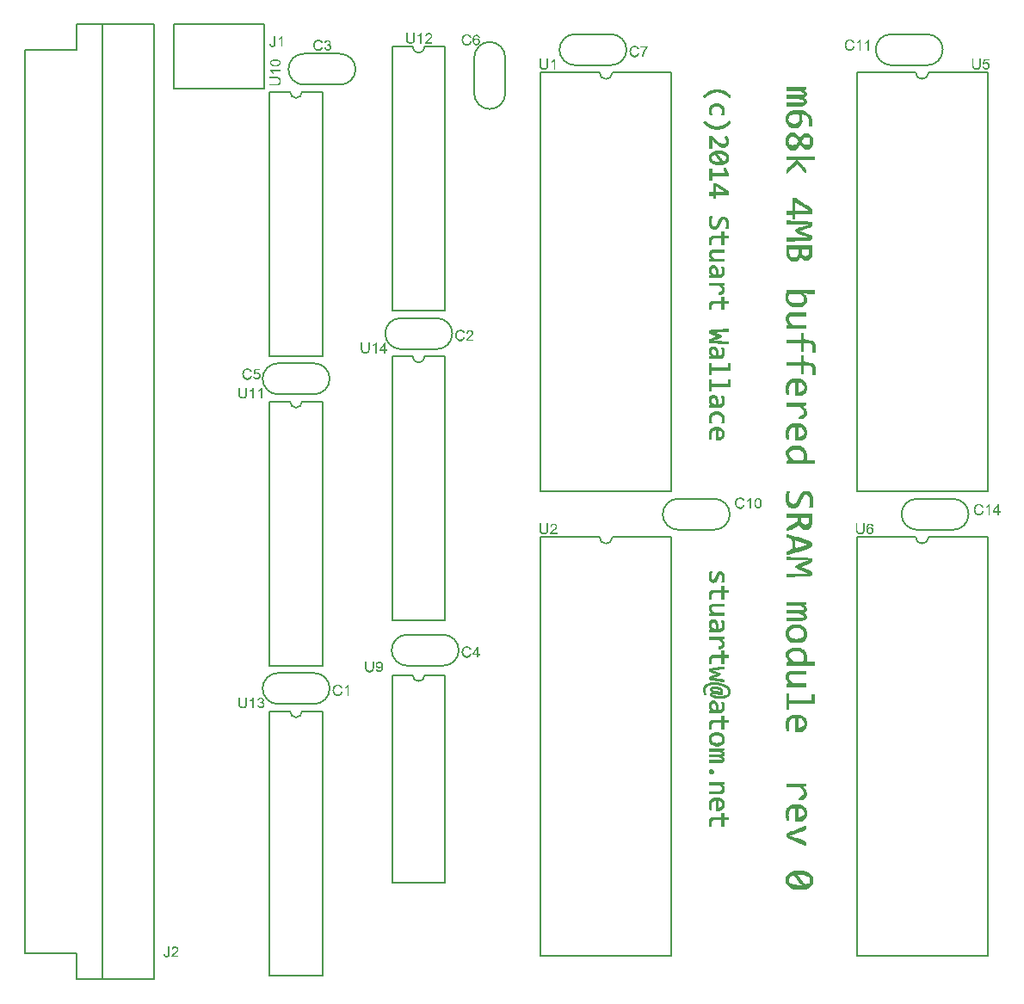
<source format=gbr>
G04 DipTrace 2.3.1.0*
%INTopSilk.gbr*%
%MOMM*%
%ADD10C,0.127*%
%ADD12C,0.076*%
%FSLAX53Y53*%
G04*
G71*
G90*
G75*
G01*
%LNTopSilk*%
%LPD*%
X30826Y40139D2*
D10*
X27274D1*
X30826Y37091D2*
X27274D1*
Y40139D2*
G03X27274Y37091I-2J-1524D01*
G01*
X30826D2*
G03X30826Y40139I2J1524D01*
G01*
X42891Y75064D2*
X39339D1*
X42891Y72016D2*
X39339D1*
Y75064D2*
G03X39339Y72016I-2J-1524D01*
G01*
X42891D2*
G03X42891Y75064I2J1524D01*
G01*
X33366Y101079D2*
X29813D1*
X33366Y98031D2*
X29813D1*
Y101079D2*
G03X29813Y98031I-2J-1524D01*
G01*
X33366D2*
G03X33366Y101079I2J1524D01*
G01*
X43525Y43909D2*
X39972D1*
X43525Y40861D2*
X39972D1*
Y43909D2*
G03X39972Y40861I-2J-1524D01*
G01*
X43525D2*
G03X43525Y43909I2J1524D01*
G01*
X30826Y70619D2*
X27274D1*
X30826Y67571D2*
X27274D1*
Y70619D2*
G03X27274Y67571I-2J-1524D01*
G01*
X30826D2*
G03X30826Y70619I2J1524D01*
G01*
X46576Y100716D2*
Y97164D1*
X49624Y100716D2*
Y97164D1*
X46576D2*
G03X49624Y97164I1524J-2D01*
G01*
Y100716D2*
G03X46576Y100716I-1524J2D01*
G01*
X56484Y99956D2*
X60036D1*
X56484Y103004D2*
X60036D1*
Y99956D2*
G03X60036Y103004I2J1524D01*
G01*
X56484D2*
G03X56484Y99956I-2J-1524D01*
G01*
X66644Y54236D2*
X70196D1*
X66644Y57284D2*
X70196D1*
Y54236D2*
G03X70196Y57284I2J1524D01*
G01*
X66644D2*
G03X66644Y54236I-2J-1524D01*
G01*
X91151Y103004D2*
X87599D1*
X91151Y99956D2*
X87599D1*
Y103004D2*
G03X87599Y99956I-2J-1524D01*
G01*
X91151D2*
G03X91151Y103004I2J1524D01*
G01*
X90139Y54236D2*
X93691D1*
X90139Y57284D2*
X93691D1*
Y54236D2*
G03X93691Y57284I2J1524D01*
G01*
X90139D2*
G03X90139Y54236I-2J-1524D01*
G01*
X16984Y104000D2*
X25874D1*
Y97650D1*
X16984D1*
Y104000D1*
X7458Y103960D2*
X15078D1*
X9998D2*
Y9980D1*
X7458Y103960D2*
Y101423D1*
X2378D1*
X7458Y9980D2*
Y12517D1*
X2378D1*
X15078Y103960D2*
Y9980D1*
X7458D1*
X2378Y12517D2*
Y101423D1*
X58894Y99220D2*
G03X60166Y99220I636J18D01*
G01*
X53085D2*
X58894D1*
X60166D2*
X65975D1*
X53085Y58020D2*
X65975D1*
X53085Y99220D2*
Y58020D1*
X65975Y99220D2*
Y58020D1*
X58894Y53500D2*
G03X60166Y53500I636J18D01*
G01*
X53085D2*
X58894D1*
X60166D2*
X65975D1*
X53085Y12300D2*
X65975D1*
X53085Y53500D2*
Y12300D1*
X65975Y53500D2*
Y12300D1*
X90009Y99220D2*
G03X91281Y99220I636J18D01*
G01*
X84200D2*
X90009D1*
X91281D2*
X97090D1*
X84200Y58020D2*
X97090D1*
X84200Y99220D2*
Y58020D1*
X97090Y99220D2*
Y58020D1*
X90009Y53500D2*
G03X91281Y53500I636J18D01*
G01*
X84200D2*
X90009D1*
X91281D2*
X97090D1*
X84200Y12300D2*
X97090D1*
X84200Y53500D2*
Y12300D1*
X97090Y53500D2*
Y12300D1*
X43705Y39925D2*
Y19525D1*
X38505D2*
X43705D1*
X38505Y39925D2*
Y19525D1*
Y39925D2*
X40505D1*
X43705D2*
X41705D1*
X40505D2*
G03X41705Y39925I600J0D01*
G01*
X31640Y97335D2*
Y71335D1*
X26440D2*
X31640D1*
X26440Y97335D2*
Y71335D1*
Y97335D2*
X28440D1*
X31640D2*
X29640D1*
X28440D2*
G03X29640Y97335I600J2D01*
G01*
X31640Y66855D2*
Y40855D1*
X26440D2*
X31640D1*
X26440Y66855D2*
Y40855D1*
Y66855D2*
X28440D1*
X31640D2*
X29640D1*
X28440D2*
G03X29640Y66855I600J2D01*
G01*
X43705Y101780D2*
Y75780D1*
X38505D2*
X43705D1*
X38505Y101780D2*
Y75780D1*
Y101780D2*
X40505D1*
X43705D2*
X41705D1*
X40505D2*
G03X41705Y101780I600J2D01*
G01*
X31640Y36375D2*
Y10375D1*
X26440D2*
X31640D1*
X26440Y36375D2*
Y10375D1*
Y36375D2*
X28440D1*
X31640D2*
X29640D1*
X28440D2*
G03X29640Y36375I600J2D01*
G01*
X43705Y71300D2*
Y45300D1*
X38505D2*
X43705D1*
X38505Y71300D2*
Y45300D1*
Y71300D2*
X40505D1*
X43705D2*
X41705D1*
X40505D2*
G03X41705Y71300I600J2D01*
G01*
X33039Y38992D2*
D12*
X33191D1*
X32969Y38967D2*
X33252D1*
X32911Y38942D2*
X33306D1*
X34128D2*
X34154D1*
X32864Y38916D2*
X32964D1*
X33241D2*
X33349D1*
X34103D2*
X34154D1*
X32825Y38891D2*
X32918D1*
X33287D2*
X33381D1*
X34078D2*
X34154D1*
X32793Y38866D2*
X32877D1*
X33326D2*
X33405D1*
X34052D2*
X34154D1*
X32767Y38840D2*
X32844D1*
X33357D2*
X33425D1*
X34027D2*
X34154D1*
X32747Y38815D2*
X32815D1*
X33379D2*
X33444D1*
X34001D2*
X34154D1*
X32731Y38790D2*
X32792D1*
X33396D2*
X33461D1*
X33971D2*
X34154D1*
X32717Y38764D2*
X32775D1*
X33409D2*
X33478D1*
X33936D2*
X34154D1*
X32704Y38739D2*
X32763D1*
X33419D2*
X33495D1*
X33898D2*
X33951D1*
X34078D2*
X34154D1*
X32691Y38714D2*
X32753D1*
X33861D2*
X33914D1*
X34078D2*
X34154D1*
X32679Y38688D2*
X32745D1*
X33824D2*
X33875D1*
X34078D2*
X34154D1*
X32670Y38663D2*
X32739D1*
X34078D2*
X34154D1*
X32664Y38638D2*
X32733D1*
X34078D2*
X34154D1*
X32660Y38612D2*
X32726D1*
X34078D2*
X34154D1*
X32656Y38587D2*
X32719D1*
X34078D2*
X34154D1*
X32649Y38562D2*
X32714D1*
X34078D2*
X34154D1*
X32642Y38536D2*
X32712D1*
X34078D2*
X34154D1*
X32638Y38511D2*
X32710D1*
X34078D2*
X34154D1*
X32636Y38486D2*
X32710D1*
X34078D2*
X34154D1*
X32639Y38460D2*
X32710D1*
X34078D2*
X34154D1*
X32644Y38435D2*
X32710D1*
X34078D2*
X34154D1*
X32651Y38410D2*
X32711D1*
X34078D2*
X34154D1*
X32655Y38384D2*
X32714D1*
X34078D2*
X34154D1*
X32658Y38359D2*
X32720D1*
X34078D2*
X34154D1*
X32663Y38334D2*
X32727D1*
X34078D2*
X34154D1*
X32669Y38308D2*
X32732D1*
X34078D2*
X34154D1*
X32677Y38283D2*
X32737D1*
X34078D2*
X34154D1*
X32685Y38258D2*
X32745D1*
X33444D2*
X33495D1*
X34078D2*
X34154D1*
X32694Y38232D2*
X32753D1*
X33435D2*
X33491D1*
X34078D2*
X34154D1*
X32705Y38207D2*
X32761D1*
X33424D2*
X33484D1*
X34078D2*
X34154D1*
X32717Y38182D2*
X32774D1*
X33412D2*
X33473D1*
X34078D2*
X34154D1*
X32730Y38156D2*
X32792D1*
X33399D2*
X33459D1*
X34078D2*
X34154D1*
X32746Y38131D2*
X32815D1*
X33382D2*
X33443D1*
X34078D2*
X34154D1*
X32765Y38106D2*
X32844D1*
X33357D2*
X33426D1*
X34078D2*
X34154D1*
X32789Y38080D2*
X32888D1*
X33324D2*
X33405D1*
X34078D2*
X34154D1*
X32817Y38055D2*
X32969D1*
X33237D2*
X33378D1*
X34078D2*
X34154D1*
X32853Y38030D2*
X33102D1*
X33103D2*
X33343D1*
X34078D2*
X34154D1*
X32899Y38004D2*
X33301D1*
X34078D2*
X34154D1*
X32954Y37979D2*
X33248D1*
X34078D2*
X34154D1*
X33014Y37954D2*
X33191D1*
X45104Y73917D2*
X45256D1*
X45034Y73892D2*
X45317D1*
X44976Y73867D2*
X45371D1*
X46016D2*
X46168D1*
X44929Y73841D2*
X45029D1*
X45306D2*
X45414D1*
X45970D2*
X46225D1*
X44890Y73816D2*
X44983D1*
X45352D2*
X45446D1*
X45930D2*
X46273D1*
X44858Y73791D2*
X44942D1*
X45391D2*
X45470D1*
X45897D2*
X45993D1*
X46214D2*
X46309D1*
X44832Y73765D2*
X44909D1*
X45422D2*
X45490D1*
X45871D2*
X45950D1*
X46253D2*
X46337D1*
X44812Y73740D2*
X44880D1*
X45444D2*
X45509D1*
X45851D2*
X45916D1*
X46283D2*
X46358D1*
X44796Y73715D2*
X44857D1*
X45461D2*
X45526D1*
X45836D2*
X45893D1*
X46306D2*
X46373D1*
X44782Y73689D2*
X44840D1*
X45474D2*
X45543D1*
X45825D2*
X45876D1*
X46322D2*
X46384D1*
X44769Y73664D2*
X44828D1*
X45484D2*
X45560D1*
X45819D2*
X45870D1*
X46333D2*
X46391D1*
X44756Y73639D2*
X44818D1*
X45815D2*
X45866D1*
X46340D2*
X46394D1*
X44744Y73613D2*
X44810D1*
X45813D2*
X45864D1*
X46343D2*
X46394D1*
X44735Y73588D2*
X44804D1*
X46343D2*
X46391D1*
X44729Y73563D2*
X44798D1*
X46341D2*
X46385D1*
X44725Y73537D2*
X44791D1*
X46334D2*
X46375D1*
X44721Y73512D2*
X44784D1*
X46324D2*
X46363D1*
X44714Y73487D2*
X44779D1*
X46313D2*
X46350D1*
X44707Y73461D2*
X44777D1*
X46300D2*
X46335D1*
X44703Y73436D2*
X44775D1*
X46284D2*
X46315D1*
X44701Y73411D2*
X44775D1*
X46264D2*
X46293D1*
X44704Y73385D2*
X44775D1*
X46242D2*
X46268D1*
X44709Y73360D2*
X44775D1*
X46217D2*
X46244D1*
X44716Y73335D2*
X44776D1*
X46189D2*
X46219D1*
X44720Y73309D2*
X44779D1*
X46158D2*
X46193D1*
X44723Y73284D2*
X44785D1*
X46126D2*
X46167D1*
X44728Y73259D2*
X44792D1*
X46095D2*
X46138D1*
X44734Y73233D2*
X44797D1*
X46064D2*
X46107D1*
X44742Y73208D2*
X44802D1*
X46032D2*
X46075D1*
X44750Y73183D2*
X44810D1*
X45509D2*
X45560D1*
X45999D2*
X46045D1*
X44759Y73157D2*
X44818D1*
X45500D2*
X45556D1*
X45970D2*
X46017D1*
X44770Y73132D2*
X44826D1*
X45489D2*
X45549D1*
X45942D2*
X45988D1*
X44782Y73107D2*
X44839D1*
X45477D2*
X45538D1*
X45915D2*
X45960D1*
X44795Y73081D2*
X44857D1*
X45464D2*
X45524D1*
X45890D2*
X45935D1*
X44811Y73056D2*
X44880D1*
X45447D2*
X45508D1*
X45865D2*
X45916D1*
X44830Y73031D2*
X44909D1*
X45422D2*
X45491D1*
X45843D2*
X45903D1*
X44854Y73005D2*
X44953D1*
X45389D2*
X45470D1*
X45825D2*
X45895D1*
X44882Y72980D2*
X45034D1*
X45302D2*
X45443D1*
X45809D2*
X45892D1*
X44918Y72955D2*
X45167D1*
X45168D2*
X45408D1*
X45794D2*
X46396D1*
X44964Y72929D2*
X45366D1*
X45779D2*
X46396D1*
X45019Y72904D2*
X45313D1*
X45763D2*
X46396D1*
X45079Y72879D2*
X45256D1*
X31133Y102472D2*
X31285D1*
X31063Y102447D2*
X31347D1*
X31005Y102422D2*
X31400D1*
X32045D2*
X32172D1*
X30958Y102396D2*
X31058D1*
X31335D2*
X31443D1*
X32000D2*
X32224D1*
X30919Y102371D2*
X31012D1*
X31381D2*
X31476D1*
X31959D2*
X32270D1*
X30887Y102346D2*
X30972D1*
X31421D2*
X31500D1*
X31927D2*
X31992D1*
X32217D2*
X32306D1*
X30861Y102320D2*
X30938D1*
X31451D2*
X31520D1*
X31900D2*
X31963D1*
X32257D2*
X32332D1*
X30841Y102295D2*
X30909D1*
X31474D2*
X31538D1*
X31880D2*
X31938D1*
X32286D2*
X32350D1*
X30825Y102270D2*
X30886D1*
X31490D2*
X31555D1*
X31865D2*
X31919D1*
X32309D2*
X32362D1*
X30811Y102244D2*
X30870D1*
X31503D2*
X31572D1*
X31853D2*
X31905D1*
X32317D2*
X32369D1*
X30798Y102219D2*
X30858D1*
X31513D2*
X31589D1*
X31843D2*
X31893D1*
X32321D2*
X32372D1*
X30785Y102194D2*
X30847D1*
X32323D2*
X32373D1*
X30773Y102168D2*
X30839D1*
X32322D2*
X32369D1*
X30764Y102143D2*
X30833D1*
X32318D2*
X32361D1*
X30758Y102118D2*
X30827D1*
X32308D2*
X32342D1*
X30754Y102092D2*
X30820D1*
X32292D2*
X32318D1*
X30750Y102067D2*
X30813D1*
X32273D2*
X32293D1*
X30743Y102042D2*
X30808D1*
X32197D2*
X32272D1*
X30737Y102016D2*
X30806D1*
X32132D2*
X32257D1*
X30732Y101991D2*
X30805D1*
X32071D2*
X32279D1*
X30731Y101966D2*
X30804D1*
X32164D2*
X32308D1*
X30733Y101940D2*
X30804D1*
X32239D2*
X32339D1*
X30738Y101915D2*
X30804D1*
X32292D2*
X32366D1*
X30745Y101890D2*
X30805D1*
X32331D2*
X32386D1*
X30749Y101864D2*
X30808D1*
X32349D2*
X32402D1*
X30752Y101839D2*
X30814D1*
X32362D2*
X32414D1*
X30757Y101814D2*
X30821D1*
X32369D2*
X32424D1*
X30763Y101788D2*
X30826D1*
X32372D2*
X32432D1*
X30771Y101763D2*
X30832D1*
X32374D2*
X32439D1*
X30779Y101738D2*
X30839D1*
X31539D2*
X31589D1*
X32374D2*
X32436D1*
X30788Y101712D2*
X30847D1*
X31529D2*
X31585D1*
X32373D2*
X32431D1*
X30799Y101687D2*
X30856D1*
X31518D2*
X31578D1*
X31817D2*
X31893D1*
X32370D2*
X32424D1*
X30811Y101662D2*
X30868D1*
X31506D2*
X31567D1*
X31830D2*
X31897D1*
X32363D2*
X32415D1*
X30824Y101636D2*
X30886D1*
X31493D2*
X31553D1*
X31841D2*
X31905D1*
X32352D2*
X32404D1*
X30840Y101611D2*
X30909D1*
X31476D2*
X31537D1*
X31855D2*
X31917D1*
X32336D2*
X32389D1*
X30860Y101586D2*
X30938D1*
X31451D2*
X31520D1*
X31874D2*
X31935D1*
X32313D2*
X32369D1*
X30883Y101560D2*
X30983D1*
X31419D2*
X31500D1*
X31897D2*
X32002D1*
X32243D2*
X32346D1*
X30911Y101535D2*
X31064D1*
X31331D2*
X31472D1*
X31925D2*
X32111D1*
X32132D2*
X32318D1*
X30948Y101510D2*
X31196D1*
X31197D2*
X31438D1*
X31960D2*
X32283D1*
X30993Y101484D2*
X31395D1*
X32001D2*
X32241D1*
X31048Y101459D2*
X31343D1*
X32045D2*
X32197D1*
X31108Y101434D2*
X31285D1*
X45737Y42762D2*
X45889D1*
X45667Y42737D2*
X45951D1*
X45610Y42712D2*
X46004D1*
X46852D2*
X46903D1*
X45562Y42686D2*
X45663D1*
X45939D2*
X46048D1*
X46835D2*
X46903D1*
X45523Y42661D2*
X45616D1*
X45985D2*
X46080D1*
X46818D2*
X46903D1*
X45491Y42636D2*
X45576D1*
X46025D2*
X46104D1*
X46798D2*
X46903D1*
X45466Y42610D2*
X45542D1*
X46055D2*
X46124D1*
X46778D2*
X46903D1*
X45446Y42585D2*
X45513D1*
X46078D2*
X46142D1*
X46760D2*
X46903D1*
X45430Y42560D2*
X45490D1*
X46095D2*
X46159D1*
X46742D2*
X46903D1*
X45415Y42534D2*
X45474D1*
X46107D2*
X46176D1*
X46721D2*
X46903D1*
X45402Y42509D2*
X45462D1*
X46117D2*
X46193D1*
X46698D2*
X46725D1*
X46827D2*
X46903D1*
X45389Y42484D2*
X45452D1*
X46675D2*
X46700D1*
X46827D2*
X46903D1*
X45378Y42458D2*
X45443D1*
X46827D2*
X46903D1*
X45368Y42433D2*
X45437D1*
X46649D2*
X46675D1*
X46827D2*
X46903D1*
X45362Y42408D2*
X45431D1*
X46624D2*
X46649D1*
X46827D2*
X46903D1*
X45359Y42382D2*
X45424D1*
X46599D2*
X46624D1*
X46827D2*
X46903D1*
X45354Y42357D2*
X45417D1*
X46827D2*
X46903D1*
X45348Y42332D2*
X45412D1*
X46573D2*
X46599D1*
X46827D2*
X46903D1*
X45341Y42306D2*
X45410D1*
X46548D2*
X46573D1*
X46827D2*
X46903D1*
X45336Y42281D2*
X45409D1*
X46523D2*
X46548D1*
X46827D2*
X46903D1*
X45335Y42256D2*
X45408D1*
X46827D2*
X46903D1*
X45337Y42230D2*
X45408D1*
X46497D2*
X46523D1*
X46827D2*
X46903D1*
X45343Y42205D2*
X45408D1*
X46472D2*
X46497D1*
X46827D2*
X46903D1*
X45349Y42180D2*
X45409D1*
X46447D2*
X46472D1*
X46827D2*
X46903D1*
X45354Y42154D2*
X45412D1*
X46827D2*
X46903D1*
X45357Y42129D2*
X45418D1*
X46421D2*
X46447D1*
X46827D2*
X46903D1*
X45361Y42104D2*
X45425D1*
X46401D2*
X46447D1*
X46827D2*
X46903D1*
X45368Y42078D2*
X45430D1*
X46386D2*
X46447D1*
X46827D2*
X46903D1*
X45375Y42053D2*
X45436D1*
X46378D2*
X47055D1*
X45383Y42028D2*
X45443D1*
X46143D2*
X46193D1*
X46373D2*
X47055D1*
X45392Y42002D2*
X45451D1*
X46133D2*
X46189D1*
X46371D2*
X47055D1*
X45403Y41977D2*
X45460D1*
X46122D2*
X46182D1*
X46827D2*
X46903D1*
X45415Y41952D2*
X45473D1*
X46110D2*
X46172D1*
X46827D2*
X46903D1*
X45428Y41926D2*
X45491D1*
X46097D2*
X46158D1*
X46827D2*
X46903D1*
X45444Y41901D2*
X45513D1*
X46080D2*
X46142D1*
X46827D2*
X46903D1*
X45464Y41876D2*
X45542D1*
X46056D2*
X46125D1*
X46827D2*
X46903D1*
X45487Y41850D2*
X45587D1*
X46023D2*
X46104D1*
X46827D2*
X46903D1*
X45516Y41825D2*
X45668D1*
X45936D2*
X46076D1*
X46827D2*
X46903D1*
X45552Y41800D2*
X45801D1*
X46042D1*
X46827D2*
X46903D1*
X45598Y41774D2*
X45999D1*
X46827D2*
X46903D1*
X45653Y41749D2*
X45947D1*
X46827D2*
X46903D1*
X45712Y41724D2*
X45889D1*
X24149Y70107D2*
X24301D1*
X24079Y70082D2*
X24362D1*
X24021Y70057D2*
X24416D1*
X24960D2*
X25416D1*
X23974Y70031D2*
X24074D1*
X24351D2*
X24459D1*
X24951D2*
X25416D1*
X23935Y70006D2*
X24028D1*
X24397D2*
X24491D1*
X24943D2*
X25416D1*
X23903Y69981D2*
X23987D1*
X24436D2*
X24515D1*
X24939D2*
X24984D1*
X23877Y69955D2*
X23954D1*
X24467D2*
X24535D1*
X24935D2*
X24981D1*
X23857Y69930D2*
X23925D1*
X24489D2*
X24554D1*
X24931D2*
X24975D1*
X23841Y69905D2*
X23902D1*
X24506D2*
X24571D1*
X24924D2*
X24968D1*
X23827Y69879D2*
X23885D1*
X24519D2*
X24588D1*
X24918D2*
X24964D1*
X23814Y69854D2*
X23873D1*
X24529D2*
X24605D1*
X24913D2*
X24960D1*
X23801Y69829D2*
X23863D1*
X24910D2*
X24956D1*
X23789Y69803D2*
X23855D1*
X24905D2*
X24950D1*
X23780Y69778D2*
X23849D1*
X24899D2*
X24943D1*
X23774Y69753D2*
X23843D1*
X24892D2*
X24938D1*
X23770Y69727D2*
X23836D1*
X24888D2*
X24936D1*
X25112D2*
X25238D1*
X23766Y69702D2*
X23829D1*
X24884D2*
X24934D1*
X25013D2*
X25284D1*
X23759Y69677D2*
X23824D1*
X24880D2*
X25324D1*
X23752Y69651D2*
X23822D1*
X24873D2*
X25015D1*
X25259D2*
X25357D1*
X23748Y69626D2*
X23820D1*
X24866D2*
X24973D1*
X25299D2*
X25383D1*
X23746Y69601D2*
X23820D1*
X24858D2*
X24934D1*
X25332D2*
X25403D1*
X23749Y69575D2*
X23820D1*
X25357D2*
X25419D1*
X23754Y69550D2*
X23820D1*
X25376D2*
X25434D1*
X23761Y69525D2*
X23821D1*
X25384D2*
X25446D1*
X23765Y69499D2*
X23824D1*
X25387D2*
X25456D1*
X23768Y69474D2*
X23830D1*
X25389D2*
X25461D1*
X23773Y69449D2*
X23837D1*
X25390D2*
X25464D1*
X23779Y69423D2*
X23842D1*
X25390D2*
X25464D1*
X23787Y69398D2*
X23847D1*
X25390D2*
X25462D1*
X23795Y69373D2*
X23855D1*
X24554D2*
X24605D1*
X25390D2*
X25456D1*
X23804Y69347D2*
X23863D1*
X24545D2*
X24601D1*
X25389D2*
X25448D1*
X23815Y69322D2*
X23871D1*
X24534D2*
X24594D1*
X24833D2*
X24884D1*
X25386D2*
X25441D1*
X23827Y69297D2*
X23884D1*
X24522D2*
X24583D1*
X24843D2*
X24899D1*
X25379D2*
X25431D1*
X23840Y69271D2*
X23902D1*
X24509D2*
X24569D1*
X24854D2*
X24914D1*
X25368D2*
X25420D1*
X23856Y69246D2*
X23925D1*
X24492D2*
X24553D1*
X24870D2*
X24930D1*
X25352D2*
X25404D1*
X23875Y69221D2*
X23954D1*
X24467D2*
X24536D1*
X24889D2*
X24950D1*
X25329D2*
X25385D1*
X23899Y69195D2*
X23998D1*
X24434D2*
X24515D1*
X24911D2*
X25018D1*
X25254D2*
X25362D1*
X23927Y69170D2*
X24079D1*
X24347D2*
X24488D1*
X24937D2*
X25127D1*
X25134D2*
X25333D1*
X23963Y69145D2*
X24212D1*
X24213D2*
X24453D1*
X24970D2*
X25299D1*
X24009Y69119D2*
X24411D1*
X25012D2*
X25257D1*
X24064Y69094D2*
X24358D1*
X25061D2*
X25213D1*
X24124Y69069D2*
X24301D1*
X45739Y103000D2*
X45891D1*
X45669Y102975D2*
X45952D1*
X45611Y102950D2*
X46006D1*
X46702D2*
X46828D1*
X45564Y102924D2*
X45664D1*
X45941D2*
X46049D1*
X46644D2*
X46874D1*
X45525Y102899D2*
X45618D1*
X45987D2*
X46081D1*
X46597D2*
X46913D1*
X45493Y102874D2*
X45577D1*
X46026D2*
X46105D1*
X46560D2*
X46632D1*
X46849D2*
X46944D1*
X45467Y102848D2*
X45544D1*
X46057D2*
X46125D1*
X46533D2*
X46595D1*
X46888D2*
X46966D1*
X45447Y102823D2*
X45515D1*
X46079D2*
X46144D1*
X46512D2*
X46567D1*
X46917D2*
X46984D1*
X45431Y102798D2*
X45492D1*
X46096D2*
X46161D1*
X46495D2*
X46545D1*
X46940D2*
X46999D1*
X45417Y102772D2*
X45475D1*
X46109D2*
X46178D1*
X46481D2*
X46527D1*
X46948D2*
X47014D1*
X45404Y102747D2*
X45463D1*
X46119D2*
X46195D1*
X46469D2*
X46512D1*
X46955D2*
X47031D1*
X45391Y102722D2*
X45453D1*
X46458D2*
X46501D1*
X45379Y102696D2*
X45445D1*
X46449D2*
X46491D1*
X45370Y102671D2*
X45439D1*
X46440D2*
X46483D1*
X45364Y102646D2*
X45433D1*
X46432D2*
X46478D1*
X45360Y102620D2*
X45426D1*
X46427D2*
X46476D1*
X45356Y102595D2*
X45419D1*
X46425D2*
X46474D1*
X46727D2*
X46828D1*
X45349Y102570D2*
X45414D1*
X46424D2*
X46474D1*
X46673D2*
X46874D1*
X45342Y102544D2*
X45412D1*
X46423D2*
X46477D1*
X46624D2*
X46914D1*
X45338Y102519D2*
X45410D1*
X46423D2*
X46484D1*
X46575D2*
X46626D1*
X46849D2*
X46947D1*
X45336Y102494D2*
X45410D1*
X46423D2*
X46513D1*
X46889D2*
X46973D1*
X45339Y102468D2*
X45410D1*
X46423D2*
X46550D1*
X46922D2*
X46993D1*
X45344Y102443D2*
X45410D1*
X46423D2*
X46529D1*
X46947D2*
X47008D1*
X45351Y102418D2*
X45411D1*
X46423D2*
X46514D1*
X46966D2*
X47019D1*
X45355Y102392D2*
X45414D1*
X46423D2*
X46506D1*
X46974D2*
X47027D1*
X45358Y102367D2*
X45420D1*
X46423D2*
X46502D1*
X46977D2*
X47033D1*
X45363Y102342D2*
X45427D1*
X46423D2*
X46500D1*
X46979D2*
X47040D1*
X45369Y102316D2*
X45432D1*
X46424D2*
X46499D1*
X46980D2*
X47046D1*
X45377Y102291D2*
X45437D1*
X46427D2*
X46499D1*
X46980D2*
X47048D1*
X45385Y102266D2*
X45445D1*
X46144D2*
X46195D1*
X46433D2*
X46499D1*
X46980D2*
X47044D1*
X45394Y102240D2*
X45453D1*
X46135D2*
X46191D1*
X46441D2*
X46500D1*
X46980D2*
X47038D1*
X45405Y102215D2*
X45461D1*
X46124D2*
X46184D1*
X46449D2*
X46503D1*
X46979D2*
X47031D1*
X45417Y102190D2*
X45474D1*
X46112D2*
X46173D1*
X46458D2*
X46510D1*
X46975D2*
X47021D1*
X45430Y102164D2*
X45492D1*
X46099D2*
X46159D1*
X46470D2*
X46521D1*
X46965D2*
X47010D1*
X45446Y102139D2*
X45515D1*
X46082D2*
X46143D1*
X46485D2*
X46538D1*
X46946D2*
X46995D1*
X45465Y102114D2*
X45544D1*
X46057D2*
X46126D1*
X46504D2*
X46560D1*
X46921D2*
X46978D1*
X45489Y102088D2*
X45588D1*
X46024D2*
X46105D1*
X46528D2*
X46630D1*
X46855D2*
X46959D1*
X45517Y102063D2*
X45669D1*
X45937D2*
X46078D1*
X46556D2*
X46741D1*
X46752D2*
X46933D1*
X45553Y102038D2*
X45802D1*
X45803D2*
X46043D1*
X46591D2*
X46898D1*
X45599Y102012D2*
X46001D1*
X46632D2*
X46854D1*
X45654Y101987D2*
X45948D1*
X46676D2*
X46803D1*
X45714Y101962D2*
X45891D1*
X62249Y101857D2*
X62401D1*
X62179Y101832D2*
X62462D1*
X62121Y101807D2*
X62516D1*
X62933D2*
X63566D1*
X62074Y101781D2*
X62174D1*
X62451D2*
X62559D1*
X62933D2*
X63554D1*
X62035Y101756D2*
X62128D1*
X62497D2*
X62591D1*
X62933D2*
X63539D1*
X62003Y101731D2*
X62087D1*
X62536D2*
X62615D1*
X63440D2*
X63523D1*
X61977Y101705D2*
X62054D1*
X62567D2*
X62635D1*
X63439D2*
X63506D1*
X61957Y101680D2*
X62025D1*
X62589D2*
X62654D1*
X63434D2*
X63487D1*
X61941Y101655D2*
X62002D1*
X62606D2*
X62671D1*
X63424D2*
X63467D1*
X61927Y101629D2*
X61985D1*
X62619D2*
X62688D1*
X63408D2*
X63449D1*
X61914Y101604D2*
X61973D1*
X62629D2*
X62705D1*
X63390D2*
X63432D1*
X61901Y101579D2*
X61963D1*
X63373D2*
X63414D1*
X61889Y101553D2*
X61955D1*
X63356D2*
X63398D1*
X61880Y101528D2*
X61949D1*
X63338D2*
X63384D1*
X61874Y101503D2*
X61943D1*
X63322D2*
X63370D1*
X61870Y101477D2*
X61936D1*
X63308D2*
X63354D1*
X61866Y101452D2*
X61929D1*
X63295D2*
X63338D1*
X61859Y101427D2*
X61924D1*
X63282D2*
X63322D1*
X61852Y101401D2*
X61922D1*
X63269D2*
X63308D1*
X61848Y101376D2*
X61920D1*
X63256D2*
X63295D1*
X61846Y101351D2*
X61920D1*
X63243D2*
X63282D1*
X61849Y101325D2*
X61920D1*
X63231D2*
X63272D1*
X61854Y101300D2*
X61920D1*
X63218D2*
X63263D1*
X61861Y101275D2*
X61921D1*
X63205D2*
X63253D1*
X61865Y101249D2*
X61924D1*
X63193D2*
X63242D1*
X61868Y101224D2*
X61930D1*
X63181D2*
X63231D1*
X61873Y101199D2*
X61937D1*
X63172D2*
X63222D1*
X61879Y101173D2*
X61942D1*
X63165D2*
X63216D1*
X61887Y101148D2*
X61947D1*
X63159D2*
X63209D1*
X61895Y101123D2*
X61955D1*
X62654D2*
X62705D1*
X63151D2*
X63202D1*
X61904Y101097D2*
X61963D1*
X62645D2*
X62701D1*
X63144D2*
X63194D1*
X61915Y101072D2*
X61971D1*
X62634D2*
X62694D1*
X63136D2*
X63186D1*
X61927Y101047D2*
X61984D1*
X62622D2*
X62683D1*
X63127D2*
X63178D1*
X61940Y101021D2*
X62002D1*
X62609D2*
X62669D1*
X63120D2*
X63170D1*
X61956Y100996D2*
X62025D1*
X62592D2*
X62653D1*
X63115D2*
X63165D1*
X61975Y100971D2*
X62054D1*
X62567D2*
X62636D1*
X63111D2*
X63163D1*
X61999Y100945D2*
X62098D1*
X62534D2*
X62615D1*
X63107D2*
X63162D1*
X62027Y100920D2*
X62179D1*
X62447D2*
X62588D1*
X63100D2*
X63161D1*
X62063Y100895D2*
X62312D1*
X62313D2*
X62553D1*
X63094D2*
X63161D1*
X62109Y100869D2*
X62511D1*
X63089D2*
X63161D1*
X62164Y100844D2*
X62458D1*
X63085D2*
X63161D1*
X62224Y100819D2*
X62401D1*
X72626Y57407D2*
X72778D1*
X72556Y57382D2*
X72839D1*
X72498Y57357D2*
X72893D1*
X73715D2*
X73741D1*
X74399D2*
X74526D1*
X72451Y57331D2*
X72551D1*
X72828D2*
X72936D1*
X73690D2*
X73741D1*
X74351D2*
X74566D1*
X72412Y57306D2*
X72505D1*
X72874D2*
X72968D1*
X73665D2*
X73741D1*
X74311D2*
X74602D1*
X72380Y57281D2*
X72464D1*
X72913D2*
X72992D1*
X73639D2*
X73741D1*
X74278D2*
X74354D1*
X74546D2*
X74631D1*
X72354Y57255D2*
X72431D1*
X72944D2*
X73012D1*
X73614D2*
X73741D1*
X74250D2*
X74314D1*
X74585D2*
X74655D1*
X72334Y57230D2*
X72402D1*
X72966D2*
X73031D1*
X73588D2*
X73741D1*
X74227D2*
X74284D1*
X74616D2*
X74676D1*
X72318Y57205D2*
X72379D1*
X72983D2*
X73048D1*
X73558D2*
X73741D1*
X74208D2*
X74262D1*
X74638D2*
X74693D1*
X72304Y57179D2*
X72362D1*
X72996D2*
X73065D1*
X73523D2*
X73741D1*
X74193D2*
X74245D1*
X74655D2*
X74707D1*
X72291Y57154D2*
X72350D1*
X73006D2*
X73082D1*
X73485D2*
X73538D1*
X73665D2*
X73741D1*
X74183D2*
X74234D1*
X74666D2*
X74718D1*
X72278Y57129D2*
X72340D1*
X73448D2*
X73501D1*
X73665D2*
X73741D1*
X74176D2*
X74227D1*
X74674D2*
X74728D1*
X72266Y57103D2*
X72332D1*
X73411D2*
X73462D1*
X73665D2*
X73741D1*
X74169D2*
X74223D1*
X74680D2*
X74737D1*
X72257Y57078D2*
X72326D1*
X73665D2*
X73741D1*
X74162D2*
X74219D1*
X74687D2*
X74745D1*
X72251Y57053D2*
X72320D1*
X73665D2*
X73741D1*
X74155D2*
X74212D1*
X74694D2*
X74750D1*
X72247Y57027D2*
X72313D1*
X73665D2*
X73741D1*
X74150D2*
X74205D1*
X74699D2*
X74752D1*
X72243Y57002D2*
X72306D1*
X73665D2*
X73741D1*
X74148D2*
X74201D1*
X74701D2*
X74753D1*
X72236Y56977D2*
X72301D1*
X73665D2*
X73741D1*
X74147D2*
X74198D1*
X74703D2*
X74754D1*
X72229Y56951D2*
X72299D1*
X73665D2*
X73741D1*
X74146D2*
X74197D1*
X74703D2*
X74754D1*
X72225Y56926D2*
X72297D1*
X73665D2*
X73741D1*
X74146D2*
X74197D1*
X74703D2*
X74754D1*
X72224Y56901D2*
X72297D1*
X73665D2*
X73741D1*
X74146D2*
X74197D1*
X74703D2*
X74754D1*
X72226Y56875D2*
X72297D1*
X73665D2*
X73741D1*
X74146D2*
X74197D1*
X74703D2*
X74754D1*
X72231Y56850D2*
X72297D1*
X73665D2*
X73741D1*
X74146D2*
X74197D1*
X74703D2*
X74754D1*
X72238Y56825D2*
X72298D1*
X73665D2*
X73741D1*
X74146D2*
X74197D1*
X74703D2*
X74754D1*
X72242Y56799D2*
X72301D1*
X73665D2*
X73741D1*
X74146D2*
X74197D1*
X74703D2*
X74754D1*
X72245Y56774D2*
X72307D1*
X73665D2*
X73741D1*
X74146D2*
X74197D1*
X74703D2*
X74754D1*
X72250Y56749D2*
X72314D1*
X73665D2*
X73741D1*
X74147D2*
X74198D1*
X74702D2*
X74754D1*
X72256Y56723D2*
X72319D1*
X73665D2*
X73741D1*
X74150D2*
X74201D1*
X74699D2*
X74753D1*
X72264Y56698D2*
X72324D1*
X73665D2*
X73741D1*
X74156D2*
X74207D1*
X74693D2*
X74750D1*
X72272Y56673D2*
X72332D1*
X73031D2*
X73082D1*
X73665D2*
X73741D1*
X74163D2*
X74214D1*
X74686D2*
X74744D1*
X72281Y56647D2*
X72340D1*
X73022D2*
X73078D1*
X73665D2*
X73741D1*
X74168D2*
X74219D1*
X74681D2*
X74736D1*
X72292Y56622D2*
X72348D1*
X73011D2*
X73071D1*
X73665D2*
X73741D1*
X74174D2*
X74225D1*
X74675D2*
X74728D1*
X72304Y56597D2*
X72361D1*
X72999D2*
X73060D1*
X73665D2*
X73741D1*
X74182D2*
X74233D1*
X74667D2*
X74719D1*
X72317Y56571D2*
X72379D1*
X72986D2*
X73046D1*
X73665D2*
X73741D1*
X74193D2*
X74244D1*
X74656D2*
X74707D1*
X72333Y56546D2*
X72402D1*
X72969D2*
X73030D1*
X73665D2*
X73741D1*
X74207D2*
X74260D1*
X74639D2*
X74693D1*
X72352Y56521D2*
X72431D1*
X72944D2*
X73013D1*
X73665D2*
X73741D1*
X74224D2*
X74283D1*
X74617D2*
X74676D1*
X72376Y56495D2*
X72475D1*
X72911D2*
X72992D1*
X73665D2*
X73741D1*
X74244D2*
X74349D1*
X74551D2*
X74656D1*
X72404Y56470D2*
X72556D1*
X72824D2*
X72965D1*
X73665D2*
X73741D1*
X74269D2*
X74451D1*
X74449D2*
X74632D1*
X72440Y56445D2*
X72689D1*
X72690D2*
X72930D1*
X73665D2*
X73741D1*
X74304D2*
X74601D1*
X72486Y56419D2*
X72888D1*
X73665D2*
X73741D1*
X74349D2*
X74565D1*
X72541Y56394D2*
X72835D1*
X73665D2*
X73741D1*
X74399D2*
X74526D1*
X72601Y56369D2*
X72778D1*
X83421Y102492D2*
X83573D1*
X83351Y102467D2*
X83634D1*
X83293Y102442D2*
X83688D1*
X84510D2*
X84536D1*
X85346D2*
X85372D1*
X83246Y102416D2*
X83346D1*
X83623D2*
X83731D1*
X84485D2*
X84536D1*
X85321D2*
X85372D1*
X83207Y102391D2*
X83300D1*
X83669D2*
X83763D1*
X84460D2*
X84536D1*
X85296D2*
X85372D1*
X83175Y102366D2*
X83259D1*
X83708D2*
X83787D1*
X84434D2*
X84536D1*
X85270D2*
X85372D1*
X83149Y102340D2*
X83226D1*
X83739D2*
X83807D1*
X84409D2*
X84536D1*
X85245D2*
X85372D1*
X83129Y102315D2*
X83197D1*
X83761D2*
X83826D1*
X84383D2*
X84536D1*
X85219D2*
X85372D1*
X83113Y102290D2*
X83174D1*
X83778D2*
X83843D1*
X84353D2*
X84536D1*
X85189D2*
X85372D1*
X83099Y102264D2*
X83157D1*
X83791D2*
X83860D1*
X84318D2*
X84536D1*
X85155D2*
X85372D1*
X83086Y102239D2*
X83145D1*
X83801D2*
X83877D1*
X84280D2*
X84333D1*
X84460D2*
X84536D1*
X85118D2*
X85169D1*
X85296D2*
X85372D1*
X83073Y102214D2*
X83135D1*
X84243D2*
X84296D1*
X84460D2*
X84536D1*
X85085D2*
X85130D1*
X85296D2*
X85372D1*
X83061Y102188D2*
X83127D1*
X84206D2*
X84257D1*
X84460D2*
X84536D1*
X85061D2*
X85087D1*
X85296D2*
X85372D1*
X83052Y102163D2*
X83121D1*
X84460D2*
X84536D1*
X85042D2*
D3*
X85296D2*
X85372D1*
X83046Y102138D2*
X83115D1*
X84460D2*
X84536D1*
X85296D2*
X85372D1*
X83042Y102112D2*
X83108D1*
X84460D2*
X84536D1*
X85296D2*
X85372D1*
X83038Y102087D2*
X83101D1*
X84460D2*
X84536D1*
X85296D2*
X85372D1*
X83031Y102062D2*
X83096D1*
X84460D2*
X84536D1*
X85296D2*
X85372D1*
X83024Y102036D2*
X83094D1*
X84460D2*
X84536D1*
X85296D2*
X85372D1*
X83020Y102011D2*
X83092D1*
X84460D2*
X84536D1*
X85296D2*
X85372D1*
X83019Y101986D2*
X83092D1*
X84460D2*
X84536D1*
X85296D2*
X85372D1*
X83021Y101960D2*
X83092D1*
X84460D2*
X84536D1*
X85296D2*
X85372D1*
X83026Y101935D2*
X83092D1*
X84460D2*
X84536D1*
X85296D2*
X85372D1*
X83033Y101910D2*
X83093D1*
X84460D2*
X84536D1*
X85296D2*
X85372D1*
X83037Y101884D2*
X83096D1*
X84460D2*
X84536D1*
X85296D2*
X85372D1*
X83040Y101859D2*
X83102D1*
X84460D2*
X84536D1*
X85296D2*
X85372D1*
X83045Y101834D2*
X83109D1*
X84460D2*
X84536D1*
X85296D2*
X85372D1*
X83051Y101808D2*
X83114D1*
X84460D2*
X84536D1*
X85296D2*
X85372D1*
X83059Y101783D2*
X83119D1*
X84460D2*
X84536D1*
X85296D2*
X85372D1*
X83067Y101758D2*
X83127D1*
X83826D2*
X83877D1*
X84460D2*
X84536D1*
X85296D2*
X85372D1*
X83076Y101732D2*
X83135D1*
X83817D2*
X83873D1*
X84460D2*
X84536D1*
X85296D2*
X85372D1*
X83087Y101707D2*
X83143D1*
X83806D2*
X83866D1*
X84460D2*
X84536D1*
X85296D2*
X85372D1*
X83099Y101682D2*
X83156D1*
X83794D2*
X83855D1*
X84460D2*
X84536D1*
X85296D2*
X85372D1*
X83112Y101656D2*
X83174D1*
X83781D2*
X83841D1*
X84460D2*
X84536D1*
X85296D2*
X85372D1*
X83128Y101631D2*
X83197D1*
X83764D2*
X83825D1*
X84460D2*
X84536D1*
X85296D2*
X85372D1*
X83147Y101606D2*
X83226D1*
X83739D2*
X83808D1*
X84460D2*
X84536D1*
X85296D2*
X85372D1*
X83171Y101580D2*
X83270D1*
X83706D2*
X83787D1*
X84460D2*
X84536D1*
X85296D2*
X85372D1*
X83199Y101555D2*
X83351D1*
X83619D2*
X83760D1*
X84460D2*
X84536D1*
X85296D2*
X85372D1*
X83235Y101530D2*
X83484D1*
X83485D2*
X83725D1*
X84460D2*
X84536D1*
X85296D2*
X85372D1*
X83281Y101504D2*
X83683D1*
X84460D2*
X84536D1*
X85296D2*
X85372D1*
X83336Y101479D2*
X83630D1*
X84460D2*
X84536D1*
X85296D2*
X85372D1*
X83396Y101454D2*
X83573D1*
X96121Y56772D2*
X96273D1*
X96051Y56747D2*
X96334D1*
X95993Y56722D2*
X96388D1*
X97210D2*
X97236D1*
X98072D2*
X98122D1*
X95946Y56696D2*
X96046D1*
X96323D2*
X96431D1*
X97185D2*
X97236D1*
X98055D2*
X98122D1*
X95907Y56671D2*
X96000D1*
X96369D2*
X96463D1*
X97160D2*
X97236D1*
X98037D2*
X98122D1*
X95875Y56646D2*
X95959D1*
X96408D2*
X96487D1*
X97134D2*
X97236D1*
X98018D2*
X98122D1*
X95849Y56620D2*
X95926D1*
X96439D2*
X96507D1*
X97109D2*
X97236D1*
X97998D2*
X98122D1*
X95829Y56595D2*
X95897D1*
X96461D2*
X96526D1*
X97083D2*
X97236D1*
X97980D2*
X98122D1*
X95813Y56570D2*
X95874D1*
X96478D2*
X96543D1*
X97053D2*
X97236D1*
X97961D2*
X98122D1*
X95799Y56544D2*
X95857D1*
X96491D2*
X96560D1*
X97018D2*
X97236D1*
X97941D2*
X98122D1*
X95786Y56519D2*
X95845D1*
X96501D2*
X96577D1*
X96980D2*
X97033D1*
X97160D2*
X97236D1*
X97918D2*
X97945D1*
X98046D2*
X98122D1*
X95773Y56494D2*
X95835D1*
X96943D2*
X96996D1*
X97160D2*
X97236D1*
X97894D2*
X97920D1*
X98046D2*
X98122D1*
X95761Y56468D2*
X95827D1*
X96906D2*
X96957D1*
X97160D2*
X97236D1*
X98046D2*
X98122D1*
X95752Y56443D2*
X95821D1*
X97160D2*
X97236D1*
X97869D2*
X97894D1*
X98046D2*
X98122D1*
X95746Y56418D2*
X95815D1*
X97160D2*
X97236D1*
X97844D2*
X97869D1*
X98046D2*
X98122D1*
X95742Y56392D2*
X95808D1*
X97160D2*
X97236D1*
X97818D2*
X97844D1*
X98046D2*
X98122D1*
X95738Y56367D2*
X95801D1*
X97160D2*
X97236D1*
X98046D2*
X98122D1*
X95731Y56342D2*
X95796D1*
X97160D2*
X97236D1*
X97793D2*
X97818D1*
X98046D2*
X98122D1*
X95724Y56316D2*
X95794D1*
X97160D2*
X97236D1*
X97768D2*
X97793D1*
X98046D2*
X98122D1*
X95720Y56291D2*
X95792D1*
X97160D2*
X97236D1*
X97742D2*
X97768D1*
X98046D2*
X98122D1*
X95719Y56266D2*
X95792D1*
X97160D2*
X97236D1*
X98046D2*
X98122D1*
X95721Y56240D2*
X95792D1*
X97160D2*
X97236D1*
X97717D2*
X97742D1*
X98046D2*
X98122D1*
X95726Y56215D2*
X95792D1*
X97160D2*
X97236D1*
X97692D2*
X97717D1*
X98046D2*
X98122D1*
X95733Y56190D2*
X95793D1*
X97160D2*
X97236D1*
X97666D2*
X97692D1*
X98046D2*
X98122D1*
X95737Y56164D2*
X95796D1*
X97160D2*
X97236D1*
X98046D2*
X98122D1*
X95740Y56139D2*
X95802D1*
X97160D2*
X97236D1*
X97641D2*
X97666D1*
X98046D2*
X98122D1*
X95745Y56114D2*
X95809D1*
X97160D2*
X97236D1*
X97621D2*
X97666D1*
X98046D2*
X98122D1*
X95751Y56088D2*
X95814D1*
X97160D2*
X97236D1*
X97606D2*
X97666D1*
X98046D2*
X98122D1*
X95759Y56063D2*
X95819D1*
X97160D2*
X97236D1*
X97597D2*
X98274D1*
X95767Y56038D2*
X95827D1*
X96526D2*
X96577D1*
X97160D2*
X97236D1*
X97593D2*
X98274D1*
X95776Y56012D2*
X95835D1*
X96517D2*
X96573D1*
X97160D2*
X97236D1*
X97590D2*
X98274D1*
X95787Y55987D2*
X95843D1*
X96506D2*
X96566D1*
X97160D2*
X97236D1*
X98046D2*
X98122D1*
X95799Y55962D2*
X95856D1*
X96494D2*
X96555D1*
X97160D2*
X97236D1*
X98046D2*
X98122D1*
X95812Y55936D2*
X95874D1*
X96481D2*
X96541D1*
X97160D2*
X97236D1*
X98046D2*
X98122D1*
X95828Y55911D2*
X95897D1*
X96464D2*
X96525D1*
X97160D2*
X97236D1*
X98046D2*
X98122D1*
X95847Y55886D2*
X95926D1*
X96439D2*
X96508D1*
X97160D2*
X97236D1*
X98046D2*
X98122D1*
X95871Y55860D2*
X95970D1*
X96406D2*
X96487D1*
X97160D2*
X97236D1*
X98046D2*
X98122D1*
X95899Y55835D2*
X96051D1*
X96319D2*
X96460D1*
X97160D2*
X97236D1*
X98046D2*
X98122D1*
X95935Y55810D2*
X96184D1*
X96185D2*
X96425D1*
X97160D2*
X97236D1*
X98046D2*
X98122D1*
X95981Y55784D2*
X96383D1*
X97160D2*
X97236D1*
X98046D2*
X98122D1*
X96036Y55759D2*
X96330D1*
X97160D2*
X97236D1*
X98046D2*
X98122D1*
X96096Y55734D2*
X96273D1*
X26878Y102828D2*
X26954D1*
X26878Y102803D2*
X26954D1*
X27613D2*
X27638D1*
X26878Y102777D2*
X26954D1*
X27588D2*
X27638D1*
X26878Y102752D2*
X26954D1*
X27562D2*
X27638D1*
X26878Y102727D2*
X26954D1*
X27537D2*
X27638D1*
X26878Y102701D2*
X26954D1*
X27511D2*
X27638D1*
X26878Y102676D2*
X26954D1*
X27485D2*
X27638D1*
X26878Y102651D2*
X26954D1*
X27456D2*
X27638D1*
X26878Y102625D2*
X26954D1*
X27421D2*
X27638D1*
X26878Y102600D2*
X26954D1*
X27383D2*
X27436D1*
X27562D2*
X27638D1*
X26878Y102575D2*
X26954D1*
X27345D2*
X27398D1*
X27562D2*
X27638D1*
X26878Y102549D2*
X26954D1*
X27309D2*
X27360D1*
X27562D2*
X27638D1*
X26878Y102524D2*
X26954D1*
X27562D2*
X27638D1*
X26878Y102499D2*
X26954D1*
X27562D2*
X27638D1*
X26878Y102473D2*
X26954D1*
X27562D2*
X27638D1*
X26878Y102448D2*
X26954D1*
X27562D2*
X27638D1*
X26878Y102423D2*
X26954D1*
X27562D2*
X27638D1*
X26878Y102397D2*
X26954D1*
X27562D2*
X27638D1*
X26878Y102372D2*
X26954D1*
X27562D2*
X27638D1*
X26878Y102347D2*
X26954D1*
X27562D2*
X27638D1*
X26878Y102321D2*
X26954D1*
X27562D2*
X27638D1*
X26878Y102296D2*
X26954D1*
X27562D2*
X27638D1*
X26878Y102271D2*
X26954D1*
X27562D2*
X27638D1*
X26878Y102245D2*
X26954D1*
X27562D2*
X27638D1*
X26878Y102220D2*
X26954D1*
X27562D2*
X27638D1*
X26878Y102195D2*
X26954D1*
X27562D2*
X27638D1*
X26878Y102169D2*
X26954D1*
X27562D2*
X27638D1*
X26878Y102144D2*
X26954D1*
X27562D2*
X27638D1*
X26878Y102119D2*
X26953D1*
X27562D2*
X27638D1*
X26878Y102093D2*
X26950D1*
X27562D2*
X27638D1*
X26448Y102068D2*
X26473D1*
X26878D2*
X26944D1*
X27562D2*
X27638D1*
X26437Y102043D2*
X26477D1*
X26877D2*
X26937D1*
X27562D2*
X27638D1*
X26438Y102017D2*
X26483D1*
X26874D2*
X26932D1*
X27562D2*
X27638D1*
X26443Y101992D2*
X26491D1*
X26867D2*
X26926D1*
X27562D2*
X27638D1*
X26450Y101967D2*
X26501D1*
X26854D2*
X26918D1*
X27562D2*
X27638D1*
X26462Y101941D2*
X26516D1*
X26837D2*
X26907D1*
X27562D2*
X27638D1*
X26479Y101916D2*
X26578D1*
X26774D2*
X26891D1*
X27562D2*
X27638D1*
X26502Y101891D2*
X26678D1*
X26674D2*
X26868D1*
X27562D2*
X27638D1*
X26530Y101865D2*
X26835D1*
X27562D2*
X27638D1*
X26563Y101840D2*
X26795D1*
X27562D2*
X27638D1*
X26600Y101815D2*
X26752D1*
X16457Y13253D2*
X16533D1*
X16457Y13228D2*
X16533D1*
X17015D2*
X17167D1*
X16457Y13202D2*
X16533D1*
X16969D2*
X17224D1*
X16457Y13177D2*
X16533D1*
X16929D2*
X17271D1*
X16457Y13152D2*
X16533D1*
X16896D2*
X16991D1*
X17212D2*
X17308D1*
X16457Y13126D2*
X16533D1*
X16870D2*
X16948D1*
X17252D2*
X17336D1*
X16457Y13101D2*
X16533D1*
X16850D2*
X16915D1*
X17282D2*
X17357D1*
X16457Y13076D2*
X16533D1*
X16835D2*
X16892D1*
X17305D2*
X17372D1*
X16457Y13050D2*
X16533D1*
X16824D2*
X16875D1*
X17321D2*
X17383D1*
X16457Y13025D2*
X16533D1*
X16817D2*
X16869D1*
X17332D2*
X17389D1*
X16457Y13000D2*
X16533D1*
X16814D2*
X16865D1*
X17339D2*
X17392D1*
X16457Y12974D2*
X16533D1*
X16812D2*
X16863D1*
X17342D2*
X17393D1*
X16457Y12949D2*
X16533D1*
X17342D2*
X17390D1*
X16457Y12924D2*
X16533D1*
X17339D2*
X17383D1*
X16457Y12898D2*
X16533D1*
X17333D2*
X17374D1*
X16457Y12873D2*
X16533D1*
X17323D2*
X17362D1*
X16457Y12848D2*
X16533D1*
X17312D2*
X17349D1*
X16457Y12822D2*
X16533D1*
X17298D2*
X17333D1*
X16457Y12797D2*
X16533D1*
X17283D2*
X17314D1*
X16457Y12772D2*
X16533D1*
X17263D2*
X17291D1*
X16457Y12746D2*
X16533D1*
X17241D2*
X17267D1*
X16457Y12721D2*
X16533D1*
X17216D2*
X17242D1*
X16457Y12696D2*
X16533D1*
X17188D2*
X17217D1*
X16457Y12670D2*
X16533D1*
X17156D2*
X17192D1*
X16457Y12645D2*
X16533D1*
X17125D2*
X17166D1*
X16457Y12620D2*
X16533D1*
X17094D2*
X17137D1*
X16457Y12594D2*
X16533D1*
X17063D2*
X17106D1*
X16457Y12569D2*
X16533D1*
X17031D2*
X17074D1*
X16457Y12544D2*
X16532D1*
X16998D2*
X17044D1*
X16457Y12518D2*
X16529D1*
X16968D2*
X17016D1*
X16027Y12493D2*
X16052D1*
X16457D2*
X16523D1*
X16941D2*
X16987D1*
X16017Y12468D2*
X16056D1*
X16456D2*
X16517D1*
X16914D2*
X16958D1*
X16018Y12442D2*
X16062D1*
X16453D2*
X16511D1*
X16889D2*
X16933D1*
X16022Y12417D2*
X16070D1*
X16446D2*
X16506D1*
X16864D2*
X16914D1*
X16029Y12392D2*
X16080D1*
X16434D2*
X16497D1*
X16842D2*
X16901D1*
X16041Y12366D2*
X16096D1*
X16416D2*
X16486D1*
X16823D2*
X16894D1*
X16059Y12341D2*
X16157D1*
X16353D2*
X16470D1*
X16808D2*
X16890D1*
X16081Y12316D2*
X16257D1*
X16253D2*
X16447D1*
X16793D2*
X17395D1*
X16109Y12290D2*
X16414D1*
X16778D2*
X17395D1*
X16142Y12265D2*
X16374D1*
X16761D2*
X17395D1*
X16179Y12240D2*
X16331D1*
X53004Y100588D2*
X53080D1*
X53714D2*
X53790D1*
X53004Y100563D2*
X53080D1*
X53714D2*
X53790D1*
X54448D2*
X54474D1*
X53004Y100537D2*
X53080D1*
X53714D2*
X53790D1*
X54423D2*
X54474D1*
X53004Y100512D2*
X53080D1*
X53714D2*
X53790D1*
X54398D2*
X54474D1*
X53004Y100487D2*
X53080D1*
X53714D2*
X53790D1*
X54372D2*
X54474D1*
X53004Y100461D2*
X53080D1*
X53714D2*
X53790D1*
X54347D2*
X54474D1*
X53004Y100436D2*
X53080D1*
X53714D2*
X53790D1*
X54321D2*
X54474D1*
X53004Y100411D2*
X53080D1*
X53714D2*
X53790D1*
X54291D2*
X54474D1*
X53004Y100385D2*
X53080D1*
X53714D2*
X53790D1*
X54256D2*
X54474D1*
X53004Y100360D2*
X53080D1*
X53714D2*
X53790D1*
X54218D2*
X54271D1*
X54398D2*
X54474D1*
X53004Y100335D2*
X53080D1*
X53714D2*
X53790D1*
X54181D2*
X54234D1*
X54398D2*
X54474D1*
X53004Y100309D2*
X53080D1*
X53714D2*
X53790D1*
X54144D2*
X54195D1*
X54398D2*
X54474D1*
X53004Y100284D2*
X53080D1*
X53714D2*
X53790D1*
X54398D2*
X54474D1*
X53004Y100259D2*
X53080D1*
X53714D2*
X53790D1*
X54398D2*
X54474D1*
X53004Y100233D2*
X53080D1*
X53714D2*
X53790D1*
X54398D2*
X54474D1*
X53004Y100208D2*
X53080D1*
X53714D2*
X53790D1*
X54398D2*
X54474D1*
X53004Y100183D2*
X53080D1*
X53714D2*
X53790D1*
X54398D2*
X54474D1*
X53004Y100157D2*
X53080D1*
X53714D2*
X53790D1*
X54398D2*
X54474D1*
X53004Y100132D2*
X53080D1*
X53714D2*
X53790D1*
X54398D2*
X54474D1*
X53004Y100107D2*
X53080D1*
X53714D2*
X53790D1*
X54398D2*
X54474D1*
X53004Y100081D2*
X53080D1*
X53714D2*
X53790D1*
X54398D2*
X54474D1*
X53004Y100056D2*
X53080D1*
X53714D2*
X53790D1*
X54398D2*
X54474D1*
X53004Y100031D2*
X53080D1*
X53714D2*
X53790D1*
X54398D2*
X54474D1*
X53004Y100005D2*
X53080D1*
X53714D2*
X53789D1*
X54398D2*
X54474D1*
X53004Y99980D2*
X53080D1*
X53714D2*
X53785D1*
X54398D2*
X54474D1*
X53004Y99955D2*
X53080D1*
X53714D2*
X53779D1*
X54398D2*
X54474D1*
X53005Y99929D2*
X53080D1*
X53713D2*
X53773D1*
X54398D2*
X54474D1*
X53009Y99904D2*
X53080D1*
X53709D2*
X53768D1*
X54398D2*
X54474D1*
X53015Y99879D2*
X53081D1*
X53703D2*
X53766D1*
X54398D2*
X54474D1*
X53021Y99853D2*
X53085D1*
X53697D2*
X53764D1*
X54398D2*
X54474D1*
X53027Y99828D2*
X53091D1*
X53691D2*
X53760D1*
X54398D2*
X54474D1*
X53032Y99803D2*
X53098D1*
X53686D2*
X53753D1*
X54398D2*
X54474D1*
X53040Y99777D2*
X53107D1*
X53678D2*
X53742D1*
X54398D2*
X54474D1*
X53052Y99752D2*
X53120D1*
X53666D2*
X53729D1*
X54398D2*
X54474D1*
X53066Y99727D2*
X53140D1*
X53652D2*
X53713D1*
X54398D2*
X54474D1*
X53086Y99701D2*
X53169D1*
X53623D2*
X53695D1*
X54398D2*
X54474D1*
X53109Y99676D2*
X53256D1*
X53532D2*
X53674D1*
X54398D2*
X54474D1*
X53138Y99651D2*
X53393D1*
X53387D2*
X53642D1*
X54398D2*
X54474D1*
X53177Y99625D2*
X53598D1*
X54398D2*
X54474D1*
X53227Y99600D2*
X53545D1*
X54398D2*
X54474D1*
X53283Y99575D2*
X53486D1*
X53004Y54868D2*
X53080D1*
X53714D2*
X53790D1*
X53004Y54843D2*
X53080D1*
X53714D2*
X53790D1*
X54271D2*
X54423D1*
X53004Y54817D2*
X53080D1*
X53714D2*
X53790D1*
X54225D2*
X54480D1*
X53004Y54792D2*
X53080D1*
X53714D2*
X53790D1*
X54185D2*
X54528D1*
X53004Y54767D2*
X53080D1*
X53714D2*
X53790D1*
X54152D2*
X54248D1*
X54469D2*
X54564D1*
X53004Y54741D2*
X53080D1*
X53714D2*
X53790D1*
X54126D2*
X54205D1*
X54508D2*
X54592D1*
X53004Y54716D2*
X53080D1*
X53714D2*
X53790D1*
X54106D2*
X54171D1*
X54538D2*
X54613D1*
X53004Y54691D2*
X53080D1*
X53714D2*
X53790D1*
X54091D2*
X54148D1*
X54561D2*
X54628D1*
X53004Y54665D2*
X53080D1*
X53714D2*
X53790D1*
X54080D2*
X54131D1*
X54577D2*
X54639D1*
X53004Y54640D2*
X53080D1*
X53714D2*
X53790D1*
X54074D2*
X54125D1*
X54588D2*
X54646D1*
X53004Y54615D2*
X53080D1*
X53714D2*
X53790D1*
X54070D2*
X54121D1*
X54595D2*
X54649D1*
X53004Y54589D2*
X53080D1*
X53714D2*
X53790D1*
X54068D2*
X54119D1*
X54598D2*
X54649D1*
X53004Y54564D2*
X53080D1*
X53714D2*
X53790D1*
X54598D2*
X54646D1*
X53004Y54539D2*
X53080D1*
X53714D2*
X53790D1*
X54596D2*
X54640D1*
X53004Y54513D2*
X53080D1*
X53714D2*
X53790D1*
X54589D2*
X54630D1*
X53004Y54488D2*
X53080D1*
X53714D2*
X53790D1*
X54579D2*
X54618D1*
X53004Y54463D2*
X53080D1*
X53714D2*
X53790D1*
X54568D2*
X54605D1*
X53004Y54437D2*
X53080D1*
X53714D2*
X53790D1*
X54555D2*
X54590D1*
X53004Y54412D2*
X53080D1*
X53714D2*
X53790D1*
X54539D2*
X54570D1*
X53004Y54387D2*
X53080D1*
X53714D2*
X53790D1*
X54519D2*
X54548D1*
X53004Y54361D2*
X53080D1*
X53714D2*
X53790D1*
X54497D2*
X54523D1*
X53004Y54336D2*
X53080D1*
X53714D2*
X53790D1*
X54472D2*
X54499D1*
X53004Y54311D2*
X53080D1*
X53714D2*
X53790D1*
X54444D2*
X54474D1*
X53004Y54285D2*
X53080D1*
X53714D2*
X53789D1*
X54413D2*
X54448D1*
X53004Y54260D2*
X53080D1*
X53714D2*
X53785D1*
X54381D2*
X54422D1*
X53004Y54235D2*
X53080D1*
X53714D2*
X53779D1*
X54350D2*
X54393D1*
X53005Y54209D2*
X53080D1*
X53713D2*
X53773D1*
X54319D2*
X54362D1*
X53009Y54184D2*
X53080D1*
X53709D2*
X53768D1*
X54287D2*
X54330D1*
X53015Y54159D2*
X53081D1*
X53703D2*
X53766D1*
X54254D2*
X54300D1*
X53021Y54133D2*
X53085D1*
X53697D2*
X53764D1*
X54225D2*
X54272D1*
X53027Y54108D2*
X53091D1*
X53691D2*
X53760D1*
X54197D2*
X54243D1*
X53032Y54083D2*
X53098D1*
X53686D2*
X53753D1*
X54170D2*
X54215D1*
X53040Y54057D2*
X53107D1*
X53678D2*
X53742D1*
X54145D2*
X54190D1*
X53052Y54032D2*
X53120D1*
X53666D2*
X53729D1*
X54120D2*
X54171D1*
X53066Y54007D2*
X53140D1*
X53652D2*
X53713D1*
X54098D2*
X54158D1*
X53086Y53981D2*
X53169D1*
X53623D2*
X53695D1*
X54080D2*
X54150D1*
X53109Y53956D2*
X53256D1*
X53532D2*
X53674D1*
X54064D2*
X54147D1*
X53138Y53931D2*
X53393D1*
X53387D2*
X53642D1*
X54049D2*
X54651D1*
X53177Y53905D2*
X53598D1*
X54034D2*
X54651D1*
X53227Y53880D2*
X53545D1*
X54018D2*
X54651D1*
X53283Y53855D2*
X53486D1*
X95549Y100588D2*
X95625D1*
X96259D2*
X96335D1*
X95549Y100563D2*
X95625D1*
X96259D2*
X96335D1*
X96715D2*
X97171D1*
X95549Y100537D2*
X95625D1*
X96259D2*
X96335D1*
X96706D2*
X97171D1*
X95549Y100512D2*
X95625D1*
X96259D2*
X96335D1*
X96698D2*
X97171D1*
X95549Y100487D2*
X95625D1*
X96259D2*
X96335D1*
X96694D2*
X96739D1*
X95549Y100461D2*
X95625D1*
X96259D2*
X96335D1*
X96690D2*
X96736D1*
X95549Y100436D2*
X95625D1*
X96259D2*
X96335D1*
X96686D2*
X96730D1*
X95549Y100411D2*
X95625D1*
X96259D2*
X96335D1*
X96679D2*
X96723D1*
X95549Y100385D2*
X95625D1*
X96259D2*
X96335D1*
X96673D2*
X96719D1*
X95549Y100360D2*
X95625D1*
X96259D2*
X96335D1*
X96668D2*
X96715D1*
X95549Y100335D2*
X95625D1*
X96259D2*
X96335D1*
X96665D2*
X96711D1*
X95549Y100309D2*
X95625D1*
X96259D2*
X96335D1*
X96660D2*
X96705D1*
X95549Y100284D2*
X95625D1*
X96259D2*
X96335D1*
X96654D2*
X96698D1*
X95549Y100259D2*
X95625D1*
X96259D2*
X96335D1*
X96647D2*
X96693D1*
X95549Y100233D2*
X95625D1*
X96259D2*
X96335D1*
X96643D2*
X96691D1*
X96867D2*
X96993D1*
X95549Y100208D2*
X95625D1*
X96259D2*
X96335D1*
X96639D2*
X96689D1*
X96768D2*
X97039D1*
X95549Y100183D2*
X95625D1*
X96259D2*
X96335D1*
X96635D2*
X97079D1*
X95549Y100157D2*
X95625D1*
X96259D2*
X96335D1*
X96628D2*
X96770D1*
X97014D2*
X97112D1*
X95549Y100132D2*
X95625D1*
X96259D2*
X96335D1*
X96621D2*
X96728D1*
X97054D2*
X97138D1*
X95549Y100107D2*
X95625D1*
X96259D2*
X96335D1*
X96613D2*
X96689D1*
X97087D2*
X97158D1*
X95549Y100081D2*
X95625D1*
X96259D2*
X96335D1*
X97112D2*
X97174D1*
X95549Y100056D2*
X95625D1*
X96259D2*
X96335D1*
X97131D2*
X97189D1*
X95549Y100031D2*
X95625D1*
X96259D2*
X96335D1*
X97139D2*
X97201D1*
X95549Y100005D2*
X95625D1*
X96259D2*
X96334D1*
X97142D2*
X97211D1*
X95549Y99980D2*
X95625D1*
X96259D2*
X96330D1*
X97144D2*
X97216D1*
X95549Y99955D2*
X95625D1*
X96259D2*
X96324D1*
X97145D2*
X97219D1*
X95550Y99929D2*
X95625D1*
X96258D2*
X96318D1*
X97145D2*
X97219D1*
X95554Y99904D2*
X95625D1*
X96254D2*
X96313D1*
X97145D2*
X97217D1*
X95560Y99879D2*
X95626D1*
X96248D2*
X96311D1*
X97145D2*
X97211D1*
X95566Y99853D2*
X95630D1*
X96242D2*
X96309D1*
X97144D2*
X97203D1*
X95572Y99828D2*
X95636D1*
X96236D2*
X96305D1*
X96588D2*
X96639D1*
X97141D2*
X97196D1*
X95577Y99803D2*
X95643D1*
X96231D2*
X96298D1*
X96598D2*
X96654D1*
X97134D2*
X97186D1*
X95585Y99777D2*
X95652D1*
X96223D2*
X96287D1*
X96609D2*
X96669D1*
X97123D2*
X97175D1*
X95597Y99752D2*
X95665D1*
X96211D2*
X96274D1*
X96625D2*
X96685D1*
X97107D2*
X97159D1*
X95611Y99727D2*
X95685D1*
X96197D2*
X96258D1*
X96644D2*
X96705D1*
X97084D2*
X97140D1*
X95631Y99701D2*
X95714D1*
X96168D2*
X96240D1*
X96666D2*
X96773D1*
X97009D2*
X97117D1*
X95654Y99676D2*
X95801D1*
X96077D2*
X96219D1*
X96692D2*
X96882D1*
X96889D2*
X97088D1*
X95683Y99651D2*
X95938D1*
X95932D2*
X96187D1*
X96725D2*
X97054D1*
X95722Y99625D2*
X96143D1*
X96767D2*
X97012D1*
X95772Y99600D2*
X96090D1*
X96816D2*
X96968D1*
X95828Y99575D2*
X96031D1*
X84119Y54868D2*
X84195D1*
X84829D2*
X84905D1*
X84119Y54843D2*
X84195D1*
X84829D2*
X84905D1*
X85437D2*
X85563D1*
X84119Y54817D2*
X84195D1*
X84829D2*
X84905D1*
X85379D2*
X85609D1*
X84119Y54792D2*
X84195D1*
X84829D2*
X84905D1*
X85332D2*
X85648D1*
X84119Y54767D2*
X84195D1*
X84829D2*
X84905D1*
X85295D2*
X85367D1*
X85584D2*
X85679D1*
X84119Y54741D2*
X84195D1*
X84829D2*
X84905D1*
X85268D2*
X85330D1*
X85623D2*
X85701D1*
X84119Y54716D2*
X84195D1*
X84829D2*
X84905D1*
X85247D2*
X85302D1*
X85652D2*
X85719D1*
X84119Y54691D2*
X84195D1*
X84829D2*
X84905D1*
X85230D2*
X85280D1*
X85675D2*
X85734D1*
X84119Y54665D2*
X84195D1*
X84829D2*
X84905D1*
X85216D2*
X85262D1*
X85683D2*
X85749D1*
X84119Y54640D2*
X84195D1*
X84829D2*
X84905D1*
X85204D2*
X85247D1*
X85690D2*
X85766D1*
X84119Y54615D2*
X84195D1*
X84829D2*
X84905D1*
X85193D2*
X85236D1*
X84119Y54589D2*
X84195D1*
X84829D2*
X84905D1*
X85184D2*
X85226D1*
X84119Y54564D2*
X84195D1*
X84829D2*
X84905D1*
X85175D2*
X85218D1*
X84119Y54539D2*
X84195D1*
X84829D2*
X84905D1*
X85167D2*
X85213D1*
X84119Y54513D2*
X84195D1*
X84829D2*
X84905D1*
X85162D2*
X85211D1*
X84119Y54488D2*
X84195D1*
X84829D2*
X84905D1*
X85160D2*
X85209D1*
X85462D2*
X85563D1*
X84119Y54463D2*
X84195D1*
X84829D2*
X84905D1*
X85159D2*
X85209D1*
X85408D2*
X85609D1*
X84119Y54437D2*
X84195D1*
X84829D2*
X84905D1*
X85158D2*
X85212D1*
X85359D2*
X85649D1*
X84119Y54412D2*
X84195D1*
X84829D2*
X84905D1*
X85158D2*
X85219D1*
X85310D2*
X85361D1*
X85584D2*
X85682D1*
X84119Y54387D2*
X84195D1*
X84829D2*
X84905D1*
X85158D2*
X85248D1*
X85624D2*
X85708D1*
X84119Y54361D2*
X84195D1*
X84829D2*
X84905D1*
X85158D2*
X85285D1*
X85657D2*
X85728D1*
X84119Y54336D2*
X84195D1*
X84829D2*
X84905D1*
X85158D2*
X85264D1*
X85682D2*
X85743D1*
X84119Y54311D2*
X84195D1*
X84829D2*
X84905D1*
X85158D2*
X85249D1*
X85701D2*
X85754D1*
X84119Y54285D2*
X84195D1*
X84829D2*
X84904D1*
X85158D2*
X85241D1*
X85709D2*
X85762D1*
X84119Y54260D2*
X84195D1*
X84829D2*
X84900D1*
X85158D2*
X85237D1*
X85712D2*
X85768D1*
X84119Y54235D2*
X84195D1*
X84829D2*
X84894D1*
X85158D2*
X85235D1*
X85714D2*
X85775D1*
X84120Y54209D2*
X84195D1*
X84828D2*
X84888D1*
X85159D2*
X85234D1*
X85715D2*
X85781D1*
X84124Y54184D2*
X84195D1*
X84824D2*
X84883D1*
X85162D2*
X85234D1*
X85715D2*
X85783D1*
X84130Y54159D2*
X84196D1*
X84818D2*
X84881D1*
X85168D2*
X85234D1*
X85715D2*
X85779D1*
X84136Y54133D2*
X84200D1*
X84812D2*
X84879D1*
X85176D2*
X85235D1*
X85715D2*
X85773D1*
X84142Y54108D2*
X84206D1*
X84806D2*
X84875D1*
X85184D2*
X85238D1*
X85714D2*
X85766D1*
X84147Y54083D2*
X84213D1*
X84801D2*
X84868D1*
X85193D2*
X85245D1*
X85710D2*
X85756D1*
X84155Y54057D2*
X84222D1*
X84793D2*
X84857D1*
X85205D2*
X85256D1*
X85700D2*
X85745D1*
X84167Y54032D2*
X84235D1*
X84781D2*
X84844D1*
X85220D2*
X85273D1*
X85681D2*
X85730D1*
X84181Y54007D2*
X84255D1*
X84767D2*
X84828D1*
X85239D2*
X85295D1*
X85656D2*
X85713D1*
X84201Y53981D2*
X84284D1*
X84738D2*
X84810D1*
X85263D2*
X85365D1*
X85590D2*
X85694D1*
X84224Y53956D2*
X84371D1*
X84647D2*
X84789D1*
X85291D2*
X85476D1*
X85487D2*
X85668D1*
X84253Y53931D2*
X84508D1*
X84502D2*
X84757D1*
X85326D2*
X85633D1*
X84292Y53905D2*
X84713D1*
X85367D2*
X85589D1*
X84342Y53880D2*
X84660D1*
X85411D2*
X85538D1*
X84398Y53855D2*
X84601D1*
X35849Y41293D2*
X35925D1*
X36559D2*
X36635D1*
X35849Y41268D2*
X35925D1*
X36559D2*
X36635D1*
X37116D2*
X37243D1*
X35849Y41242D2*
X35925D1*
X36559D2*
X36635D1*
X37070D2*
X37295D1*
X35849Y41217D2*
X35925D1*
X36559D2*
X36635D1*
X37030D2*
X37341D1*
X35849Y41192D2*
X35925D1*
X36559D2*
X36635D1*
X36996D2*
X37096D1*
X37314D2*
X37380D1*
X35849Y41166D2*
X35925D1*
X36559D2*
X36635D1*
X36968D2*
X37056D1*
X37353D2*
X37409D1*
X35849Y41141D2*
X35925D1*
X36559D2*
X36635D1*
X36945D2*
X37023D1*
X37382D2*
X37431D1*
X35849Y41116D2*
X35925D1*
X36559D2*
X36635D1*
X36928D2*
X36997D1*
X37402D2*
X37449D1*
X35849Y41090D2*
X35925D1*
X36559D2*
X36635D1*
X36916D2*
X36976D1*
X37416D2*
X37463D1*
X35849Y41065D2*
X35925D1*
X36559D2*
X36635D1*
X36906D2*
X36961D1*
X37427D2*
X37476D1*
X35849Y41040D2*
X35925D1*
X36559D2*
X36635D1*
X36898D2*
X36950D1*
X37435D2*
X37485D1*
X35849Y41014D2*
X35925D1*
X36559D2*
X36635D1*
X36893D2*
X36944D1*
X37441D2*
X37491D1*
X35849Y40989D2*
X35925D1*
X36559D2*
X36635D1*
X36890D2*
X36941D1*
X37443D2*
X37495D1*
X35849Y40964D2*
X35925D1*
X36559D2*
X36635D1*
X36889D2*
X36940D1*
X37445D2*
X37499D1*
X35849Y40938D2*
X35925D1*
X36559D2*
X36635D1*
X36888D2*
X36940D1*
X37445D2*
X37506D1*
X35849Y40913D2*
X35925D1*
X36559D2*
X36635D1*
X36889D2*
X36943D1*
X37444D2*
X37513D1*
X35849Y40888D2*
X35925D1*
X36559D2*
X36635D1*
X36892D2*
X36950D1*
X37441D2*
X37517D1*
X35849Y40862D2*
X35925D1*
X36559D2*
X36635D1*
X36899D2*
X36960D1*
X37434D2*
X37520D1*
X35849Y40837D2*
X35925D1*
X36559D2*
X36635D1*
X36910D2*
X36972D1*
X37423D2*
X37521D1*
X35849Y40812D2*
X35925D1*
X36559D2*
X36635D1*
X36925D2*
X36990D1*
X37410D2*
X37521D1*
X35849Y40786D2*
X35925D1*
X36559D2*
X36635D1*
X36944D2*
X37015D1*
X37395D2*
X37521D1*
X35849Y40761D2*
X35925D1*
X36559D2*
X36635D1*
X36966D2*
X37051D1*
X37369D2*
D3*
X37434D2*
X37521D1*
X35849Y40736D2*
X35925D1*
X36559D2*
X36635D1*
X36992D2*
X37091D1*
X37319D2*
X37344D1*
X37453D2*
X37520D1*
X35849Y40710D2*
X35925D1*
X36559D2*
X36634D1*
X37025D2*
X37305D1*
X37454D2*
X37517D1*
X35849Y40685D2*
X35925D1*
X36559D2*
X36630D1*
X37067D2*
X37262D1*
X37451D2*
X37511D1*
X35849Y40660D2*
X35925D1*
X36559D2*
X36624D1*
X37116D2*
X37217D1*
X37448D2*
X37504D1*
X35850Y40634D2*
X35925D1*
X36558D2*
X36618D1*
X37447D2*
X37499D1*
X35854Y40609D2*
X35925D1*
X36554D2*
X36613D1*
X37445D2*
X37494D1*
X35860Y40584D2*
X35926D1*
X36548D2*
X36611D1*
X37441D2*
X37486D1*
X35866Y40558D2*
X35930D1*
X36542D2*
X36609D1*
X37434D2*
X37478D1*
X35872Y40533D2*
X35936D1*
X36536D2*
X36605D1*
X37424D2*
X37471D1*
X35877Y40508D2*
X35943D1*
X36531D2*
X36598D1*
X36913D2*
X36964D1*
X37413D2*
X37461D1*
X35885Y40482D2*
X35952D1*
X36523D2*
X36587D1*
X36923D2*
X36969D1*
X37400D2*
X37449D1*
X35897Y40457D2*
X35965D1*
X36511D2*
X36574D1*
X36935D2*
X36978D1*
X37382D2*
X37434D1*
X35911Y40432D2*
X35985D1*
X36497D2*
X36558D1*
X36950D2*
X37001D1*
X37359D2*
X37415D1*
X35931Y40406D2*
X36014D1*
X36468D2*
X36540D1*
X36969D2*
X37066D1*
X37289D2*
X37391D1*
X35954Y40381D2*
X36101D1*
X36377D2*
X36519D1*
X36994D2*
X37168D1*
X37178D2*
X37363D1*
X35983Y40356D2*
X36238D1*
X36232D2*
X36487D1*
X37025D2*
X37328D1*
X36022Y40330D2*
X36443D1*
X37068D2*
X37287D1*
X36072Y40305D2*
X36390D1*
X37116D2*
X37243D1*
X36128Y40280D2*
X36331D1*
X26807Y100519D2*
X27111D1*
X26734Y100494D2*
X27196D1*
X26673Y100469D2*
X27264D1*
X26626Y100443D2*
X26746D1*
X27176D2*
X27316D1*
X26590Y100418D2*
X26677D1*
X27252D2*
X27354D1*
X26562Y100393D2*
X26626D1*
X27309D2*
X27382D1*
X26541Y100367D2*
X26589D1*
X27348D2*
X27402D1*
X26526Y100342D2*
X26563D1*
X27374D2*
X27418D1*
X26514Y100317D2*
X26543D1*
X27391D2*
X27429D1*
X26504Y100291D2*
X26535D1*
X27403D2*
X27435D1*
X26495Y100266D2*
X26532D1*
X27410D2*
X27438D1*
X26488Y100241D2*
X26530D1*
X27413D2*
X27440D1*
X26485Y100215D2*
X26529D1*
X27414D2*
X27440D1*
X26490Y100190D2*
X26529D1*
X27414D2*
X27440D1*
X26496Y100165D2*
X26530D1*
X27411D2*
X27440D1*
X26501Y100139D2*
X26534D1*
X27404D2*
X27436D1*
X26507Y100114D2*
X26543D1*
X27393D2*
X27429D1*
X26518Y100089D2*
X26558D1*
X27377D2*
X27419D1*
X26536Y100063D2*
X26579D1*
X27353D2*
X27404D1*
X26558Y100038D2*
X26615D1*
X27316D2*
X27384D1*
X26586Y100013D2*
X26673D1*
X27265D2*
X27357D1*
X26623Y99987D2*
X26749D1*
X27203D2*
X27320D1*
X26672Y99962D2*
X27266D1*
X26736Y99937D2*
X27194D1*
X26807Y99911D2*
X27111D1*
X26478Y99481D2*
X27441D1*
X26503Y99455D2*
X27441D1*
X26529Y99430D2*
X27441D1*
X26554Y99405D2*
X26656D1*
X26579Y99379D2*
X26660D1*
X26605Y99354D2*
X26667D1*
X26629Y99329D2*
X26677D1*
X26651Y99303D2*
X26691D1*
X26669Y99278D2*
X26707D1*
X26685Y99253D2*
X26722D1*
X26699Y99227D2*
X26737D1*
X26711Y99202D2*
X26751D1*
X26722Y99177D2*
X26766D1*
X26731Y99151D2*
X26782D1*
X26453Y98797D2*
X27162D1*
X26453Y98771D2*
X27231D1*
X26453Y98746D2*
X27286D1*
X26453Y98721D2*
X27327D1*
X27228Y98695D2*
X27360D1*
X27283Y98670D2*
X27387D1*
X27324Y98645D2*
X27409D1*
X27355Y98619D2*
X27426D1*
X27376Y98594D2*
X27438D1*
X27392Y98569D2*
X27448D1*
X27404Y98543D2*
X27456D1*
X27410Y98518D2*
X27461D1*
X27413Y98493D2*
X27464D1*
X27414Y98467D2*
X27465D1*
X27415Y98442D2*
X27466D1*
X27415Y98417D2*
X27466D1*
X27415Y98391D2*
X27466D1*
X27415Y98366D2*
X27466D1*
X27414Y98341D2*
X27465D1*
X27411Y98315D2*
X27462D1*
X27404Y98290D2*
X27456D1*
X27393Y98265D2*
X27448D1*
X27378Y98239D2*
X27440D1*
X27357Y98214D2*
X27428D1*
X27327Y98189D2*
X27413D1*
X27282Y98163D2*
X27397D1*
X27225Y98138D2*
X27375D1*
X26453Y98113D2*
X27344D1*
X26453Y98087D2*
X27300D1*
X26453Y98062D2*
X27246D1*
X26453Y98037D2*
X27187D1*
X23366Y68223D2*
X23442D1*
X24076D2*
X24152D1*
X23366Y68198D2*
X23442D1*
X24076D2*
X24152D1*
X24810D2*
X24836D1*
X25646D2*
X25672D1*
X23366Y68172D2*
X23442D1*
X24076D2*
X24152D1*
X24785D2*
X24836D1*
X25621D2*
X25672D1*
X23366Y68147D2*
X23442D1*
X24076D2*
X24152D1*
X24760D2*
X24836D1*
X25596D2*
X25672D1*
X23366Y68122D2*
X23442D1*
X24076D2*
X24152D1*
X24734D2*
X24836D1*
X25570D2*
X25672D1*
X23366Y68096D2*
X23442D1*
X24076D2*
X24152D1*
X24709D2*
X24836D1*
X25545D2*
X25672D1*
X23366Y68071D2*
X23442D1*
X24076D2*
X24152D1*
X24683D2*
X24836D1*
X25519D2*
X25672D1*
X23366Y68046D2*
X23442D1*
X24076D2*
X24152D1*
X24653D2*
X24836D1*
X25489D2*
X25672D1*
X23366Y68020D2*
X23442D1*
X24076D2*
X24152D1*
X24618D2*
X24836D1*
X25455D2*
X25672D1*
X23366Y67995D2*
X23442D1*
X24076D2*
X24152D1*
X24580D2*
X24633D1*
X24760D2*
X24836D1*
X25418D2*
X25469D1*
X25596D2*
X25672D1*
X23366Y67970D2*
X23442D1*
X24076D2*
X24152D1*
X24543D2*
X24596D1*
X24760D2*
X24836D1*
X25385D2*
X25430D1*
X25596D2*
X25672D1*
X23366Y67944D2*
X23442D1*
X24076D2*
X24152D1*
X24506D2*
X24557D1*
X24760D2*
X24836D1*
X25361D2*
X25387D1*
X25596D2*
X25672D1*
X23366Y67919D2*
X23442D1*
X24076D2*
X24152D1*
X24760D2*
X24836D1*
X25342D2*
D3*
X25596D2*
X25672D1*
X23366Y67894D2*
X23442D1*
X24076D2*
X24152D1*
X24760D2*
X24836D1*
X25596D2*
X25672D1*
X23366Y67868D2*
X23442D1*
X24076D2*
X24152D1*
X24760D2*
X24836D1*
X25596D2*
X25672D1*
X23366Y67843D2*
X23442D1*
X24076D2*
X24152D1*
X24760D2*
X24836D1*
X25596D2*
X25672D1*
X23366Y67818D2*
X23442D1*
X24076D2*
X24152D1*
X24760D2*
X24836D1*
X25596D2*
X25672D1*
X23366Y67792D2*
X23442D1*
X24076D2*
X24152D1*
X24760D2*
X24836D1*
X25596D2*
X25672D1*
X23366Y67767D2*
X23442D1*
X24076D2*
X24152D1*
X24760D2*
X24836D1*
X25596D2*
X25672D1*
X23366Y67742D2*
X23442D1*
X24076D2*
X24152D1*
X24760D2*
X24836D1*
X25596D2*
X25672D1*
X23366Y67716D2*
X23442D1*
X24076D2*
X24152D1*
X24760D2*
X24836D1*
X25596D2*
X25672D1*
X23366Y67691D2*
X23442D1*
X24076D2*
X24152D1*
X24760D2*
X24836D1*
X25596D2*
X25672D1*
X23366Y67666D2*
X23442D1*
X24076D2*
X24152D1*
X24760D2*
X24836D1*
X25596D2*
X25672D1*
X23366Y67640D2*
X23442D1*
X24076D2*
X24151D1*
X24760D2*
X24836D1*
X25596D2*
X25672D1*
X23366Y67615D2*
X23442D1*
X24076D2*
X24147D1*
X24760D2*
X24836D1*
X25596D2*
X25672D1*
X23366Y67590D2*
X23442D1*
X24076D2*
X24141D1*
X24760D2*
X24836D1*
X25596D2*
X25672D1*
X23367Y67564D2*
X23442D1*
X24075D2*
X24135D1*
X24760D2*
X24836D1*
X25596D2*
X25672D1*
X23371Y67539D2*
X23442D1*
X24071D2*
X24130D1*
X24760D2*
X24836D1*
X25596D2*
X25672D1*
X23377Y67514D2*
X23443D1*
X24065D2*
X24128D1*
X24760D2*
X24836D1*
X25596D2*
X25672D1*
X23383Y67488D2*
X23447D1*
X24059D2*
X24126D1*
X24760D2*
X24836D1*
X25596D2*
X25672D1*
X23389Y67463D2*
X23453D1*
X24054D2*
X24122D1*
X24760D2*
X24836D1*
X25596D2*
X25672D1*
X23394Y67438D2*
X23460D1*
X24048D2*
X24115D1*
X24760D2*
X24836D1*
X25596D2*
X25672D1*
X23402Y67412D2*
X23469D1*
X24040D2*
X24104D1*
X24760D2*
X24836D1*
X25596D2*
X25672D1*
X23414Y67387D2*
X23482D1*
X24028D2*
X24091D1*
X24760D2*
X24836D1*
X25596D2*
X25672D1*
X23428Y67362D2*
X23502D1*
X24014D2*
X24075D1*
X24760D2*
X24836D1*
X25596D2*
X25672D1*
X23448Y67336D2*
X23531D1*
X23985D2*
X24057D1*
X24760D2*
X24836D1*
X25596D2*
X25672D1*
X23471Y67311D2*
X23618D1*
X23894D2*
X24036D1*
X24760D2*
X24836D1*
X25596D2*
X25672D1*
X23500Y67286D2*
X23755D1*
X23749D2*
X24004D1*
X24760D2*
X24836D1*
X25596D2*
X25672D1*
X23539Y67260D2*
X23960D1*
X24760D2*
X24836D1*
X25596D2*
X25672D1*
X23589Y67235D2*
X23907D1*
X24760D2*
X24836D1*
X25596D2*
X25672D1*
X23645Y67210D2*
X23848D1*
X39876Y103148D2*
X39952D1*
X40586D2*
X40662D1*
X39876Y103123D2*
X39952D1*
X40586D2*
X40662D1*
X41320D2*
X41346D1*
X41979D2*
X42131D1*
X39876Y103097D2*
X39952D1*
X40586D2*
X40662D1*
X41295D2*
X41346D1*
X41933D2*
X42188D1*
X39876Y103072D2*
X39952D1*
X40586D2*
X40662D1*
X41270D2*
X41346D1*
X41893D2*
X42236D1*
X39876Y103047D2*
X39952D1*
X40586D2*
X40662D1*
X41244D2*
X41346D1*
X41860D2*
X41956D1*
X42177D2*
X42272D1*
X39876Y103021D2*
X39952D1*
X40586D2*
X40662D1*
X41219D2*
X41346D1*
X41834D2*
X41913D1*
X42216D2*
X42300D1*
X39876Y102996D2*
X39952D1*
X40586D2*
X40662D1*
X41193D2*
X41346D1*
X41814D2*
X41879D1*
X42246D2*
X42321D1*
X39876Y102971D2*
X39952D1*
X40586D2*
X40662D1*
X41163D2*
X41346D1*
X41799D2*
X41856D1*
X42269D2*
X42336D1*
X39876Y102945D2*
X39952D1*
X40586D2*
X40662D1*
X41128D2*
X41346D1*
X41788D2*
X41839D1*
X42285D2*
X42347D1*
X39876Y102920D2*
X39952D1*
X40586D2*
X40662D1*
X41090D2*
X41143D1*
X41270D2*
X41346D1*
X41782D2*
X41833D1*
X42296D2*
X42354D1*
X39876Y102895D2*
X39952D1*
X40586D2*
X40662D1*
X41053D2*
X41106D1*
X41270D2*
X41346D1*
X41778D2*
X41829D1*
X42303D2*
X42357D1*
X39876Y102869D2*
X39952D1*
X40586D2*
X40662D1*
X41016D2*
X41067D1*
X41270D2*
X41346D1*
X41776D2*
X41827D1*
X42306D2*
X42357D1*
X39876Y102844D2*
X39952D1*
X40586D2*
X40662D1*
X41270D2*
X41346D1*
X42306D2*
X42354D1*
X39876Y102819D2*
X39952D1*
X40586D2*
X40662D1*
X41270D2*
X41346D1*
X42304D2*
X42348D1*
X39876Y102793D2*
X39952D1*
X40586D2*
X40662D1*
X41270D2*
X41346D1*
X42297D2*
X42338D1*
X39876Y102768D2*
X39952D1*
X40586D2*
X40662D1*
X41270D2*
X41346D1*
X42287D2*
X42326D1*
X39876Y102743D2*
X39952D1*
X40586D2*
X40662D1*
X41270D2*
X41346D1*
X42276D2*
X42313D1*
X39876Y102717D2*
X39952D1*
X40586D2*
X40662D1*
X41270D2*
X41346D1*
X42263D2*
X42298D1*
X39876Y102692D2*
X39952D1*
X40586D2*
X40662D1*
X41270D2*
X41346D1*
X42247D2*
X42278D1*
X39876Y102667D2*
X39952D1*
X40586D2*
X40662D1*
X41270D2*
X41346D1*
X42227D2*
X42256D1*
X39876Y102641D2*
X39952D1*
X40586D2*
X40662D1*
X41270D2*
X41346D1*
X42205D2*
X42231D1*
X39876Y102616D2*
X39952D1*
X40586D2*
X40662D1*
X41270D2*
X41346D1*
X42180D2*
X42207D1*
X39876Y102591D2*
X39952D1*
X40586D2*
X40662D1*
X41270D2*
X41346D1*
X42152D2*
X42182D1*
X39876Y102565D2*
X39952D1*
X40586D2*
X40661D1*
X41270D2*
X41346D1*
X42121D2*
X42156D1*
X39876Y102540D2*
X39952D1*
X40586D2*
X40657D1*
X41270D2*
X41346D1*
X42089D2*
X42130D1*
X39876Y102515D2*
X39952D1*
X40586D2*
X40651D1*
X41270D2*
X41346D1*
X42058D2*
X42101D1*
X39877Y102489D2*
X39952D1*
X40585D2*
X40645D1*
X41270D2*
X41346D1*
X42027D2*
X42070D1*
X39881Y102464D2*
X39952D1*
X40581D2*
X40640D1*
X41270D2*
X41346D1*
X41995D2*
X42038D1*
X39887Y102439D2*
X39953D1*
X40575D2*
X40638D1*
X41270D2*
X41346D1*
X41962D2*
X42008D1*
X39893Y102413D2*
X39957D1*
X40569D2*
X40636D1*
X41270D2*
X41346D1*
X41933D2*
X41980D1*
X39899Y102388D2*
X39963D1*
X40564D2*
X40632D1*
X41270D2*
X41346D1*
X41905D2*
X41951D1*
X39904Y102363D2*
X39970D1*
X40558D2*
X40625D1*
X41270D2*
X41346D1*
X41878D2*
X41923D1*
X39912Y102337D2*
X39979D1*
X40550D2*
X40614D1*
X41270D2*
X41346D1*
X41853D2*
X41898D1*
X39924Y102312D2*
X39992D1*
X40538D2*
X40601D1*
X41270D2*
X41346D1*
X41828D2*
X41879D1*
X39938Y102287D2*
X40012D1*
X40524D2*
X40585D1*
X41270D2*
X41346D1*
X41806D2*
X41866D1*
X39958Y102261D2*
X40041D1*
X40495D2*
X40567D1*
X41270D2*
X41346D1*
X41788D2*
X41858D1*
X39981Y102236D2*
X40128D1*
X40404D2*
X40546D1*
X41270D2*
X41346D1*
X41772D2*
X41855D1*
X40010Y102211D2*
X40265D1*
X40259D2*
X40514D1*
X41270D2*
X41346D1*
X41757D2*
X42359D1*
X40049Y102185D2*
X40470D1*
X41270D2*
X41346D1*
X41742D2*
X42359D1*
X40099Y102160D2*
X40417D1*
X41270D2*
X41346D1*
X41726D2*
X42359D1*
X40155Y102135D2*
X40358D1*
X23366Y37743D2*
X23442D1*
X24076D2*
X24152D1*
X23366Y37718D2*
X23442D1*
X24076D2*
X24152D1*
X24810D2*
X24836D1*
X25469D2*
X25596D1*
X23366Y37692D2*
X23442D1*
X24076D2*
X24152D1*
X24785D2*
X24836D1*
X25423D2*
X25648D1*
X23366Y37667D2*
X23442D1*
X24076D2*
X24152D1*
X24760D2*
X24836D1*
X25383D2*
X25693D1*
X23366Y37642D2*
X23442D1*
X24076D2*
X24152D1*
X24734D2*
X24836D1*
X25350D2*
X25415D1*
X25641D2*
X25729D1*
X23366Y37616D2*
X23442D1*
X24076D2*
X24152D1*
X24709D2*
X24836D1*
X25324D2*
X25387D1*
X25680D2*
X25755D1*
X23366Y37591D2*
X23442D1*
X24076D2*
X24152D1*
X24683D2*
X24836D1*
X25304D2*
X25362D1*
X25710D2*
X25774D1*
X23366Y37566D2*
X23442D1*
X24076D2*
X24152D1*
X24653D2*
X24836D1*
X25289D2*
X25343D1*
X25732D2*
X25786D1*
X23366Y37540D2*
X23442D1*
X24076D2*
X24152D1*
X24618D2*
X24836D1*
X25276D2*
X25329D1*
X25740D2*
X25793D1*
X23366Y37515D2*
X23442D1*
X24076D2*
X24152D1*
X24580D2*
X24633D1*
X24760D2*
X24836D1*
X25266D2*
X25317D1*
X25745D2*
X25796D1*
X23366Y37490D2*
X23442D1*
X24076D2*
X24152D1*
X24543D2*
X24596D1*
X24760D2*
X24836D1*
X25746D2*
X25796D1*
X23366Y37464D2*
X23442D1*
X24076D2*
X24152D1*
X24506D2*
X24557D1*
X24760D2*
X24836D1*
X25746D2*
X25793D1*
X23366Y37439D2*
X23442D1*
X24076D2*
X24152D1*
X24760D2*
X24836D1*
X25742D2*
X25785D1*
X23366Y37414D2*
X23442D1*
X24076D2*
X24152D1*
X24760D2*
X24836D1*
X25732D2*
X25766D1*
X23366Y37388D2*
X23442D1*
X24076D2*
X24152D1*
X24760D2*
X24836D1*
X25716D2*
X25742D1*
X23366Y37363D2*
X23442D1*
X24076D2*
X24152D1*
X24760D2*
X24836D1*
X25697D2*
X25716D1*
X23366Y37338D2*
X23442D1*
X24076D2*
X24152D1*
X24760D2*
X24836D1*
X25621D2*
X25696D1*
X23366Y37312D2*
X23442D1*
X24076D2*
X24152D1*
X24760D2*
X24836D1*
X25555D2*
X25681D1*
X23366Y37287D2*
X23442D1*
X24076D2*
X24152D1*
X24760D2*
X24836D1*
X25494D2*
X25702D1*
X23366Y37262D2*
X23442D1*
X24076D2*
X24152D1*
X24760D2*
X24836D1*
X25588D2*
X25732D1*
X23366Y37236D2*
X23442D1*
X24076D2*
X24152D1*
X24760D2*
X24836D1*
X25662D2*
X25762D1*
X23366Y37211D2*
X23442D1*
X24076D2*
X24152D1*
X24760D2*
X24836D1*
X25715D2*
X25789D1*
X23366Y37186D2*
X23442D1*
X24076D2*
X24152D1*
X24760D2*
X24836D1*
X25754D2*
X25810D1*
X23366Y37160D2*
X23442D1*
X24076D2*
X24151D1*
X24760D2*
X24836D1*
X25773D2*
X25826D1*
X23366Y37135D2*
X23442D1*
X24076D2*
X24147D1*
X24760D2*
X24836D1*
X25785D2*
X25838D1*
X23366Y37110D2*
X23442D1*
X24076D2*
X24141D1*
X24760D2*
X24836D1*
X25792D2*
X25848D1*
X23367Y37084D2*
X23442D1*
X24075D2*
X24135D1*
X24760D2*
X24836D1*
X25796D2*
X25856D1*
X23371Y37059D2*
X23442D1*
X24071D2*
X24130D1*
X24760D2*
X24836D1*
X25797D2*
X25863D1*
X23377Y37034D2*
X23443D1*
X24065D2*
X24128D1*
X24760D2*
X24836D1*
X25798D2*
X25860D1*
X23383Y37008D2*
X23447D1*
X24059D2*
X24126D1*
X24760D2*
X24836D1*
X25797D2*
X25855D1*
X23389Y36983D2*
X23453D1*
X24054D2*
X24122D1*
X24760D2*
X24836D1*
X25241D2*
X25317D1*
X25794D2*
X25848D1*
X23394Y36958D2*
X23460D1*
X24048D2*
X24115D1*
X24760D2*
X24836D1*
X25254D2*
X25321D1*
X25787D2*
X25839D1*
X23402Y36932D2*
X23469D1*
X24040D2*
X24104D1*
X24760D2*
X24836D1*
X25265D2*
X25328D1*
X25776D2*
X25827D1*
X23414Y36907D2*
X23482D1*
X24028D2*
X24091D1*
X24760D2*
X24836D1*
X25279D2*
X25341D1*
X25760D2*
X25812D1*
X23428Y36882D2*
X23502D1*
X24014D2*
X24075D1*
X24760D2*
X24836D1*
X25298D2*
X25359D1*
X25737D2*
X25793D1*
X23448Y36856D2*
X23531D1*
X23985D2*
X24057D1*
X24760D2*
X24836D1*
X25321D2*
X25426D1*
X25667D2*
X25770D1*
X23471Y36831D2*
X23618D1*
X23894D2*
X24036D1*
X24760D2*
X24836D1*
X25349D2*
X25535D1*
X25556D2*
X25741D1*
X23500Y36806D2*
X23755D1*
X23749D2*
X24004D1*
X24760D2*
X24836D1*
X25383D2*
X25706D1*
X23539Y36780D2*
X23960D1*
X24760D2*
X24836D1*
X25425D2*
X25665D1*
X23589Y36755D2*
X23907D1*
X24760D2*
X24836D1*
X25469D2*
X25621D1*
X23645Y36730D2*
X23848D1*
X35431Y72668D2*
X35507D1*
X36141D2*
X36217D1*
X35431Y72643D2*
X35507D1*
X36141D2*
X36217D1*
X36875D2*
X36901D1*
X37737D2*
X37787D1*
X35431Y72617D2*
X35507D1*
X36141D2*
X36217D1*
X36850D2*
X36901D1*
X37720D2*
X37787D1*
X35431Y72592D2*
X35507D1*
X36141D2*
X36217D1*
X36825D2*
X36901D1*
X37702D2*
X37787D1*
X35431Y72567D2*
X35507D1*
X36141D2*
X36217D1*
X36799D2*
X36901D1*
X37683D2*
X37787D1*
X35431Y72541D2*
X35507D1*
X36141D2*
X36217D1*
X36774D2*
X36901D1*
X37663D2*
X37787D1*
X35431Y72516D2*
X35507D1*
X36141D2*
X36217D1*
X36748D2*
X36901D1*
X37645D2*
X37787D1*
X35431Y72491D2*
X35507D1*
X36141D2*
X36217D1*
X36718D2*
X36901D1*
X37626D2*
X37787D1*
X35431Y72465D2*
X35507D1*
X36141D2*
X36217D1*
X36683D2*
X36901D1*
X37606D2*
X37787D1*
X35431Y72440D2*
X35507D1*
X36141D2*
X36217D1*
X36645D2*
X36698D1*
X36825D2*
X36901D1*
X37583D2*
X37610D1*
X37711D2*
X37787D1*
X35431Y72415D2*
X35507D1*
X36141D2*
X36217D1*
X36608D2*
X36661D1*
X36825D2*
X36901D1*
X37559D2*
X37585D1*
X37711D2*
X37787D1*
X35431Y72389D2*
X35507D1*
X36141D2*
X36217D1*
X36571D2*
X36622D1*
X36825D2*
X36901D1*
X37711D2*
X37787D1*
X35431Y72364D2*
X35507D1*
X36141D2*
X36217D1*
X36825D2*
X36901D1*
X37534D2*
X37559D1*
X37711D2*
X37787D1*
X35431Y72339D2*
X35507D1*
X36141D2*
X36217D1*
X36825D2*
X36901D1*
X37509D2*
X37534D1*
X37711D2*
X37787D1*
X35431Y72313D2*
X35507D1*
X36141D2*
X36217D1*
X36825D2*
X36901D1*
X37483D2*
X37509D1*
X37711D2*
X37787D1*
X35431Y72288D2*
X35507D1*
X36141D2*
X36217D1*
X36825D2*
X36901D1*
X37711D2*
X37787D1*
X35431Y72263D2*
X35507D1*
X36141D2*
X36217D1*
X36825D2*
X36901D1*
X37458D2*
X37483D1*
X37711D2*
X37787D1*
X35431Y72237D2*
X35507D1*
X36141D2*
X36217D1*
X36825D2*
X36901D1*
X37433D2*
X37458D1*
X37711D2*
X37787D1*
X35431Y72212D2*
X35507D1*
X36141D2*
X36217D1*
X36825D2*
X36901D1*
X37407D2*
X37433D1*
X37711D2*
X37787D1*
X35431Y72187D2*
X35507D1*
X36141D2*
X36217D1*
X36825D2*
X36901D1*
X37711D2*
X37787D1*
X35431Y72161D2*
X35507D1*
X36141D2*
X36217D1*
X36825D2*
X36901D1*
X37382D2*
X37407D1*
X37711D2*
X37787D1*
X35431Y72136D2*
X35507D1*
X36141D2*
X36217D1*
X36825D2*
X36901D1*
X37357D2*
X37382D1*
X37711D2*
X37787D1*
X35431Y72111D2*
X35507D1*
X36141D2*
X36217D1*
X36825D2*
X36901D1*
X37331D2*
X37357D1*
X37711D2*
X37787D1*
X35431Y72085D2*
X35507D1*
X36141D2*
X36216D1*
X36825D2*
X36901D1*
X37711D2*
X37787D1*
X35431Y72060D2*
X35507D1*
X36141D2*
X36212D1*
X36825D2*
X36901D1*
X37306D2*
X37331D1*
X37711D2*
X37787D1*
X35431Y72035D2*
X35507D1*
X36141D2*
X36206D1*
X36825D2*
X36901D1*
X37286D2*
X37331D1*
X37711D2*
X37787D1*
X35432Y72009D2*
X35507D1*
X36140D2*
X36200D1*
X36825D2*
X36901D1*
X37271D2*
X37331D1*
X37711D2*
X37787D1*
X35436Y71984D2*
X35507D1*
X36136D2*
X36195D1*
X36825D2*
X36901D1*
X37262D2*
X37939D1*
X35442Y71959D2*
X35508D1*
X36130D2*
X36193D1*
X36825D2*
X36901D1*
X37258D2*
X37939D1*
X35448Y71933D2*
X35512D1*
X36124D2*
X36191D1*
X36825D2*
X36901D1*
X37255D2*
X37939D1*
X35454Y71908D2*
X35518D1*
X36119D2*
X36187D1*
X36825D2*
X36901D1*
X37711D2*
X37787D1*
X35459Y71883D2*
X35525D1*
X36113D2*
X36180D1*
X36825D2*
X36901D1*
X37711D2*
X37787D1*
X35467Y71857D2*
X35534D1*
X36105D2*
X36169D1*
X36825D2*
X36901D1*
X37711D2*
X37787D1*
X35479Y71832D2*
X35547D1*
X36093D2*
X36156D1*
X36825D2*
X36901D1*
X37711D2*
X37787D1*
X35493Y71807D2*
X35567D1*
X36079D2*
X36140D1*
X36825D2*
X36901D1*
X37711D2*
X37787D1*
X35513Y71781D2*
X35596D1*
X36050D2*
X36122D1*
X36825D2*
X36901D1*
X37711D2*
X37787D1*
X35536Y71756D2*
X35683D1*
X35959D2*
X36101D1*
X36825D2*
X36901D1*
X37711D2*
X37787D1*
X35565Y71731D2*
X35820D1*
X35814D2*
X36069D1*
X36825D2*
X36901D1*
X37711D2*
X37787D1*
X35604Y71705D2*
X36025D1*
X36825D2*
X36901D1*
X37711D2*
X37787D1*
X35654Y71680D2*
X35972D1*
X36825D2*
X36901D1*
X37711D2*
X37787D1*
X35710Y71655D2*
X35913D1*
X77261Y97807D2*
X79161D1*
X77261Y97731D2*
X79152D1*
X77261Y97655D2*
X79131D1*
X77261Y97579D2*
X79042D1*
X77261Y97503D2*
X78933D1*
X78763Y97427D2*
X79041D1*
X78871Y97351D2*
X79126D1*
X78953Y97275D2*
X79192D1*
X78982Y97199D2*
X79215D1*
X78999Y97123D2*
X79224D1*
X77261Y97047D2*
X79223D1*
X77261Y96971D2*
X79187D1*
X77261Y96895D2*
X79111D1*
X77261Y96819D2*
X79023D1*
X77261Y96743D2*
X78933D1*
X78672Y96667D2*
X79041D1*
X78824Y96591D2*
X79126D1*
X78938Y96515D2*
X79192D1*
X78975Y96439D2*
X79215D1*
X78996Y96363D2*
X79224D1*
X77261Y96287D2*
X79224D1*
X77261Y96211D2*
X79192D1*
X77261Y96135D2*
X79084D1*
X77261Y96059D2*
X78914D1*
X77261Y95983D2*
X78705D1*
X77945Y95528D2*
X78781D1*
X77752Y95452D2*
X78979D1*
X77595Y95376D2*
X79144D1*
X77476Y95300D2*
X79271D1*
X77393Y95224D2*
X79371D1*
X77336Y95148D2*
X77735D1*
X78489D2*
X78708D1*
X79070D2*
X79455D1*
X77296Y95072D2*
X77624D1*
X78508D2*
X78718D1*
X79187D2*
X79526D1*
X77265Y94996D2*
X77544D1*
X78527D2*
X78736D1*
X79279D2*
X79582D1*
X77237Y94920D2*
X77488D1*
X78541D2*
X78755D1*
X79346D2*
X79629D1*
X77213Y94844D2*
X77451D1*
X78548D2*
X78769D1*
X79398D2*
X79671D1*
X77199Y94768D2*
X77430D1*
X78551D2*
X78776D1*
X79442D2*
X79708D1*
X77194Y94692D2*
X77420D1*
X78552D2*
X78779D1*
X79480D2*
X79737D1*
X77200Y94616D2*
X77419D1*
X78552D2*
X78780D1*
X79509D2*
X79754D1*
X77217Y94540D2*
X77427D1*
X78550D2*
X78781D1*
X79526D2*
X79763D1*
X77239Y94464D2*
X77450D1*
X78537D2*
X78781D1*
X79535D2*
X79766D1*
X77262Y94388D2*
X77485D1*
X78513D2*
X78778D1*
X79538D2*
X79768D1*
X77290Y94312D2*
X77556D1*
X78453D2*
X78765D1*
X79540D2*
X79769D1*
X77325Y94236D2*
X77731D1*
X78293D2*
X78737D1*
X79541D2*
X79769D1*
X77371Y94160D2*
X77997D1*
X78037D2*
X78696D1*
X79541D2*
X79769D1*
X77432Y94084D2*
X78648D1*
X79541D2*
X79769D1*
X77510Y94008D2*
X78585D1*
X79541D2*
X79769D1*
X77608Y93932D2*
X78500D1*
X77717Y93856D2*
X78401D1*
X77641Y93324D2*
X78021D1*
X77533Y93248D2*
X78132D1*
X79009D2*
X79389D1*
X77445Y93172D2*
X78230D1*
X78910D2*
X79514D1*
X77379Y93096D2*
X78314D1*
X78821D2*
X79613D1*
X77330Y93020D2*
X78385D1*
X78746D2*
X79685D1*
X77294Y92944D2*
X77644D1*
X78097D2*
X78444D1*
X78670D2*
X79739D1*
X77265Y92868D2*
X77578D1*
X78173D2*
X78498D1*
X78579D2*
X79009D1*
X79526D2*
X79781D1*
X77237Y92792D2*
X77523D1*
X78246D2*
X78936D1*
X79570D2*
X79811D1*
X77213Y92716D2*
X77479D1*
X78312D2*
X78870D1*
X79596D2*
X79830D1*
X77198Y92640D2*
X77447D1*
X78369D2*
X78813D1*
X79608D2*
X79838D1*
X77191Y92564D2*
X77429D1*
X78423D2*
X78759D1*
X79614D2*
X79842D1*
X77190Y92488D2*
X77423D1*
X78477D2*
X78705D1*
X79615D2*
X79844D1*
X77199Y92412D2*
X77429D1*
X78413D2*
X78755D1*
X79614D2*
X79845D1*
X77216Y92336D2*
X77448D1*
X78356D2*
X78810D1*
X79602D2*
X79845D1*
X77236Y92260D2*
X77481D1*
X78298D2*
X78889D1*
X79581D2*
X79842D1*
X77252Y92184D2*
X77525D1*
X78221D2*
X79028D1*
X79504D2*
X79832D1*
X77271Y92108D2*
X77652D1*
X78093D2*
X79256D1*
X79313D2*
X79811D1*
X77303Y92032D2*
X77851D1*
X77890D2*
X78462D1*
X78705D2*
X79778D1*
X77348Y91956D2*
X78430D1*
X78784D2*
X79731D1*
X77403Y91880D2*
X78377D1*
X78872D2*
X79662D1*
X77473Y91804D2*
X78301D1*
X78974D2*
X79570D1*
X77555Y91728D2*
X78205D1*
X79085D2*
X79465D1*
X77641Y91652D2*
X78097D1*
X77261Y90968D2*
X79997D1*
X77261Y90892D2*
X79997D1*
X77261Y90816D2*
X79997D1*
X77261Y90740D2*
X79997D1*
X77261Y90664D2*
X79997D1*
X78249Y90588D2*
X78325D1*
X78173Y90512D2*
X78401D1*
X78094Y90436D2*
X78477D1*
X78008Y90360D2*
X78553D1*
X77914Y90284D2*
X78629D1*
X77819Y90208D2*
X78246D1*
X78401D2*
X78705D1*
X77729Y90132D2*
X78160D1*
X78477D2*
X78781D1*
X77646Y90056D2*
X78066D1*
X78550D2*
X78857D1*
X77567Y89980D2*
X77971D1*
X78616D2*
X78933D1*
X77490Y89904D2*
X77881D1*
X78674D2*
X79006D1*
X77417Y89828D2*
X77798D1*
X78731D2*
X79069D1*
X77353Y89752D2*
X77719D1*
X78793D2*
X79114D1*
X77308Y89676D2*
X77642D1*
X78862D2*
X79140D1*
X77282Y89600D2*
X77565D1*
X78935D2*
X79152D1*
X77270Y89524D2*
X77489D1*
X79010D2*
X79158D1*
X77264Y89448D2*
X77413D1*
X79085D2*
X79161D1*
X77261Y89372D2*
X77337D1*
X77869Y86864D2*
X78173D1*
X77869Y86788D2*
X78278D1*
X77869Y86712D2*
X78389D1*
X77869Y86636D2*
X78508D1*
X77869Y86560D2*
X78632D1*
X77869Y86484D2*
X78097D1*
X78237D2*
X78754D1*
X77869Y86408D2*
X78097D1*
X78367D2*
X78872D1*
X77869Y86332D2*
X78097D1*
X78490D2*
X78988D1*
X77869Y86256D2*
X78097D1*
X78610D2*
X79104D1*
X77869Y86180D2*
X78097D1*
X78733D2*
X79220D1*
X77869Y86104D2*
X78097D1*
X78859D2*
X79342D1*
X77869Y86028D2*
X78097D1*
X78981D2*
X79464D1*
X77869Y85952D2*
X78097D1*
X79100D2*
X79573D1*
X77869Y85876D2*
X78097D1*
X79219D2*
X79658D1*
X77869Y85800D2*
X78097D1*
X79344D2*
X79724D1*
X77869Y85724D2*
X78097D1*
X79478D2*
X79747D1*
X77261Y85648D2*
X79760D1*
X77261Y85572D2*
X79765D1*
X77261Y85496D2*
X79768D1*
X77261Y85420D2*
X79768D1*
X77261Y85344D2*
X79769D1*
X77869Y85268D2*
X78097D1*
X77869Y85192D2*
X78097D1*
X77869Y85116D2*
X78097D1*
X77869Y85040D2*
X78097D1*
X77869Y84964D2*
X78097D1*
X77869Y84888D2*
X78097D1*
X77261Y84660D2*
X77641D1*
X77261Y84584D2*
X79009D1*
X77261Y84508D2*
X79769D1*
X77261Y84432D2*
X79769D1*
X77261Y84356D2*
X79768D1*
X79465Y84280D2*
X79762D1*
X79240Y84204D2*
X79747D1*
X79022Y84128D2*
X79679D1*
X78812Y84052D2*
X79533D1*
X78610Y83976D2*
X79352D1*
X78424Y83900D2*
X79146D1*
X78278Y83824D2*
X78927D1*
X78169Y83748D2*
X78703D1*
X78123Y83672D2*
X78477D1*
X78204Y83596D2*
X78693D1*
X78327Y83520D2*
X78902D1*
X78485Y83444D2*
X79110D1*
X78670Y83368D2*
X79316D1*
X78872Y83292D2*
X79499D1*
X79077Y83216D2*
X79651D1*
X79269Y83140D2*
X79722D1*
X79447Y83064D2*
X79746D1*
X77261Y82988D2*
X79759D1*
X77261Y82912D2*
X79737D1*
X77261Y82836D2*
X79649D1*
X77261Y82760D2*
X79541D1*
X77261Y82684D2*
X78021D1*
X77261Y82228D2*
X79769D1*
X77261Y82152D2*
X79769D1*
X77261Y82076D2*
X79769D1*
X77261Y82000D2*
X79769D1*
X77261Y81924D2*
X79769D1*
X77261Y81848D2*
X77489D1*
X78477D2*
X78705D1*
X79541D2*
X79769D1*
X77261Y81772D2*
X77489D1*
X78477D2*
X78705D1*
X79541D2*
X79769D1*
X77261Y81696D2*
X77489D1*
X78477D2*
X78705D1*
X79541D2*
X79769D1*
X77261Y81620D2*
X77489D1*
X78477D2*
X78705D1*
X79541D2*
X79769D1*
X77264Y81544D2*
X77492D1*
X78474D2*
X78705D1*
X79541D2*
X79769D1*
X77274Y81468D2*
X77502D1*
X78464D2*
X78708D1*
X79538D2*
X79769D1*
X77292Y81392D2*
X77520D1*
X78446D2*
X78715D1*
X79531D2*
X79769D1*
X77312Y81316D2*
X77543D1*
X78423D2*
X78752D1*
X79494D2*
X79766D1*
X77328Y81240D2*
X77573D1*
X78393D2*
X78887D1*
X79359D2*
X79756D1*
X77347Y81164D2*
X77616D1*
X78350D2*
X79109D1*
X79137D2*
X79735D1*
X77379Y81088D2*
X77761D1*
X78205D2*
X79702D1*
X77421Y81012D2*
X77982D1*
X77984D2*
X78565D1*
X78708D2*
X79655D1*
X77470Y80936D2*
X78508D1*
X78796D2*
X79586D1*
X77533Y80860D2*
X78451D1*
X78898D2*
X79494D1*
X77618Y80784D2*
X78390D1*
X79009D2*
X79389D1*
X77717Y80708D2*
X78325D1*
X77337Y77820D2*
X79997D1*
X77311Y77744D2*
X79997D1*
X77288Y77668D2*
X79997D1*
X77271Y77592D2*
X79997D1*
X77254Y77516D2*
X78933D1*
X79313D2*
X79997D1*
X77232Y77440D2*
X77504D1*
X78705D2*
X79006D1*
X77212Y77364D2*
X77460D1*
X78781D2*
X79072D1*
X77198Y77288D2*
X77434D1*
X78854D2*
X79127D1*
X77191Y77212D2*
X77422D1*
X78917D2*
X79171D1*
X77190Y77136D2*
X77417D1*
X78962D2*
X79203D1*
X77198Y77060D2*
X77417D1*
X78988D2*
X79221D1*
X77216Y76984D2*
X77426D1*
X79000D2*
X79230D1*
X77236Y76908D2*
X77448D1*
X79002D2*
X79234D1*
X77252Y76832D2*
X77483D1*
X78998D2*
X79236D1*
X77272Y76756D2*
X77529D1*
X78967D2*
X79234D1*
X77306Y76680D2*
X77653D1*
X78886D2*
X79224D1*
X77357Y76604D2*
X77878D1*
X78629D2*
X79202D1*
X77422Y76528D2*
X78247D1*
X78222D2*
X79167D1*
X77495Y76452D2*
X79111D1*
X77581Y76376D2*
X79023D1*
X77682Y76300D2*
X78908D1*
X77793Y76224D2*
X78781D1*
X77641Y75616D2*
X79161D1*
X77498Y75540D2*
X79161D1*
X77391Y75464D2*
X79161D1*
X77311Y75388D2*
X79161D1*
X77273Y75312D2*
X79161D1*
X77241Y75236D2*
X77568D1*
X77215Y75160D2*
X77505D1*
X77202Y75084D2*
X77454D1*
X77204Y75008D2*
X77438D1*
X77221Y74932D2*
X77454D1*
X77249Y74856D2*
X77482D1*
X77283Y74780D2*
X77524D1*
X77322Y74704D2*
X77581D1*
X77369Y74628D2*
X77648D1*
X77426Y74552D2*
X77720D1*
X77489Y74476D2*
X77794D1*
X77384Y74400D2*
X79161D1*
X77306Y74324D2*
X79161D1*
X77282Y74248D2*
X79161D1*
X77269Y74172D2*
X79161D1*
X77261Y74096D2*
X79161D1*
X78705Y73564D2*
X78933D1*
X78705Y73488D2*
X78933D1*
X78705Y73412D2*
X78933D1*
X78705Y73336D2*
X78933D1*
X78705Y73260D2*
X78933D1*
X78705Y73184D2*
X78933D1*
X78705Y73108D2*
X78933D1*
X78705Y73032D2*
X78933D1*
X77261Y72956D2*
X79316D1*
X77261Y72880D2*
X79589D1*
X77261Y72804D2*
X79767D1*
X77261Y72728D2*
X79887D1*
X77261Y72652D2*
X79970D1*
X78705Y72576D2*
X78933D1*
X79690D2*
X80031D1*
X78705Y72500D2*
X78933D1*
X79753D2*
X80053D1*
X78705Y72424D2*
X78933D1*
X79798D2*
X80064D1*
X78705Y72348D2*
X78933D1*
X79824D2*
X80070D1*
X78705Y72272D2*
X78933D1*
X79836D2*
X80072D1*
X78705Y72196D2*
X78933D1*
X79842D2*
X80072D1*
X78705Y72120D2*
X78933D1*
X79844D2*
X80073D1*
X78705Y72044D2*
X78933D1*
X79844D2*
X80073D1*
X78705Y71968D2*
X78933D1*
X79845D2*
X80073D1*
X78705Y71893D2*
X78933D1*
X79845D2*
X80073D1*
X78705Y71817D2*
X78933D1*
X79845D2*
X80073D1*
X79845Y71741D2*
X80073D1*
X78705Y71361D2*
X78933D1*
X78705Y71285D2*
X78933D1*
X78705Y71209D2*
X78933D1*
X78705Y71133D2*
X78933D1*
X78705Y71057D2*
X78933D1*
X78705Y70981D2*
X78933D1*
X78705Y70905D2*
X78933D1*
X78705Y70829D2*
X78933D1*
X77261Y70753D2*
X79316D1*
X77261Y70677D2*
X79589D1*
X77261Y70601D2*
X79767D1*
X77261Y70525D2*
X79887D1*
X77261Y70449D2*
X79970D1*
X78705Y70373D2*
X78933D1*
X79690D2*
X80031D1*
X78705Y70297D2*
X78933D1*
X79753D2*
X80053D1*
X78705Y70221D2*
X78933D1*
X79798D2*
X80064D1*
X78705Y70145D2*
X78933D1*
X79824D2*
X80070D1*
X78705Y70069D2*
X78933D1*
X79836D2*
X80072D1*
X78705Y69993D2*
X78933D1*
X79842D2*
X80072D1*
X78705Y69917D2*
X78933D1*
X79844D2*
X80073D1*
X78705Y69841D2*
X78933D1*
X79844D2*
X80073D1*
X78705Y69765D2*
X78933D1*
X79845D2*
X80073D1*
X78705Y69689D2*
X78933D1*
X79845D2*
X80073D1*
X78705Y69613D2*
X78933D1*
X79845D2*
X80073D1*
X79845Y69537D2*
X80073D1*
X77869Y69081D2*
X78553D1*
X77697Y69005D2*
X78725D1*
X77558Y68929D2*
X78867D1*
X77455Y68853D2*
X78977D1*
X77383Y68777D2*
X79060D1*
X77332Y68701D2*
X77717D1*
X78173D2*
X78401D1*
X78781D2*
X79122D1*
X77294Y68625D2*
X77644D1*
X78173D2*
X78401D1*
X78854D2*
X79169D1*
X77265Y68549D2*
X77581D1*
X78173D2*
X78401D1*
X78920D2*
X79202D1*
X77237Y68473D2*
X77533D1*
X78173D2*
X78401D1*
X78975D2*
X79221D1*
X77213Y68397D2*
X77497D1*
X78173D2*
X78401D1*
X79018D2*
X79230D1*
X77198Y68321D2*
X77467D1*
X78173D2*
X78401D1*
X79048D2*
X79234D1*
X77191Y68245D2*
X77442D1*
X78173D2*
X78401D1*
X79064D2*
X79236D1*
X77188Y68169D2*
X77427D1*
X78173D2*
X78401D1*
X79046D2*
X79236D1*
X77189Y68093D2*
X77422D1*
X78173D2*
X78401D1*
X79016D2*
X79234D1*
X77198Y68017D2*
X77428D1*
X78173D2*
X78402D1*
X78970D2*
X79224D1*
X77216Y67941D2*
X77445D1*
X78173D2*
X78411D1*
X78907D2*
X79203D1*
X77236Y67865D2*
X77464D1*
X78173D2*
X78431D1*
X78763D2*
X79171D1*
X77252Y67789D2*
X77477D1*
X78173D2*
X78520D1*
X78562D2*
X79126D1*
X77271Y67713D2*
X77484D1*
X78173D2*
X79066D1*
X77300Y67637D2*
X77487D1*
X78173D2*
X78987D1*
X77337Y67561D2*
X77489D1*
X78173D2*
X78890D1*
X78173Y67485D2*
X78781D1*
X77261Y66725D2*
X79161D1*
X77261Y66649D2*
X79156D1*
X77261Y66573D2*
X79121D1*
X77261Y66497D2*
X79002D1*
X77261Y66421D2*
X78857D1*
X78638Y66345D2*
X78933D1*
X78723Y66269D2*
X79006D1*
X78800Y66193D2*
X79072D1*
X78867Y66117D2*
X79127D1*
X78924Y66041D2*
X79171D1*
X78965Y65965D2*
X79203D1*
X78989Y65889D2*
X79221D1*
X78997Y65813D2*
X79230D1*
X78997Y65737D2*
X79234D1*
X78964Y65661D2*
X79233D1*
X78868Y65585D2*
X79224D1*
X78742Y65509D2*
X79202D1*
X78623Y65433D2*
X79167D1*
X78532Y65357D2*
X79112D1*
X78501Y65281D2*
X79030D1*
X78477Y65205D2*
X78933D1*
X77869Y64673D2*
X78553D1*
X77697Y64597D2*
X78725D1*
X77558Y64521D2*
X78867D1*
X77455Y64445D2*
X78977D1*
X77383Y64369D2*
X79060D1*
X77332Y64293D2*
X77717D1*
X78173D2*
X78401D1*
X78781D2*
X79122D1*
X77294Y64217D2*
X77644D1*
X78173D2*
X78401D1*
X78854D2*
X79169D1*
X77265Y64141D2*
X77581D1*
X78173D2*
X78401D1*
X78920D2*
X79202D1*
X77237Y64065D2*
X77533D1*
X78173D2*
X78401D1*
X78975D2*
X79221D1*
X77213Y63989D2*
X77497D1*
X78173D2*
X78401D1*
X79018D2*
X79230D1*
X77198Y63913D2*
X77467D1*
X78173D2*
X78401D1*
X79048D2*
X79234D1*
X77191Y63837D2*
X77442D1*
X78173D2*
X78401D1*
X79064D2*
X79236D1*
X77188Y63761D2*
X77427D1*
X78173D2*
X78401D1*
X79046D2*
X79236D1*
X77189Y63685D2*
X77422D1*
X78173D2*
X78401D1*
X79016D2*
X79234D1*
X77198Y63609D2*
X77428D1*
X78173D2*
X78402D1*
X78970D2*
X79224D1*
X77216Y63533D2*
X77445D1*
X78173D2*
X78411D1*
X78907D2*
X79203D1*
X77236Y63457D2*
X77464D1*
X78173D2*
X78431D1*
X78763D2*
X79171D1*
X77252Y63381D2*
X77477D1*
X78173D2*
X78520D1*
X78562D2*
X79126D1*
X77271Y63305D2*
X77484D1*
X78173D2*
X79066D1*
X77300Y63229D2*
X77487D1*
X78173D2*
X78987D1*
X77337Y63153D2*
X77489D1*
X78173D2*
X78890D1*
X78173Y63077D2*
X78781D1*
X77869Y62469D2*
X78553D1*
X77688Y62393D2*
X78711D1*
X77547Y62317D2*
X78846D1*
X77440Y62241D2*
X78954D1*
X77359Y62165D2*
X79032D1*
X77299Y62089D2*
X77735D1*
X78687D2*
X79090D1*
X77253Y62013D2*
X77624D1*
X78798D2*
X79136D1*
X77220Y61937D2*
X77544D1*
X78878D2*
X79175D1*
X77204Y61861D2*
X77483D1*
X78934D2*
X79204D1*
X77204Y61785D2*
X77454D1*
X78971D2*
X79222D1*
X77219Y61709D2*
X77461D1*
X78992D2*
X79231D1*
X77240Y61633D2*
X77483D1*
X79002D2*
X79234D1*
X77265Y61557D2*
X77516D1*
X79006D2*
X79236D1*
X77303Y61481D2*
X77564D1*
X79008D2*
X79237D1*
X77356Y61405D2*
X77628D1*
X79005D2*
X79237D1*
X77421Y61329D2*
X77706D1*
X78993D2*
X79237D1*
X77492Y61253D2*
X77787D1*
X78962D2*
X79237D1*
X77565Y61177D2*
X77866D1*
X78914D2*
X79237D1*
X77425Y61101D2*
X79997D1*
X77321Y61025D2*
X79997D1*
X77289Y60949D2*
X79997D1*
X77272Y60873D2*
X79997D1*
X77261Y60797D2*
X79997D1*
X77261Y58061D2*
X77565D1*
X79009D2*
X79389D1*
X77261Y57985D2*
X77539D1*
X78898D2*
X79497D1*
X77261Y57909D2*
X77516D1*
X78803D2*
X79585D1*
X77258Y57833D2*
X77502D1*
X78726D2*
X79651D1*
X77248Y57757D2*
X77494D1*
X78666D2*
X79702D1*
X77230Y57681D2*
X77488D1*
X78617D2*
X79012D1*
X79362D2*
X79746D1*
X77211Y57605D2*
X77477D1*
X78575D2*
X78946D1*
X79461D2*
X79784D1*
X77197Y57529D2*
X77459D1*
X78535D2*
X78891D1*
X79530D2*
X79813D1*
X77190Y57453D2*
X77442D1*
X78497D2*
X78844D1*
X79582D2*
X79830D1*
X77187Y57377D2*
X77438D1*
X78461D2*
X78802D1*
X79600D2*
X79839D1*
X77189Y57301D2*
X77449D1*
X78430D2*
X78763D1*
X79610D2*
X79842D1*
X77198Y57225D2*
X77466D1*
X78403D2*
X78725D1*
X79614D2*
X79844D1*
X77216Y57149D2*
X77480D1*
X78373D2*
X78689D1*
X79616D2*
X79845D1*
X77236Y57073D2*
X77497D1*
X78337D2*
X78658D1*
X79617D2*
X79845D1*
X77252Y56997D2*
X77526D1*
X78290D2*
X78631D1*
X79617D2*
X79845D1*
X77269Y56921D2*
X77566D1*
X78221D2*
X78601D1*
X79617D2*
X79845D1*
X77293Y56845D2*
X77701D1*
X78107D2*
X78565D1*
X79617D2*
X79845D1*
X77326Y56769D2*
X77913D1*
X77931D2*
X78520D1*
X79614D2*
X79845D1*
X77371Y56693D2*
X78461D1*
X79602D2*
X79845D1*
X77432Y56617D2*
X78391D1*
X79576D2*
X79845D1*
X77510Y56541D2*
X78308D1*
X79541D2*
X79845D1*
X77608Y56465D2*
X78207D1*
X77717Y56389D2*
X78097D1*
X77261Y55781D2*
X79769D1*
X77261Y55705D2*
X79769D1*
X77261Y55629D2*
X79769D1*
X77261Y55553D2*
X79769D1*
X77261Y55477D2*
X79769D1*
X78401Y55401D2*
X78629D1*
X79541D2*
X79769D1*
X78401Y55325D2*
X78629D1*
X79541D2*
X79769D1*
X78398Y55249D2*
X78629D1*
X79541D2*
X79769D1*
X78385Y55173D2*
X78632D1*
X79541D2*
X79769D1*
X78360Y55097D2*
X78642D1*
X79538D2*
X79769D1*
X78290Y55021D2*
X78663D1*
X79528D2*
X79769D1*
X78194Y54945D2*
X78697D1*
X79509D2*
X79766D1*
X78073Y54869D2*
X78740D1*
X79462D2*
X79756D1*
X77935Y54793D2*
X78868D1*
X79314D2*
X79735D1*
X77790Y54717D2*
X78413D1*
X78568D2*
X79067D1*
X79076D2*
X79706D1*
X77643Y54641D2*
X78280D1*
X78600D2*
X79671D1*
X77508Y54565D2*
X78147D1*
X78653D2*
X79629D1*
X77400Y54489D2*
X78009D1*
X78729D2*
X79570D1*
X77317Y54413D2*
X77864D1*
X78825D2*
X79487D1*
X77288Y54337D2*
X77715D1*
X78933D2*
X79389D1*
X77271Y54261D2*
X77564D1*
X77261Y54185D2*
X77413D1*
X77261Y53805D2*
X77413D1*
X77265Y53729D2*
X77676D1*
X77274Y53653D2*
X77926D1*
X77323Y53577D2*
X78165D1*
X77450Y53501D2*
X78398D1*
X77598Y53425D2*
X78628D1*
X77724Y53349D2*
X78857D1*
X77816Y53273D2*
X79084D1*
X77844Y53197D2*
X78097D1*
X78337D2*
X79303D1*
X77859Y53121D2*
X78097D1*
X78584D2*
X79493D1*
X77865Y53045D2*
X78097D1*
X78831D2*
X79650D1*
X77868Y52969D2*
X78097D1*
X79073D2*
X79721D1*
X77869Y52893D2*
X78097D1*
X79308D2*
X79747D1*
X77869Y52817D2*
X78097D1*
X79541D2*
X79759D1*
X77869Y52741D2*
X78097D1*
X79301D2*
X79759D1*
X77869Y52665D2*
X78098D1*
X79054D2*
X79746D1*
X77869Y52589D2*
X78103D1*
X78800D2*
X79679D1*
X77865Y52513D2*
X78117D1*
X78535D2*
X79532D1*
X77856Y52437D2*
X78176D1*
X78248D2*
X79349D1*
X77807Y52361D2*
X79133D1*
X77680Y52285D2*
X78896D1*
X77532Y52209D2*
X78653D1*
X77407Y52133D2*
X78413D1*
X77314Y52057D2*
X78178D1*
X77286Y51981D2*
X77947D1*
X77271Y51905D2*
X77718D1*
X77261Y51829D2*
X77489D1*
X77261Y51601D2*
X77641D1*
X77261Y51525D2*
X79009D1*
X77261Y51449D2*
X79769D1*
X77261Y51373D2*
X79769D1*
X77261Y51297D2*
X79768D1*
X79465Y51221D2*
X79762D1*
X79240Y51145D2*
X79747D1*
X79022Y51069D2*
X79679D1*
X78812Y50993D2*
X79533D1*
X78610Y50917D2*
X79352D1*
X78424Y50841D2*
X79146D1*
X78278Y50765D2*
X78927D1*
X78169Y50689D2*
X78703D1*
X78123Y50613D2*
X78477D1*
X78204Y50537D2*
X78693D1*
X78327Y50461D2*
X78902D1*
X78485Y50385D2*
X79110D1*
X78670Y50309D2*
X79316D1*
X78872Y50233D2*
X79499D1*
X79077Y50157D2*
X79651D1*
X79269Y50081D2*
X79722D1*
X79447Y50005D2*
X79746D1*
X77261Y49929D2*
X79759D1*
X77261Y49853D2*
X79737D1*
X77261Y49777D2*
X79649D1*
X77261Y49701D2*
X79541D1*
X77261Y49625D2*
X78021D1*
X77261Y47118D2*
X79161D1*
X77261Y47042D2*
X79152D1*
X77261Y46966D2*
X79131D1*
X77261Y46890D2*
X79042D1*
X77261Y46814D2*
X78933D1*
X78763Y46738D2*
X79041D1*
X78871Y46662D2*
X79126D1*
X78953Y46586D2*
X79192D1*
X78982Y46510D2*
X79215D1*
X78999Y46434D2*
X79224D1*
X77261Y46358D2*
X79223D1*
X77261Y46282D2*
X79187D1*
X77261Y46206D2*
X79111D1*
X77261Y46130D2*
X79023D1*
X77261Y46054D2*
X78933D1*
X78672Y45978D2*
X79041D1*
X78824Y45902D2*
X79126D1*
X78938Y45826D2*
X79192D1*
X78975Y45750D2*
X79215D1*
X78996Y45674D2*
X79224D1*
X77261Y45598D2*
X79224D1*
X77261Y45522D2*
X79192D1*
X77261Y45446D2*
X79084D1*
X77261Y45370D2*
X78914D1*
X77261Y45294D2*
X78705D1*
X77869Y44914D2*
X78553D1*
X77714Y44838D2*
X78711D1*
X77585Y44762D2*
X78846D1*
X77486Y44686D2*
X78954D1*
X77409Y44610D2*
X79032D1*
X77348Y44534D2*
X77808D1*
X78687D2*
X79090D1*
X77302Y44458D2*
X77690D1*
X78798D2*
X79136D1*
X77268Y44382D2*
X77599D1*
X78878D2*
X79175D1*
X77238Y44306D2*
X77532D1*
X78934D2*
X79204D1*
X77214Y44230D2*
X77483D1*
X78971D2*
X79222D1*
X77199Y44154D2*
X77449D1*
X78992D2*
X79231D1*
X77191Y44078D2*
X77432D1*
X79002D2*
X79234D1*
X77190Y44002D2*
X77433D1*
X79006D2*
X79236D1*
X77199Y43926D2*
X77449D1*
X79005D2*
X79237D1*
X77216Y43850D2*
X77478D1*
X78993D2*
X79237D1*
X77239Y43774D2*
X77514D1*
X78962D2*
X79234D1*
X77264Y43698D2*
X77558D1*
X78906D2*
X79221D1*
X77300Y43622D2*
X77644D1*
X78830D2*
X79193D1*
X77346Y43546D2*
X77880D1*
X78603D2*
X79152D1*
X77403Y43470D2*
X78249D1*
X78242D2*
X79104D1*
X77476Y43394D2*
X79040D1*
X77568Y43318D2*
X78949D1*
X77676Y43242D2*
X78833D1*
X77793Y43166D2*
X78705D1*
X77869Y42634D2*
X78553D1*
X77688Y42558D2*
X78711D1*
X77547Y42482D2*
X78846D1*
X77440Y42406D2*
X78954D1*
X77359Y42330D2*
X79032D1*
X77299Y42254D2*
X77735D1*
X78687D2*
X79090D1*
X77253Y42178D2*
X77624D1*
X78798D2*
X79136D1*
X77220Y42102D2*
X77544D1*
X78878D2*
X79175D1*
X77204Y42026D2*
X77483D1*
X78934D2*
X79204D1*
X77204Y41950D2*
X77454D1*
X78971D2*
X79222D1*
X77219Y41874D2*
X77461D1*
X78992D2*
X79231D1*
X77240Y41798D2*
X77483D1*
X79002D2*
X79234D1*
X77265Y41722D2*
X77516D1*
X79006D2*
X79236D1*
X77303Y41646D2*
X77564D1*
X79008D2*
X79237D1*
X77356Y41570D2*
X77628D1*
X79005D2*
X79237D1*
X77421Y41494D2*
X77706D1*
X78993D2*
X79237D1*
X77492Y41418D2*
X77787D1*
X78962D2*
X79237D1*
X77565Y41342D2*
X77866D1*
X78914D2*
X79237D1*
X77425Y41266D2*
X79997D1*
X77321Y41190D2*
X79997D1*
X77289Y41114D2*
X79997D1*
X77272Y41038D2*
X79997D1*
X77261Y40962D2*
X79997D1*
X77641Y40354D2*
X79161D1*
X77498Y40278D2*
X79161D1*
X77391Y40202D2*
X79161D1*
X77311Y40126D2*
X79161D1*
X77273Y40050D2*
X79161D1*
X77241Y39974D2*
X77568D1*
X77215Y39898D2*
X77505D1*
X77202Y39822D2*
X77454D1*
X77204Y39746D2*
X77438D1*
X77221Y39670D2*
X77454D1*
X77249Y39594D2*
X77482D1*
X77283Y39518D2*
X77524D1*
X77322Y39442D2*
X77581D1*
X77369Y39366D2*
X77648D1*
X77426Y39290D2*
X77720D1*
X77489Y39214D2*
X77794D1*
X77384Y39138D2*
X79161D1*
X77306Y39062D2*
X79161D1*
X77282Y38986D2*
X79161D1*
X77269Y38910D2*
X79161D1*
X77261Y38834D2*
X79161D1*
X77261Y38150D2*
X77489D1*
X77261Y38074D2*
X77489D1*
X79769D2*
X79997D1*
X77261Y37998D2*
X77489D1*
X79769D2*
X79997D1*
X77261Y37922D2*
X77489D1*
X79769D2*
X79997D1*
X77261Y37846D2*
X77489D1*
X79769D2*
X79997D1*
X77261Y37770D2*
X77489D1*
X79769D2*
X79997D1*
X77261Y37694D2*
X77489D1*
X79769D2*
X79997D1*
X77261Y37618D2*
X77489D1*
X79769D2*
X79997D1*
X77261Y37542D2*
X77489D1*
X79769D2*
X79997D1*
X77261Y37466D2*
X79997D1*
X77261Y37390D2*
X79997D1*
X77261Y37314D2*
X79997D1*
X77261Y37238D2*
X79997D1*
X77261Y37162D2*
X79997D1*
X77261Y37086D2*
X77489D1*
X77261Y37010D2*
X77489D1*
X77261Y36934D2*
X77489D1*
X77261Y36858D2*
X77489D1*
X77261Y36782D2*
X77489D1*
X77261Y36706D2*
X77489D1*
X77261Y36630D2*
X77489D1*
X77869Y36022D2*
X78553D1*
X77697Y35946D2*
X78725D1*
X77558Y35870D2*
X78867D1*
X77455Y35794D2*
X78977D1*
X77383Y35718D2*
X79060D1*
X77332Y35642D2*
X77717D1*
X78173D2*
X78401D1*
X78781D2*
X79122D1*
X77294Y35566D2*
X77644D1*
X78173D2*
X78401D1*
X78854D2*
X79169D1*
X77265Y35490D2*
X77581D1*
X78173D2*
X78401D1*
X78920D2*
X79202D1*
X77237Y35414D2*
X77533D1*
X78173D2*
X78401D1*
X78975D2*
X79221D1*
X77213Y35338D2*
X77497D1*
X78173D2*
X78401D1*
X79018D2*
X79230D1*
X77198Y35262D2*
X77467D1*
X78173D2*
X78401D1*
X79048D2*
X79234D1*
X77191Y35186D2*
X77442D1*
X78173D2*
X78401D1*
X79064D2*
X79236D1*
X77188Y35110D2*
X77427D1*
X78173D2*
X78401D1*
X79046D2*
X79236D1*
X77189Y35034D2*
X77422D1*
X78173D2*
X78401D1*
X79016D2*
X79234D1*
X77198Y34958D2*
X77428D1*
X78173D2*
X78402D1*
X78970D2*
X79224D1*
X77216Y34882D2*
X77445D1*
X78173D2*
X78411D1*
X78907D2*
X79203D1*
X77236Y34806D2*
X77464D1*
X78173D2*
X78431D1*
X78763D2*
X79171D1*
X77252Y34730D2*
X77477D1*
X78173D2*
X78520D1*
X78562D2*
X79126D1*
X77271Y34654D2*
X77484D1*
X78173D2*
X79066D1*
X77300Y34578D2*
X77487D1*
X78173D2*
X78987D1*
X77337Y34502D2*
X77489D1*
X78173D2*
X78890D1*
X78173Y34426D2*
X78781D1*
X77261Y29258D2*
X79161D1*
X77261Y29182D2*
X79156D1*
X77261Y29106D2*
X79121D1*
X77261Y29030D2*
X79002D1*
X77261Y28954D2*
X78857D1*
X78638Y28878D2*
X78933D1*
X78723Y28802D2*
X79006D1*
X78800Y28726D2*
X79072D1*
X78867Y28650D2*
X79127D1*
X78924Y28574D2*
X79171D1*
X78965Y28498D2*
X79203D1*
X78989Y28422D2*
X79221D1*
X78997Y28346D2*
X79230D1*
X78997Y28270D2*
X79234D1*
X78964Y28194D2*
X79233D1*
X78868Y28118D2*
X79224D1*
X78742Y28042D2*
X79202D1*
X78623Y27966D2*
X79167D1*
X78532Y27890D2*
X79112D1*
X78501Y27814D2*
X79030D1*
X78477Y27738D2*
X78933D1*
X77869Y27206D2*
X78553D1*
X77697Y27130D2*
X78725D1*
X77558Y27054D2*
X78867D1*
X77455Y26978D2*
X78977D1*
X77383Y26902D2*
X79060D1*
X77332Y26826D2*
X77717D1*
X78173D2*
X78401D1*
X78781D2*
X79122D1*
X77294Y26750D2*
X77644D1*
X78173D2*
X78401D1*
X78854D2*
X79169D1*
X77265Y26674D2*
X77581D1*
X78173D2*
X78401D1*
X78920D2*
X79202D1*
X77237Y26598D2*
X77533D1*
X78173D2*
X78401D1*
X78975D2*
X79221D1*
X77213Y26522D2*
X77497D1*
X78173D2*
X78401D1*
X79018D2*
X79230D1*
X77198Y26446D2*
X77467D1*
X78173D2*
X78401D1*
X79048D2*
X79234D1*
X77191Y26370D2*
X77442D1*
X78173D2*
X78401D1*
X79064D2*
X79236D1*
X77188Y26294D2*
X77427D1*
X78173D2*
X78401D1*
X79046D2*
X79236D1*
X77189Y26218D2*
X77422D1*
X78173D2*
X78401D1*
X79016D2*
X79234D1*
X77198Y26142D2*
X77428D1*
X78173D2*
X78402D1*
X78970D2*
X79224D1*
X77216Y26066D2*
X77445D1*
X78173D2*
X78411D1*
X78907D2*
X79203D1*
X77236Y25990D2*
X77464D1*
X78173D2*
X78431D1*
X78763D2*
X79171D1*
X77252Y25914D2*
X77477D1*
X78173D2*
X78520D1*
X78562D2*
X79126D1*
X77271Y25838D2*
X77484D1*
X78173D2*
X79066D1*
X77300Y25762D2*
X77487D1*
X78173D2*
X78987D1*
X77337Y25686D2*
X77489D1*
X78173D2*
X78890D1*
X78173Y25610D2*
X78781D1*
X79085Y25078D2*
X79161D1*
X78886Y25002D2*
X79160D1*
X78691Y24926D2*
X79154D1*
X78498Y24850D2*
X79139D1*
X78307Y24774D2*
X79058D1*
X78116Y24698D2*
X78933D1*
X77926Y24622D2*
X78773D1*
X77740Y24546D2*
X78588D1*
X77568Y24470D2*
X78383D1*
X77432Y24395D2*
X78166D1*
X77328Y24319D2*
X77942D1*
X77294Y24243D2*
X77716D1*
X77273Y24167D2*
X77489D1*
X77285Y24091D2*
X77714D1*
X77354Y24015D2*
X77932D1*
X77458Y23939D2*
X78142D1*
X77595Y23863D2*
X78350D1*
X77758Y23787D2*
X78562D1*
X77935Y23711D2*
X78764D1*
X78119Y23635D2*
X78932D1*
X78307Y23559D2*
X79066D1*
X78497Y23483D2*
X79123D1*
X78688Y23407D2*
X79144D1*
X78885Y23331D2*
X79154D1*
X79085Y23255D2*
X79161D1*
X78097Y20671D2*
X78933D1*
X77878Y20595D2*
X79152D1*
X77695Y20519D2*
X79335D1*
X77555Y20443D2*
X79478D1*
X77453Y20367D2*
X79587D1*
X77382Y20291D2*
X78313D1*
X79131D2*
X79669D1*
X77329Y20215D2*
X77717D1*
X78021D2*
X78370D1*
X79296D2*
X79731D1*
X77284Y20139D2*
X77644D1*
X78097D2*
X78426D1*
X79420D2*
X79777D1*
X77246Y20063D2*
X77578D1*
X78170D2*
X78486D1*
X79508D2*
X79810D1*
X77217Y19987D2*
X77523D1*
X78236D2*
X78546D1*
X79573D2*
X79829D1*
X77200Y19911D2*
X77480D1*
X78294D2*
X78600D1*
X79596D2*
X79838D1*
X77192Y19835D2*
X77450D1*
X78350D2*
X78655D1*
X79608D2*
X79842D1*
X77190Y19759D2*
X77434D1*
X78410D2*
X78717D1*
X79610D2*
X79844D1*
X77199Y19683D2*
X77452D1*
X78470D2*
X78783D1*
X79602D2*
X79844D1*
X77219Y19607D2*
X77482D1*
X78524D2*
X78846D1*
X79579D2*
X79842D1*
X77248Y19531D2*
X77528D1*
X78579D2*
X78903D1*
X79544D2*
X79832D1*
X77283Y19455D2*
X77589D1*
X78642D2*
X78962D1*
X79459D2*
X79811D1*
X77322Y19379D2*
X77739D1*
X78710D2*
X79036D1*
X79338D2*
X79779D1*
X77370Y19303D2*
X78012D1*
X78783D2*
X79131D1*
X79182D2*
X79734D1*
X77432Y19227D2*
X78458D1*
X78857D2*
X79674D1*
X77514Y19151D2*
X79591D1*
X77629Y19075D2*
X79477D1*
X77778Y18999D2*
X79328D1*
X77945Y18923D2*
X79161D1*
X70295Y97591D2*
X70561D1*
X70130Y97553D2*
X70734D1*
X69989Y97515D2*
X70881D1*
X69874Y97477D2*
X71002D1*
X69778Y97439D2*
X71100D1*
X69694Y97401D2*
X71180D1*
X69621Y97363D2*
X71252D1*
X69557Y97325D2*
X70188D1*
X70705D2*
X71317D1*
X69501Y97287D2*
X70054D1*
X70840D2*
X71377D1*
X69448Y97249D2*
X69933D1*
X70959D2*
X71431D1*
X69397Y97211D2*
X69830D1*
X71059D2*
X71484D1*
X69352Y97173D2*
X69743D1*
X71141D2*
X71534D1*
X69310Y97135D2*
X69671D1*
X71213D2*
X71580D1*
X69270Y97097D2*
X69608D1*
X71279D2*
X71622D1*
X69230Y97059D2*
X69551D1*
X71339D2*
X71661D1*
X69185Y97021D2*
X69499D1*
X71393D2*
X71698D1*
X69134Y96983D2*
X69447D1*
X71446D2*
X71729D1*
X69079Y96945D2*
X69397D1*
X71496D2*
X71752D1*
X69117Y96907D2*
X69351D1*
X71542D2*
X71749D1*
X69155Y96869D2*
X69309D1*
X71584D2*
X71725D1*
X69193Y96831D2*
X69269D1*
X71624D2*
X71695D1*
X71663Y96793D2*
D3*
X70181Y96185D2*
X70561D1*
X70082Y96147D2*
X70670D1*
X69999Y96109D2*
X70762D1*
X69936Y96071D2*
X70833D1*
X69885Y96033D2*
X70889D1*
X69842Y95995D2*
X70935D1*
X69804Y95957D2*
X70975D1*
X69771Y95919D2*
X70190D1*
X70590D2*
X71009D1*
X69747Y95881D2*
X70098D1*
X70681D2*
X71037D1*
X69729Y95843D2*
X70026D1*
X70755D2*
X71060D1*
X69714Y95805D2*
X69974D1*
X70810D2*
X71077D1*
X69701Y95767D2*
X69938D1*
X70852D2*
X71091D1*
X69692Y95730D2*
X69911D1*
X70883D2*
X71105D1*
X69683Y95692D2*
X69888D1*
X70907D2*
X71117D1*
X69672Y95654D2*
X69869D1*
X70925D2*
X71124D1*
X69662Y95616D2*
X69855D1*
X70939D2*
X71128D1*
X69655Y95578D2*
X69846D1*
X70953D2*
X71130D1*
X69651Y95540D2*
X69842D1*
X70965D2*
X71130D1*
X69650Y95502D2*
X69840D1*
X70972D2*
X71131D1*
X69651Y95464D2*
X69839D1*
X70974D2*
X71131D1*
X69655Y95426D2*
X69839D1*
X70971D2*
X71131D1*
X69664Y95388D2*
X69840D1*
X70963D2*
X71131D1*
X69674Y95350D2*
X69845D1*
X70953D2*
X71131D1*
X69681Y95312D2*
X69854D1*
X70945D2*
X71131D1*
X69686Y95274D2*
X69865D1*
X70937D2*
X71129D1*
X69692Y95236D2*
X69877D1*
X70925D2*
X71124D1*
X69702Y95198D2*
X69890D1*
X70908D2*
X71115D1*
X69714Y95160D2*
X69903D1*
X70888D2*
X71104D1*
X69725Y95122D2*
X69915D1*
X70865D2*
X71093D1*
X71663Y94476D2*
D3*
X69193Y94438D2*
X69269D1*
X71623D2*
X71701D1*
X69137Y94400D2*
X69307D1*
X71580D2*
X71730D1*
X69079Y94362D2*
X69346D1*
X71533D2*
X71752D1*
X69117Y94324D2*
X69389D1*
X71485D2*
X71749D1*
X69155Y94286D2*
X69436D1*
X71439D2*
X71725D1*
X69193Y94248D2*
X69486D1*
X71392D2*
X71695D1*
X69231Y94210D2*
X69536D1*
X71338D2*
X71660D1*
X69269Y94172D2*
X69593D1*
X71277D2*
X71624D1*
X69308Y94134D2*
X69658D1*
X71211D2*
X71585D1*
X69351Y94096D2*
X69731D1*
X71137D2*
X71542D1*
X69400Y94058D2*
X69813D1*
X71049D2*
X71494D1*
X69452Y94020D2*
X69917D1*
X70943D2*
X71441D1*
X69508Y93982D2*
X70048D1*
X70809D2*
X71386D1*
X69565Y93944D2*
X70204D1*
X70652D2*
X71328D1*
X69627Y93906D2*
X71266D1*
X69696Y93868D2*
X71198D1*
X69774Y93830D2*
X71119D1*
X69868Y93792D2*
X71025D1*
X69986Y93754D2*
X70907D1*
X70132Y93716D2*
X70761D1*
X70295Y93678D2*
X70599D1*
X69687Y92994D2*
X69915D1*
X69687Y92956D2*
X69953D1*
X71283D2*
X71359D1*
X69687Y92918D2*
X69991D1*
X71227D2*
X71395D1*
X69687Y92880D2*
X70029D1*
X71169D2*
X71428D1*
X69687Y92842D2*
X70067D1*
X71206D2*
X71456D1*
X69687Y92804D2*
X70105D1*
X71243D2*
X71479D1*
X69687Y92766D2*
X70143D1*
X71276D2*
X71500D1*
X69687Y92728D2*
X70181D1*
X71304D2*
X71518D1*
X69687Y92690D2*
X70219D1*
X71326D2*
X71533D1*
X69687Y92652D2*
X69915D1*
X69991D2*
X70257D1*
X71341D2*
X71541D1*
X69687Y92614D2*
X69915D1*
X70029D2*
X70295D1*
X71351D2*
X71545D1*
X69687Y92576D2*
X69915D1*
X70067D2*
X70333D1*
X71355D2*
X71547D1*
X69687Y92538D2*
X69915D1*
X70105D2*
X70371D1*
X71357D2*
X71548D1*
X69687Y92500D2*
X69915D1*
X70143D2*
X70410D1*
X71358D2*
X71548D1*
X69687Y92462D2*
X69915D1*
X70181D2*
X70453D1*
X71358D2*
X71549D1*
X69687Y92424D2*
X69915D1*
X70219D2*
X70500D1*
X71357D2*
X71549D1*
X69687Y92386D2*
X69915D1*
X70257D2*
X70548D1*
X71351D2*
X71548D1*
X69687Y92348D2*
X69915D1*
X70295D2*
X70594D1*
X71335D2*
X71547D1*
X69687Y92310D2*
X69915D1*
X70333D2*
X70645D1*
X71307D2*
X71542D1*
X69687Y92272D2*
X69915D1*
X70371D2*
X70716D1*
X71270D2*
X71532D1*
X69687Y92234D2*
X69915D1*
X70409D2*
X70836D1*
X71170D2*
X71517D1*
X69687Y92196D2*
X69915D1*
X70447D2*
X71021D1*
X71016D2*
X71500D1*
X69687Y92158D2*
X69915D1*
X70486D2*
X71480D1*
X69687Y92120D2*
X69915D1*
X70531D2*
X71456D1*
X69687Y92082D2*
X69915D1*
X70584D2*
X71425D1*
X69687Y92044D2*
X69915D1*
X70647D2*
X71384D1*
X69687Y92006D2*
X69915D1*
X70717D2*
X71327D1*
X69687Y91968D2*
X69915D1*
X70790D2*
X71252D1*
X69687Y91930D2*
X69915D1*
X70865D2*
X71169D1*
X69687Y91892D2*
X69915D1*
X69687Y91854D2*
X69915D1*
X69687Y91816D2*
X69915D1*
X70333Y91512D2*
X70865D1*
X70193Y91474D2*
X71005D1*
X70077Y91436D2*
X71120D1*
X69988Y91398D2*
X71209D1*
X69917Y91360D2*
X71280D1*
X69860Y91322D2*
X71337D1*
X69816Y91284D2*
X71381D1*
X69783Y91246D2*
X70441D1*
X70971D2*
X71415D1*
X69758Y91208D2*
X70158D1*
X70219D2*
X70469D1*
X71068D2*
X71445D1*
X69736Y91170D2*
X70075D1*
X70255D2*
X70497D1*
X71150D2*
X71472D1*
X69717Y91132D2*
X70012D1*
X70288D2*
X70527D1*
X71217D2*
X71496D1*
X69701Y91094D2*
X69963D1*
X70317D2*
X70557D1*
X71269D2*
X71517D1*
X69688Y91056D2*
X69925D1*
X70345D2*
X70584D1*
X71308D2*
X71532D1*
X69674Y91018D2*
X69895D1*
X70375D2*
X70612D1*
X71335D2*
X71541D1*
X69663Y90980D2*
X69872D1*
X70405D2*
X70643D1*
X71354D2*
X71545D1*
X69655Y90942D2*
X69856D1*
X70432D2*
X70676D1*
X71369D2*
X71547D1*
X69652Y90904D2*
X69847D1*
X70460D2*
X70707D1*
X71381D2*
X71548D1*
X69650Y90866D2*
X69842D1*
X70490D2*
X70736D1*
X71387D2*
X71548D1*
X69651Y90828D2*
X69841D1*
X70519D2*
X70763D1*
X71379D2*
X71549D1*
X69655Y90790D2*
X69846D1*
X70546D2*
X70793D1*
X71369D2*
X71549D1*
X69664Y90752D2*
X69856D1*
X70574D2*
X70823D1*
X71358D2*
X71548D1*
X69675Y90714D2*
X69872D1*
X70604D2*
X70850D1*
X71344D2*
X71547D1*
X69687Y90676D2*
X69894D1*
X70633D2*
X70878D1*
X71325D2*
X71542D1*
X69701Y90638D2*
X69924D1*
X70660D2*
X70908D1*
X71297D2*
X71532D1*
X69717Y90600D2*
X69964D1*
X70688D2*
X70942D1*
X71253D2*
X71517D1*
X69735Y90562D2*
X70022D1*
X70717D2*
X70986D1*
X71186D2*
X71500D1*
X69755Y90524D2*
X70119D1*
X70746D2*
X71051D1*
X71091D2*
X71480D1*
X69779Y90486D2*
X70299D1*
X70769D2*
X71456D1*
X69810Y90448D2*
X70588D1*
X70789D2*
X71426D1*
X69850Y90410D2*
X71387D1*
X69901Y90372D2*
X71339D1*
X69966Y90334D2*
X71279D1*
X70048Y90296D2*
X71198D1*
X70160Y90258D2*
X71082D1*
X70311Y90220D2*
X70928D1*
X70485Y90182D2*
X70751D1*
X71207Y89878D2*
X71245D1*
X71147Y89840D2*
X71259D1*
X69687Y89802D2*
X69915D1*
X71099D2*
X71275D1*
X69687Y89764D2*
X69915D1*
X71086D2*
X71293D1*
X69687Y89726D2*
X69915D1*
X71093D2*
X71312D1*
X69687Y89688D2*
X69915D1*
X71106D2*
X71330D1*
X69687Y89650D2*
X69915D1*
X71123D2*
X71349D1*
X69687Y89612D2*
X69915D1*
X71141D2*
X71368D1*
X69687Y89574D2*
X69915D1*
X71159D2*
X71387D1*
X69687Y89536D2*
X69915D1*
X71178D2*
X71406D1*
X69687Y89498D2*
X69915D1*
X71197D2*
X71425D1*
X69687Y89460D2*
X69915D1*
X71216D2*
X71444D1*
X69687Y89422D2*
X69915D1*
X71237D2*
X71463D1*
X69687Y89384D2*
X69915D1*
X71260D2*
X71482D1*
X69687Y89346D2*
X69915D1*
X71289D2*
X71501D1*
X69687Y89308D2*
X71519D1*
X69687Y89270D2*
X71533D1*
X69687Y89232D2*
X71541D1*
X69687Y89194D2*
X71546D1*
X69687Y89156D2*
X71547D1*
X69687Y89118D2*
X71548D1*
X69687Y89080D2*
X71549D1*
X69687Y89042D2*
X69915D1*
X69687Y89004D2*
X69915D1*
X69687Y88966D2*
X69915D1*
X69687Y88928D2*
X69915D1*
X69687Y88890D2*
X69915D1*
X69687Y88852D2*
X69915D1*
X69687Y88814D2*
X69915D1*
X69687Y88776D2*
X69915D1*
X69687Y88738D2*
X69915D1*
X69687Y88700D2*
X69915D1*
X69687Y88662D2*
X69915D1*
X70105Y88358D2*
X70333D1*
X70105Y88320D2*
X70385D1*
X70105Y88282D2*
X70439D1*
X70105Y88244D2*
X70495D1*
X70105Y88206D2*
X70552D1*
X70105Y88168D2*
X70608D1*
X70105Y88130D2*
X70667D1*
X70105Y88092D2*
X70295D1*
X70365D2*
X70727D1*
X70105Y88054D2*
X70295D1*
X70430D2*
X70790D1*
X70105Y88016D2*
X70295D1*
X70491D2*
X70851D1*
X70105Y87978D2*
X70295D1*
X70550D2*
X70910D1*
X70105Y87940D2*
X70295D1*
X70608D2*
X70968D1*
X70105Y87902D2*
X70295D1*
X70665D2*
X71026D1*
X70105Y87864D2*
X70295D1*
X70722D2*
X71083D1*
X70105Y87826D2*
X70295D1*
X70779D2*
X71140D1*
X70105Y87788D2*
X70295D1*
X70836D2*
X71197D1*
X70105Y87750D2*
X70295D1*
X70893D2*
X71254D1*
X70105Y87712D2*
X70295D1*
X70950D2*
X71311D1*
X70105Y87674D2*
X70295D1*
X71007D2*
X71368D1*
X70105Y87636D2*
X70295D1*
X71064D2*
X71423D1*
X70105Y87598D2*
X70295D1*
X71121D2*
X71473D1*
X70105Y87560D2*
X70295D1*
X71177D2*
X71515D1*
X70105Y87522D2*
X70295D1*
X71229D2*
X71532D1*
X70105Y87484D2*
X70295D1*
X71276D2*
X71541D1*
X69687Y87446D2*
X71546D1*
X69687Y87408D2*
X71548D1*
X69687Y87370D2*
X71548D1*
X69687Y87332D2*
X71549D1*
X69687Y87294D2*
X71549D1*
X69687Y87256D2*
X71549D1*
X69687Y87218D2*
X71549D1*
X70105Y87180D2*
X70295D1*
X70105Y87142D2*
X70295D1*
X70105Y87104D2*
X70295D1*
X70105Y87066D2*
X70295D1*
X70105Y87028D2*
X70295D1*
X70105Y86990D2*
X70295D1*
X70105Y86952D2*
X70295D1*
X70105Y86914D2*
X70295D1*
X69725Y85090D2*
X69915D1*
X69712Y85052D2*
X69913D1*
X70941D2*
X71169D1*
X69700Y85014D2*
X69908D1*
X70872D2*
X71242D1*
X69693Y84976D2*
X69899D1*
X70813D2*
X71302D1*
X69689Y84938D2*
X69890D1*
X70768D2*
X71350D1*
X69688Y84900D2*
X69883D1*
X70733D2*
X71392D1*
X69686Y84862D2*
X69879D1*
X70703D2*
X71427D1*
X69681Y84824D2*
X69876D1*
X70676D2*
X71455D1*
X69671Y84786D2*
X69871D1*
X70651D2*
X70979D1*
X71206D2*
X71478D1*
X69662Y84748D2*
X69861D1*
X70631D2*
X70941D1*
X71243D2*
X71495D1*
X69655Y84710D2*
X69852D1*
X70614D2*
X70904D1*
X71276D2*
X71509D1*
X69651Y84672D2*
X69845D1*
X70600D2*
X70871D1*
X71304D2*
X71523D1*
X69650Y84634D2*
X69841D1*
X70585D2*
X70844D1*
X71326D2*
X71535D1*
X69649Y84596D2*
X69840D1*
X70568D2*
X70820D1*
X71341D2*
X71542D1*
X69649Y84558D2*
X69839D1*
X70552D2*
X70799D1*
X71351D2*
X71546D1*
X69649Y84520D2*
X69840D1*
X70537D2*
X70780D1*
X71355D2*
X71548D1*
X69650Y84482D2*
X69845D1*
X70524D2*
X70760D1*
X71357D2*
X71548D1*
X69655Y84444D2*
X69854D1*
X70509D2*
X70743D1*
X71358D2*
X71548D1*
X69664Y84406D2*
X69864D1*
X70492D2*
X70727D1*
X71358D2*
X71549D1*
X69674Y84368D2*
X69872D1*
X70474D2*
X70714D1*
X71359D2*
X71549D1*
X69681Y84330D2*
X69881D1*
X70456D2*
X70699D1*
X71359D2*
X71549D1*
X69686Y84292D2*
X69893D1*
X70437D2*
X70682D1*
X71359D2*
X71549D1*
X69692Y84254D2*
X69909D1*
X70416D2*
X70664D1*
X71359D2*
X71549D1*
X69703Y84216D2*
X69932D1*
X70390D2*
X70646D1*
X71359D2*
X71549D1*
X69718Y84178D2*
X69962D1*
X70357D2*
X70627D1*
X71358D2*
X71548D1*
X69736Y84140D2*
X70030D1*
X70271D2*
X70608D1*
X71357D2*
X71547D1*
X69755Y84102D2*
X70132D1*
X70144D2*
X70589D1*
X71352D2*
X71542D1*
X69777Y84064D2*
X70569D1*
X71343D2*
X71533D1*
X69803Y84026D2*
X70545D1*
X71333D2*
X71523D1*
X69833Y83988D2*
X70514D1*
X71326D2*
X71516D1*
X69871Y83950D2*
X70474D1*
X71321D2*
X71511D1*
X69924Y83912D2*
X70422D1*
X69991Y83874D2*
X70361D1*
X70067Y83836D2*
X70295D1*
X70903Y83570D2*
X71093D1*
X70903Y83532D2*
X71093D1*
X70903Y83494D2*
X71093D1*
X70903Y83456D2*
X71093D1*
X70903Y83418D2*
X71093D1*
X70903Y83380D2*
X71093D1*
X70903Y83342D2*
X71093D1*
X70903Y83304D2*
X71093D1*
X70903Y83266D2*
X71093D1*
X70903Y83228D2*
X71093D1*
X70903Y83190D2*
X71093D1*
X69915Y83152D2*
X71511D1*
X69859Y83114D2*
X71517D1*
X69812Y83076D2*
X71526D1*
X69773Y83038D2*
X71536D1*
X69743Y83000D2*
X71543D1*
X69720Y82962D2*
X71549D1*
X69704Y82924D2*
X70036D1*
X70903D2*
X71093D1*
X69693Y82886D2*
X69977D1*
X70903D2*
X71093D1*
X69684Y82848D2*
X69932D1*
X70903D2*
X71093D1*
X69673Y82810D2*
X69898D1*
X70903D2*
X71093D1*
X69662Y82772D2*
X69874D1*
X70903D2*
X71093D1*
X69655Y82734D2*
X69857D1*
X70903D2*
X71093D1*
X69651Y82696D2*
X69847D1*
X70903D2*
X71093D1*
X69650Y82658D2*
X69842D1*
X70903D2*
X71093D1*
X69649Y82620D2*
X69840D1*
X70903D2*
X71093D1*
X69650Y82582D2*
X69839D1*
X70903D2*
X71093D1*
X69655Y82544D2*
X69839D1*
X70903D2*
X71093D1*
X69664Y82506D2*
X69840D1*
X70903D2*
X71093D1*
X69674Y82468D2*
X69845D1*
X70903D2*
X71093D1*
X69681Y82430D2*
X69854D1*
X70903D2*
X71093D1*
X69684Y82392D2*
X69864D1*
X70903D2*
X71093D1*
X69686Y82354D2*
X69871D1*
X70903D2*
X71093D1*
X69687Y82316D2*
X69877D1*
X70903D2*
X71093D1*
X69991Y81822D2*
X71093D1*
X69905Y81784D2*
X71093D1*
X69835Y81746D2*
X71093D1*
X69784Y81708D2*
X71093D1*
X69748Y81670D2*
X71093D1*
X69722Y81632D2*
X71093D1*
X69703Y81594D2*
X71093D1*
X69689Y81556D2*
X69953D1*
X69675Y81518D2*
X69916D1*
X69663Y81480D2*
X69885D1*
X69655Y81442D2*
X69862D1*
X69652Y81404D2*
X69849D1*
X69651Y81366D2*
X69843D1*
X69655Y81328D2*
X69842D1*
X69664Y81290D2*
X69846D1*
X69676Y81252D2*
X69856D1*
X69688Y81214D2*
X69872D1*
X69706Y81176D2*
X69894D1*
X69728Y81138D2*
X69923D1*
X69751Y81100D2*
X69956D1*
X69777Y81062D2*
X69992D1*
X69806Y81024D2*
X70029D1*
X69834Y80986D2*
X70067D1*
X69855Y80948D2*
X70105D1*
X69868Y80910D2*
X71093D1*
X69687Y80872D2*
X71093D1*
X69687Y80834D2*
X71093D1*
X69687Y80796D2*
X71093D1*
X69687Y80758D2*
X71093D1*
X69687Y80720D2*
X71093D1*
X69687Y80682D2*
X71093D1*
X69953Y80264D2*
X70181D1*
X69880Y80226D2*
X70249D1*
X69821Y80188D2*
X70308D1*
X69777Y80150D2*
X70354D1*
X70865D2*
X71055D1*
X69745Y80112D2*
X70387D1*
X70878D2*
X71072D1*
X69721Y80074D2*
X70413D1*
X70890D2*
X71085D1*
X69703Y80036D2*
X70435D1*
X70902D2*
X71095D1*
X69688Y79998D2*
X69966D1*
X70173D2*
X70454D1*
X70915D2*
X71107D1*
X69675Y79960D2*
X69917D1*
X70232D2*
X70469D1*
X70927D2*
X71117D1*
X69663Y79922D2*
X69882D1*
X70276D2*
X70479D1*
X70934D2*
X71124D1*
X69655Y79884D2*
X69856D1*
X70310D2*
X70488D1*
X70939D2*
X71128D1*
X69652Y79846D2*
X69847D1*
X70323D2*
X70499D1*
X70946D2*
X71130D1*
X69651Y79808D2*
X69842D1*
X70334D2*
X70509D1*
X70956D2*
X71130D1*
X69655Y79770D2*
X69840D1*
X70346D2*
X70516D1*
X70966D2*
X71131D1*
X69664Y79732D2*
X69841D1*
X70357D2*
X70520D1*
X70972D2*
X71131D1*
X69674Y79694D2*
X69845D1*
X70364D2*
X70522D1*
X70976D2*
X71131D1*
X69682Y79656D2*
X69856D1*
X70368D2*
X70522D1*
X70976D2*
X71131D1*
X69691Y79618D2*
X69870D1*
X70370D2*
X70523D1*
X70972D2*
X71131D1*
X69703Y79580D2*
X69888D1*
X70370D2*
X70523D1*
X70963D2*
X71131D1*
X69719Y79542D2*
X69907D1*
X70371D2*
X70523D1*
X70952D2*
X71131D1*
X69740Y79504D2*
X69931D1*
X70371D2*
X70523D1*
X70939D2*
X71129D1*
X69764Y79466D2*
X69960D1*
X70371D2*
X70523D1*
X70922D2*
X71124D1*
X69789Y79428D2*
X69999D1*
X70371D2*
X70523D1*
X70887D2*
X71115D1*
X69815Y79390D2*
X70050D1*
X70371D2*
X70523D1*
X70795D2*
X71104D1*
X69845Y79352D2*
X70179D1*
X70371D2*
X70523D1*
X70656D2*
X71091D1*
X69877Y79314D2*
X71072D1*
X69687Y79276D2*
X71045D1*
X69687Y79238D2*
X71011D1*
X69687Y79200D2*
X70968D1*
X69687Y79162D2*
X70909D1*
X69687Y79124D2*
X70834D1*
X69687Y79086D2*
X70751D1*
X69687Y78554D2*
X71093D1*
X69687Y78516D2*
X71093D1*
X69687Y78478D2*
X71093D1*
X69687Y78440D2*
X71093D1*
X69687Y78402D2*
X71093D1*
X69687Y78364D2*
X71093D1*
X69687Y78326D2*
X70865D1*
X70675Y78288D2*
X70903D1*
X70713Y78250D2*
X70941D1*
X70751Y78212D2*
X70977D1*
X70789Y78174D2*
X71010D1*
X70827Y78136D2*
X71038D1*
X70863Y78098D2*
X71061D1*
X70895Y78060D2*
X71082D1*
X70919Y78022D2*
X71100D1*
X70936Y77984D2*
X71115D1*
X70950Y77946D2*
X71123D1*
X70961Y77908D2*
X71128D1*
X70957Y77870D2*
X71129D1*
X70948Y77832D2*
X71130D1*
X70935Y77794D2*
X71130D1*
X70893Y77756D2*
X71129D1*
X70829Y77718D2*
X71124D1*
X70750Y77680D2*
X71114D1*
X70681Y77642D2*
X71098D1*
X70629Y77604D2*
X71075D1*
X70613Y77566D2*
X71043D1*
X70605Y77528D2*
X70996D1*
X70601Y77490D2*
X70923D1*
X70599Y77452D2*
X70825D1*
X70599Y77414D2*
X70713D1*
X70903Y77186D2*
X71093D1*
X70903Y77148D2*
X71093D1*
X70903Y77110D2*
X71093D1*
X70903Y77072D2*
X71093D1*
X70903Y77034D2*
X71093D1*
X70903Y76996D2*
X71093D1*
X70903Y76958D2*
X71093D1*
X70903Y76920D2*
X71093D1*
X70903Y76882D2*
X71093D1*
X70903Y76844D2*
X71093D1*
X70903Y76806D2*
X71093D1*
X69915Y76768D2*
X71511D1*
X69859Y76730D2*
X71517D1*
X69812Y76692D2*
X71526D1*
X69773Y76654D2*
X71536D1*
X69743Y76616D2*
X71543D1*
X69720Y76578D2*
X71549D1*
X69704Y76540D2*
X70036D1*
X70903D2*
X71093D1*
X69693Y76502D2*
X69977D1*
X70903D2*
X71093D1*
X69684Y76464D2*
X69932D1*
X70903D2*
X71093D1*
X69673Y76426D2*
X69898D1*
X70903D2*
X71093D1*
X69662Y76388D2*
X69874D1*
X70903D2*
X71093D1*
X69655Y76350D2*
X69857D1*
X70903D2*
X71093D1*
X69651Y76312D2*
X69847D1*
X70903D2*
X71093D1*
X69650Y76274D2*
X69842D1*
X70903D2*
X71093D1*
X69649Y76236D2*
X69840D1*
X70903D2*
X71093D1*
X69650Y76198D2*
X69839D1*
X70903D2*
X71093D1*
X69655Y76160D2*
X69839D1*
X70903D2*
X71093D1*
X69664Y76122D2*
X69840D1*
X70903D2*
X71093D1*
X69674Y76084D2*
X69845D1*
X70903D2*
X71093D1*
X69681Y76046D2*
X69854D1*
X70903D2*
X71093D1*
X69684Y76008D2*
X69864D1*
X70903D2*
X71093D1*
X69686Y75970D2*
X69871D1*
X70903D2*
X71093D1*
X69687Y75932D2*
X69877D1*
X70903D2*
X71093D1*
X71017Y73994D2*
X71549D1*
X70485Y73956D2*
X71549D1*
X69953Y73918D2*
X71549D1*
X69687Y73880D2*
X71549D1*
X69687Y73842D2*
X71549D1*
X69687Y73804D2*
X71549D1*
X69687Y73766D2*
X71093D1*
X69687Y73728D2*
X70447D1*
X69689Y73690D2*
X69921D1*
X69693Y73652D2*
X70044D1*
X69717Y73614D2*
X70168D1*
X69780Y73576D2*
X70290D1*
X69864Y73538D2*
X70412D1*
X69964Y73500D2*
X70537D1*
X70077Y73462D2*
X70657D1*
X70199Y73424D2*
X70758D1*
X70328Y73386D2*
X70841D1*
X70462Y73348D2*
X70878D1*
X70599Y73310D2*
X70893D1*
X70467Y73272D2*
X70893D1*
X70342Y73234D2*
X70871D1*
X70224Y73196D2*
X70809D1*
X70113Y73158D2*
X70726D1*
X70007Y73120D2*
X70626D1*
X69907Y73082D2*
X70519D1*
X69818Y73044D2*
X70407D1*
X69744Y73006D2*
X70296D1*
X69710Y72968D2*
X70188D1*
X69698Y72930D2*
X70087D1*
X69691Y72892D2*
X69991D1*
X69688Y72854D2*
X70219D1*
X69687Y72816D2*
X70865D1*
X69687Y72778D2*
X71511D1*
X69687Y72740D2*
X71528D1*
X69687Y72702D2*
X71539D1*
X69953Y72664D2*
X71545D1*
X70485Y72626D2*
X71547D1*
X71017Y72588D2*
X71549D1*
X69953Y72284D2*
X70181D1*
X69880Y72246D2*
X70249D1*
X69821Y72208D2*
X70308D1*
X69777Y72170D2*
X70354D1*
X70865D2*
X71055D1*
X69745Y72132D2*
X70387D1*
X70878D2*
X71072D1*
X69721Y72094D2*
X70413D1*
X70890D2*
X71085D1*
X69703Y72056D2*
X70435D1*
X70902D2*
X71095D1*
X69688Y72018D2*
X69966D1*
X70173D2*
X70454D1*
X70915D2*
X71107D1*
X69675Y71981D2*
X69917D1*
X70232D2*
X70469D1*
X70927D2*
X71117D1*
X69663Y71943D2*
X69882D1*
X70276D2*
X70479D1*
X70934D2*
X71124D1*
X69655Y71905D2*
X69856D1*
X70310D2*
X70488D1*
X70939D2*
X71128D1*
X69652Y71867D2*
X69847D1*
X70323D2*
X70499D1*
X70946D2*
X71130D1*
X69651Y71829D2*
X69842D1*
X70334D2*
X70509D1*
X70956D2*
X71130D1*
X69655Y71791D2*
X69840D1*
X70346D2*
X70516D1*
X70966D2*
X71131D1*
X69664Y71753D2*
X69841D1*
X70357D2*
X70520D1*
X70972D2*
X71131D1*
X69674Y71715D2*
X69845D1*
X70364D2*
X70522D1*
X70976D2*
X71131D1*
X69682Y71677D2*
X69856D1*
X70368D2*
X70522D1*
X70976D2*
X71131D1*
X69691Y71639D2*
X69870D1*
X70370D2*
X70523D1*
X70972D2*
X71131D1*
X69703Y71601D2*
X69888D1*
X70370D2*
X70523D1*
X70963D2*
X71131D1*
X69719Y71563D2*
X69907D1*
X70371D2*
X70523D1*
X70952D2*
X71131D1*
X69740Y71525D2*
X69931D1*
X70371D2*
X70523D1*
X70939D2*
X71129D1*
X69764Y71487D2*
X69960D1*
X70371D2*
X70523D1*
X70922D2*
X71124D1*
X69789Y71449D2*
X69999D1*
X70371D2*
X70523D1*
X70887D2*
X71115D1*
X69815Y71411D2*
X70050D1*
X70371D2*
X70523D1*
X70795D2*
X71104D1*
X69845Y71373D2*
X70179D1*
X70371D2*
X70523D1*
X70656D2*
X71091D1*
X69877Y71335D2*
X71072D1*
X69687Y71297D2*
X71045D1*
X69687Y71259D2*
X71011D1*
X69687Y71221D2*
X70968D1*
X69687Y71183D2*
X70909D1*
X69687Y71145D2*
X70834D1*
X69687Y71107D2*
X70751D1*
X69687Y70651D2*
X69877D1*
X69687Y70613D2*
X69877D1*
X71511D2*
X71701D1*
X69687Y70575D2*
X69877D1*
X71511D2*
X71701D1*
X69687Y70537D2*
X69877D1*
X71511D2*
X71701D1*
X69687Y70499D2*
X69877D1*
X71511D2*
X71701D1*
X69687Y70461D2*
X69877D1*
X71511D2*
X71701D1*
X69687Y70423D2*
X69877D1*
X71511D2*
X71701D1*
X69687Y70385D2*
X69877D1*
X71511D2*
X71701D1*
X69687Y70347D2*
X69877D1*
X71511D2*
X71701D1*
X69687Y70309D2*
X69877D1*
X71511D2*
X71701D1*
X69687Y70271D2*
X69877D1*
X71511D2*
X71701D1*
X69687Y70233D2*
X69877D1*
X71511D2*
X71701D1*
X69687Y70195D2*
X71701D1*
X69687Y70157D2*
X71701D1*
X69687Y70119D2*
X71701D1*
X69687Y70081D2*
X71701D1*
X69687Y70043D2*
X71701D1*
X69687Y70005D2*
X71701D1*
X69687Y69967D2*
X71701D1*
X69687Y69929D2*
X69877D1*
X69687Y69891D2*
X69877D1*
X69687Y69853D2*
X69877D1*
X69687Y69815D2*
X69877D1*
X69687Y69777D2*
X69877D1*
X69687Y69739D2*
X69877D1*
X69687Y69701D2*
X69877D1*
X69687Y69663D2*
X69877D1*
X69687Y69625D2*
X69877D1*
X69687Y69587D2*
X69877D1*
X69687Y69549D2*
X69877D1*
X69687Y69055D2*
X69877D1*
X69687Y69017D2*
X69877D1*
X71511D2*
X71701D1*
X69687Y68979D2*
X69877D1*
X71511D2*
X71701D1*
X69687Y68941D2*
X69877D1*
X71511D2*
X71701D1*
X69687Y68903D2*
X69877D1*
X71511D2*
X71701D1*
X69687Y68865D2*
X69877D1*
X71511D2*
X71701D1*
X69687Y68827D2*
X69877D1*
X71511D2*
X71701D1*
X69687Y68789D2*
X69877D1*
X71511D2*
X71701D1*
X69687Y68751D2*
X69877D1*
X71511D2*
X71701D1*
X69687Y68713D2*
X69877D1*
X71511D2*
X71701D1*
X69687Y68675D2*
X69877D1*
X71511D2*
X71701D1*
X69687Y68637D2*
X69877D1*
X71511D2*
X71701D1*
X69687Y68599D2*
X71701D1*
X69687Y68561D2*
X71701D1*
X69687Y68523D2*
X71701D1*
X69687Y68485D2*
X71701D1*
X69687Y68447D2*
X71701D1*
X69687Y68409D2*
X71701D1*
X69687Y68371D2*
X71701D1*
X69687Y68333D2*
X69877D1*
X69687Y68295D2*
X69877D1*
X69687Y68257D2*
X69877D1*
X69687Y68219D2*
X69877D1*
X69687Y68181D2*
X69877D1*
X69687Y68143D2*
X69877D1*
X69687Y68105D2*
X69877D1*
X69687Y68067D2*
X69877D1*
X69687Y68029D2*
X69877D1*
X69687Y67991D2*
X69877D1*
X69687Y67953D2*
X69877D1*
X69953Y67497D2*
X70181D1*
X69880Y67459D2*
X70249D1*
X69821Y67421D2*
X70308D1*
X69777Y67383D2*
X70354D1*
X70865D2*
X71055D1*
X69745Y67345D2*
X70387D1*
X70878D2*
X71072D1*
X69721Y67307D2*
X70413D1*
X70890D2*
X71085D1*
X69703Y67269D2*
X70435D1*
X70902D2*
X71095D1*
X69688Y67231D2*
X69966D1*
X70173D2*
X70454D1*
X70915D2*
X71107D1*
X69675Y67193D2*
X69917D1*
X70232D2*
X70469D1*
X70927D2*
X71117D1*
X69663Y67155D2*
X69882D1*
X70276D2*
X70479D1*
X70934D2*
X71124D1*
X69655Y67117D2*
X69856D1*
X70310D2*
X70488D1*
X70939D2*
X71128D1*
X69652Y67079D2*
X69847D1*
X70323D2*
X70499D1*
X70946D2*
X71130D1*
X69651Y67041D2*
X69842D1*
X70334D2*
X70509D1*
X70956D2*
X71130D1*
X69655Y67003D2*
X69840D1*
X70346D2*
X70516D1*
X70966D2*
X71131D1*
X69664Y66965D2*
X69841D1*
X70357D2*
X70520D1*
X70972D2*
X71131D1*
X69674Y66927D2*
X69845D1*
X70364D2*
X70522D1*
X70976D2*
X71131D1*
X69682Y66889D2*
X69856D1*
X70368D2*
X70522D1*
X70976D2*
X71131D1*
X69691Y66851D2*
X69870D1*
X70370D2*
X70523D1*
X70972D2*
X71131D1*
X69703Y66813D2*
X69888D1*
X70370D2*
X70523D1*
X70963D2*
X71131D1*
X69719Y66775D2*
X69907D1*
X70371D2*
X70523D1*
X70952D2*
X71131D1*
X69740Y66737D2*
X69931D1*
X70371D2*
X70523D1*
X70939D2*
X71129D1*
X69764Y66699D2*
X69960D1*
X70371D2*
X70523D1*
X70922D2*
X71124D1*
X69789Y66661D2*
X69999D1*
X70371D2*
X70523D1*
X70887D2*
X71115D1*
X69815Y66623D2*
X70050D1*
X70371D2*
X70523D1*
X70795D2*
X71104D1*
X69845Y66585D2*
X70179D1*
X70371D2*
X70523D1*
X70656D2*
X71091D1*
X69877Y66547D2*
X71072D1*
X69687Y66509D2*
X71045D1*
X69687Y66471D2*
X71011D1*
X69687Y66433D2*
X70968D1*
X69687Y66395D2*
X70909D1*
X69687Y66357D2*
X70834D1*
X69687Y66319D2*
X70751D1*
X70181Y65863D2*
X70561D1*
X70082Y65825D2*
X70670D1*
X69999Y65787D2*
X70762D1*
X69936Y65749D2*
X70833D1*
X69885Y65711D2*
X70889D1*
X69842Y65673D2*
X70935D1*
X69804Y65635D2*
X70975D1*
X69771Y65597D2*
X70190D1*
X70590D2*
X71009D1*
X69747Y65559D2*
X70098D1*
X70681D2*
X71037D1*
X69729Y65521D2*
X70026D1*
X70755D2*
X71060D1*
X69714Y65483D2*
X69974D1*
X70810D2*
X71077D1*
X69701Y65445D2*
X69938D1*
X70852D2*
X71091D1*
X69692Y65407D2*
X69911D1*
X70883D2*
X71105D1*
X69683Y65369D2*
X69888D1*
X70907D2*
X71117D1*
X69672Y65331D2*
X69869D1*
X70925D2*
X71124D1*
X69662Y65293D2*
X69855D1*
X70939D2*
X71128D1*
X69655Y65255D2*
X69846D1*
X70953D2*
X71130D1*
X69651Y65217D2*
X69842D1*
X70965D2*
X71130D1*
X69650Y65179D2*
X69840D1*
X70972D2*
X71131D1*
X69651Y65141D2*
X69839D1*
X70974D2*
X71131D1*
X69655Y65103D2*
X69839D1*
X70971D2*
X71131D1*
X69664Y65065D2*
X69840D1*
X70963D2*
X71131D1*
X69674Y65027D2*
X69845D1*
X70953D2*
X71131D1*
X69681Y64989D2*
X69854D1*
X70945D2*
X71131D1*
X69686Y64951D2*
X69865D1*
X70937D2*
X71129D1*
X69692Y64913D2*
X69877D1*
X70925D2*
X71124D1*
X69702Y64875D2*
X69890D1*
X70908D2*
X71115D1*
X69714Y64837D2*
X69903D1*
X70888D2*
X71104D1*
X69725Y64799D2*
X69915D1*
X70865D2*
X71093D1*
X70181Y64343D2*
X70599D1*
X70080Y64305D2*
X70691D1*
X69993Y64267D2*
X70773D1*
X69922Y64229D2*
X70842D1*
X69867Y64191D2*
X70900D1*
X69826Y64153D2*
X70945D1*
X69793Y64115D2*
X70983D1*
X69766Y64077D2*
X70158D1*
X70333D2*
X70523D1*
X70660D2*
X71018D1*
X69744Y64039D2*
X70075D1*
X70333D2*
X70523D1*
X70742D2*
X71048D1*
X69728Y64001D2*
X70012D1*
X70333D2*
X70523D1*
X70805D2*
X71071D1*
X69713Y63963D2*
X69963D1*
X70333D2*
X70523D1*
X70854D2*
X71089D1*
X69701Y63925D2*
X69926D1*
X70333D2*
X70523D1*
X70893D2*
X71104D1*
X69692Y63887D2*
X69900D1*
X70333D2*
X70523D1*
X70922D2*
X71116D1*
X69683Y63849D2*
X69881D1*
X70333D2*
X70523D1*
X70945D2*
X71124D1*
X69672Y63811D2*
X69866D1*
X70333D2*
X70523D1*
X70961D2*
X71128D1*
X69662Y63773D2*
X69853D1*
X70333D2*
X70523D1*
X70971D2*
X71130D1*
X69655Y63735D2*
X69846D1*
X70333D2*
X70523D1*
X70975D2*
X71130D1*
X69651Y63697D2*
X69842D1*
X70333D2*
X70523D1*
X70977D2*
X71131D1*
X69650Y63659D2*
X69840D1*
X70333D2*
X70523D1*
X70977D2*
X71131D1*
X69649Y63621D2*
X69839D1*
X70333D2*
X70523D1*
X70972D2*
X71130D1*
X69649Y63583D2*
X69839D1*
X70333D2*
X70523D1*
X70962D2*
X71129D1*
X69650Y63545D2*
X69839D1*
X70333D2*
X70523D1*
X70946D2*
X71124D1*
X69655Y63507D2*
X69839D1*
X70333D2*
X70523D1*
X70923D2*
X71115D1*
X69664Y63469D2*
X69839D1*
X70333D2*
X70523D1*
X70891D2*
X71104D1*
X69674Y63431D2*
X69840D1*
X70333D2*
X70525D1*
X70839D2*
X71091D1*
X69681Y63393D2*
X69845D1*
X70333D2*
X70543D1*
X70749D2*
X71073D1*
X69684Y63355D2*
X69854D1*
X70333D2*
X70602D1*
X70611D2*
X71051D1*
X69687Y63317D2*
X69864D1*
X70333D2*
X71027D1*
X69693Y63279D2*
X69871D1*
X70333D2*
X70996D1*
X69702Y63241D2*
X69874D1*
X70333D2*
X70955D1*
X69714Y63203D2*
X69876D1*
X70333D2*
X70901D1*
X69725Y63165D2*
X69877D1*
X70333D2*
X70832D1*
X70333Y63127D2*
X70740D1*
X70333Y63089D2*
X70637D1*
X69725Y50118D2*
X69915D1*
X70637D2*
X70827D1*
X69707Y50080D2*
X69902D1*
X70581D2*
X70900D1*
X69696Y50042D2*
X69890D1*
X70532D2*
X70958D1*
X69691Y50004D2*
X69882D1*
X70490D2*
X71002D1*
X69687Y49966D2*
X69873D1*
X70455D2*
X71034D1*
X69681Y49928D2*
X69862D1*
X70426D2*
X71059D1*
X69671Y49890D2*
X69852D1*
X70404D2*
X71077D1*
X69662Y49852D2*
X69845D1*
X70386D2*
X70643D1*
X70863D2*
X71091D1*
X69655Y49814D2*
X69841D1*
X70372D2*
X70615D1*
X70895D2*
X71105D1*
X69651Y49776D2*
X69840D1*
X70358D2*
X70592D1*
X70919D2*
X71117D1*
X69650Y49738D2*
X69839D1*
X70345D2*
X70572D1*
X70936D2*
X71124D1*
X69649Y49700D2*
X69839D1*
X70333D2*
X70553D1*
X70952D2*
X71128D1*
X69649Y49662D2*
X69839D1*
X70320D2*
X70537D1*
X70964D2*
X71130D1*
X69649Y49624D2*
X69839D1*
X70307D2*
X70524D1*
X70972D2*
X71130D1*
X69650Y49586D2*
X69839D1*
X70295D2*
X70510D1*
X70976D2*
X71131D1*
X69655Y49548D2*
X69840D1*
X70281D2*
X70497D1*
X70978D2*
X71131D1*
X69664Y49510D2*
X69845D1*
X70264D2*
X70485D1*
X70978D2*
X71131D1*
X69674Y49472D2*
X69856D1*
X70246D2*
X70472D1*
X70977D2*
X71131D1*
X69682Y49434D2*
X69872D1*
X70226D2*
X70459D1*
X70972D2*
X71131D1*
X69691Y49396D2*
X69894D1*
X70202D2*
X70447D1*
X70963D2*
X71131D1*
X69703Y49358D2*
X69951D1*
X70145D2*
X70433D1*
X70953D2*
X71131D1*
X69718Y49320D2*
X70037D1*
X70058D2*
X70416D1*
X70947D2*
X71131D1*
X69735Y49282D2*
X70398D1*
X70942D2*
X71129D1*
X69755Y49244D2*
X70378D1*
X70934D2*
X71123D1*
X69780Y49206D2*
X70354D1*
X70921D2*
X71110D1*
X69816Y49168D2*
X70322D1*
X70903D2*
X71093D1*
X69865Y49130D2*
X70277D1*
X69925Y49092D2*
X70215D1*
X69991Y49054D2*
X70143D1*
X70903Y48712D2*
X71093D1*
X70903Y48674D2*
X71093D1*
X70903Y48636D2*
X71093D1*
X70903Y48598D2*
X71093D1*
X70903Y48560D2*
X71093D1*
X70903Y48522D2*
X71093D1*
X70903Y48484D2*
X71093D1*
X70903Y48446D2*
X71093D1*
X70903Y48408D2*
X71093D1*
X70903Y48370D2*
X71093D1*
X70903Y48332D2*
X71093D1*
X69915Y48294D2*
X71511D1*
X69859Y48256D2*
X71517D1*
X69812Y48218D2*
X71526D1*
X69773Y48180D2*
X71536D1*
X69743Y48142D2*
X71543D1*
X69720Y48105D2*
X71549D1*
X69704Y48067D2*
X70036D1*
X70903D2*
X71093D1*
X69693Y48029D2*
X69977D1*
X70903D2*
X71093D1*
X69684Y47991D2*
X69932D1*
X70903D2*
X71093D1*
X69673Y47953D2*
X69898D1*
X70903D2*
X71093D1*
X69662Y47915D2*
X69874D1*
X70903D2*
X71093D1*
X69655Y47877D2*
X69857D1*
X70903D2*
X71093D1*
X69651Y47839D2*
X69847D1*
X70903D2*
X71093D1*
X69650Y47801D2*
X69842D1*
X70903D2*
X71093D1*
X69649Y47763D2*
X69840D1*
X70903D2*
X71093D1*
X69650Y47725D2*
X69839D1*
X70903D2*
X71093D1*
X69655Y47687D2*
X69839D1*
X70903D2*
X71093D1*
X69664Y47649D2*
X69840D1*
X70903D2*
X71093D1*
X69674Y47611D2*
X69845D1*
X70903D2*
X71093D1*
X69681Y47573D2*
X69854D1*
X70903D2*
X71093D1*
X69684Y47535D2*
X69864D1*
X70903D2*
X71093D1*
X69686Y47497D2*
X69871D1*
X70903D2*
X71093D1*
X69687Y47459D2*
X69877D1*
X70903D2*
X71093D1*
X69991Y46965D2*
X71093D1*
X69905Y46927D2*
X71093D1*
X69835Y46889D2*
X71093D1*
X69784Y46851D2*
X71093D1*
X69748Y46813D2*
X71093D1*
X69722Y46775D2*
X71093D1*
X69703Y46737D2*
X71093D1*
X69689Y46699D2*
X69953D1*
X69675Y46661D2*
X69916D1*
X69663Y46623D2*
X69885D1*
X69655Y46585D2*
X69862D1*
X69652Y46547D2*
X69849D1*
X69651Y46509D2*
X69843D1*
X69655Y46471D2*
X69842D1*
X69664Y46433D2*
X69846D1*
X69676Y46395D2*
X69856D1*
X69688Y46357D2*
X69872D1*
X69706Y46319D2*
X69894D1*
X69728Y46281D2*
X69923D1*
X69751Y46243D2*
X69956D1*
X69777Y46205D2*
X69992D1*
X69806Y46167D2*
X70029D1*
X69834Y46129D2*
X70067D1*
X69855Y46091D2*
X70105D1*
X69868Y46053D2*
X71093D1*
X69687Y46015D2*
X71093D1*
X69687Y45977D2*
X71093D1*
X69687Y45939D2*
X71093D1*
X69687Y45901D2*
X71093D1*
X69687Y45863D2*
X71093D1*
X69687Y45825D2*
X71093D1*
X69953Y45407D2*
X70181D1*
X69880Y45369D2*
X70249D1*
X69821Y45331D2*
X70308D1*
X69777Y45293D2*
X70354D1*
X70865D2*
X71055D1*
X69745Y45255D2*
X70387D1*
X70878D2*
X71072D1*
X69721Y45217D2*
X70413D1*
X70890D2*
X71085D1*
X69703Y45179D2*
X70435D1*
X70902D2*
X71095D1*
X69688Y45141D2*
X69966D1*
X70173D2*
X70454D1*
X70915D2*
X71107D1*
X69675Y45103D2*
X69917D1*
X70232D2*
X70469D1*
X70927D2*
X71117D1*
X69663Y45065D2*
X69882D1*
X70276D2*
X70479D1*
X70934D2*
X71124D1*
X69655Y45027D2*
X69856D1*
X70310D2*
X70488D1*
X70939D2*
X71128D1*
X69652Y44989D2*
X69847D1*
X70323D2*
X70499D1*
X70946D2*
X71130D1*
X69651Y44951D2*
X69842D1*
X70334D2*
X70509D1*
X70956D2*
X71130D1*
X69655Y44913D2*
X69840D1*
X70346D2*
X70516D1*
X70966D2*
X71131D1*
X69664Y44875D2*
X69841D1*
X70357D2*
X70520D1*
X70972D2*
X71131D1*
X69674Y44837D2*
X69845D1*
X70364D2*
X70522D1*
X70976D2*
X71131D1*
X69682Y44799D2*
X69856D1*
X70368D2*
X70522D1*
X70976D2*
X71131D1*
X69691Y44761D2*
X69870D1*
X70370D2*
X70523D1*
X70972D2*
X71131D1*
X69703Y44723D2*
X69888D1*
X70370D2*
X70523D1*
X70963D2*
X71131D1*
X69719Y44685D2*
X69907D1*
X70371D2*
X70523D1*
X70952D2*
X71131D1*
X69740Y44647D2*
X69931D1*
X70371D2*
X70523D1*
X70939D2*
X71129D1*
X69764Y44609D2*
X69960D1*
X70371D2*
X70523D1*
X70922D2*
X71124D1*
X69789Y44571D2*
X69999D1*
X70371D2*
X70523D1*
X70887D2*
X71115D1*
X69815Y44533D2*
X70050D1*
X70371D2*
X70523D1*
X70795D2*
X71104D1*
X69845Y44495D2*
X70179D1*
X70371D2*
X70523D1*
X70656D2*
X71091D1*
X69877Y44457D2*
X71072D1*
X69687Y44419D2*
X71045D1*
X69687Y44381D2*
X71011D1*
X69687Y44343D2*
X70968D1*
X69687Y44305D2*
X70909D1*
X69687Y44267D2*
X70834D1*
X69687Y44229D2*
X70751D1*
X69687Y43697D2*
X71093D1*
X69687Y43659D2*
X71093D1*
X69687Y43621D2*
X71093D1*
X69687Y43583D2*
X71093D1*
X69687Y43545D2*
X71093D1*
X69687Y43507D2*
X71093D1*
X69687Y43469D2*
X70865D1*
X70675Y43431D2*
X70903D1*
X70713Y43393D2*
X70941D1*
X70751Y43355D2*
X70977D1*
X70789Y43317D2*
X71010D1*
X70827Y43279D2*
X71038D1*
X70863Y43241D2*
X71061D1*
X70895Y43203D2*
X71082D1*
X70919Y43165D2*
X71100D1*
X70936Y43127D2*
X71115D1*
X70950Y43089D2*
X71123D1*
X70961Y43051D2*
X71128D1*
X70957Y43013D2*
X71129D1*
X70948Y42975D2*
X71130D1*
X70935Y42937D2*
X71130D1*
X70893Y42899D2*
X71129D1*
X70829Y42861D2*
X71124D1*
X70750Y42823D2*
X71114D1*
X70681Y42785D2*
X71098D1*
X70629Y42747D2*
X71075D1*
X70613Y42709D2*
X71043D1*
X70605Y42671D2*
X70996D1*
X70601Y42633D2*
X70923D1*
X70599Y42595D2*
X70825D1*
X70599Y42557D2*
X70713D1*
X70903Y42329D2*
X71093D1*
X70903Y42291D2*
X71093D1*
X70903Y42253D2*
X71093D1*
X70903Y42215D2*
X71093D1*
X70903Y42177D2*
X71093D1*
X70903Y42139D2*
X71093D1*
X70903Y42101D2*
X71093D1*
X70903Y42063D2*
X71093D1*
X70903Y42025D2*
X71093D1*
X70903Y41987D2*
X71093D1*
X70903Y41949D2*
X71093D1*
X69915Y41911D2*
X71511D1*
X69859Y41873D2*
X71517D1*
X69812Y41835D2*
X71526D1*
X69773Y41797D2*
X71536D1*
X69743Y41759D2*
X71543D1*
X69720Y41721D2*
X71549D1*
X69704Y41683D2*
X70036D1*
X70903D2*
X71093D1*
X69693Y41645D2*
X69977D1*
X70903D2*
X71093D1*
X69684Y41607D2*
X69932D1*
X70903D2*
X71093D1*
X69673Y41569D2*
X69898D1*
X70903D2*
X71093D1*
X69662Y41531D2*
X69874D1*
X70903D2*
X71093D1*
X69655Y41493D2*
X69857D1*
X70903D2*
X71093D1*
X69651Y41455D2*
X69847D1*
X70903D2*
X71093D1*
X69650Y41417D2*
X69842D1*
X70903D2*
X71093D1*
X69649Y41379D2*
X69840D1*
X70903D2*
X71093D1*
X69650Y41341D2*
X69839D1*
X70903D2*
X71093D1*
X69655Y41303D2*
X69839D1*
X70903D2*
X71093D1*
X69664Y41265D2*
X69840D1*
X70903D2*
X71093D1*
X69674Y41227D2*
X69845D1*
X70903D2*
X71093D1*
X69681Y41189D2*
X69854D1*
X70903D2*
X71093D1*
X69684Y41151D2*
X69864D1*
X70903D2*
X71093D1*
X69686Y41113D2*
X69871D1*
X70903D2*
X71093D1*
X69687Y41075D2*
X69877D1*
X70903D2*
X71093D1*
X70865Y40771D2*
X71093D1*
X70586Y40733D2*
X71093D1*
X70317Y40695D2*
X71093D1*
X70078Y40657D2*
X71093D1*
X69898Y40619D2*
X71093D1*
X69767Y40581D2*
X71093D1*
X69718Y40543D2*
X70822D1*
X69701Y40505D2*
X70530D1*
X69692Y40467D2*
X70224D1*
X69689Y40429D2*
X69915D1*
X69689Y40391D2*
X70016D1*
X69702Y40353D2*
X70118D1*
X69755Y40315D2*
X70225D1*
X69832Y40277D2*
X70335D1*
X69926Y40239D2*
X70446D1*
X70027Y40201D2*
X70550D1*
X70129Y40163D2*
X70636D1*
X70232Y40125D2*
X70703D1*
X70338Y40087D2*
X70732D1*
X70447Y40049D2*
X70743D1*
X70333Y40011D2*
X70737D1*
X70219Y39973D2*
X70705D1*
X70105Y39935D2*
X70632D1*
X69993Y39897D2*
X70542D1*
X69888Y39859D2*
X70439D1*
X69802Y39821D2*
X70331D1*
X69734Y39783D2*
X70224D1*
X69706Y39745D2*
X70120D1*
X69695Y39707D2*
X70018D1*
X69690Y39669D2*
X69915D1*
X69689Y39631D2*
X70245D1*
X69691Y39593D2*
X70553D1*
X69696Y39555D2*
X70832D1*
X69794Y39517D2*
X71093D1*
X69942Y39479D2*
X71093D1*
X70138Y39441D2*
X71093D1*
X70365Y39403D2*
X71093D1*
X70611Y39365D2*
X71093D1*
X70865Y39327D2*
X71093D1*
X69877Y39213D2*
X70485D1*
X69713Y39175D2*
X70676D1*
X69578Y39137D2*
X70839D1*
X69473Y39099D2*
X70968D1*
X69393Y39061D2*
X71072D1*
X69330Y39023D2*
X69855D1*
X70500D2*
X71159D1*
X69279Y38985D2*
X69705D1*
X70681D2*
X71235D1*
X69236Y38947D2*
X69587D1*
X70831D2*
X71302D1*
X69201Y38909D2*
X69501D1*
X70958D2*
X71363D1*
X69172Y38871D2*
X69439D1*
X71063D2*
X71417D1*
X69150Y38833D2*
X69390D1*
X69991D2*
X70409D1*
X71150D2*
X71465D1*
X69134Y38795D2*
X69349D1*
X69924D2*
X70537D1*
X71223D2*
X71506D1*
X69123Y38757D2*
X69314D1*
X69870D2*
X70644D1*
X71286D2*
X71541D1*
X69114Y38719D2*
X69286D1*
X69828D2*
X70731D1*
X71341D2*
X71571D1*
X69103Y38681D2*
X69264D1*
X69808D2*
X70798D1*
X71388D2*
X71598D1*
X69092Y38643D2*
X69248D1*
X69792D2*
X70851D1*
X71430D2*
X71624D1*
X69085Y38605D2*
X69239D1*
X69781D2*
X69991D1*
X70424D2*
X70891D1*
X71465D2*
X71648D1*
X69081Y38567D2*
X69234D1*
X69784D2*
X69953D1*
X70565D2*
X70922D1*
X71493D2*
X71669D1*
X69080Y38529D2*
X69232D1*
X69792D2*
X69915D1*
X70672D2*
X70945D1*
X71515D2*
X71684D1*
X69081Y38491D2*
X69231D1*
X69804D2*
X69955D1*
X70755D2*
X70961D1*
X71533D2*
X71693D1*
X69085Y38453D2*
X69231D1*
X69822D2*
X70003D1*
X70796D2*
X70971D1*
X71547D2*
X71697D1*
X69094Y38415D2*
X69232D1*
X69850D2*
X70075D1*
X70812D2*
X70975D1*
X71561D2*
X71699D1*
X69104Y38377D2*
X69237D1*
X69888D2*
X70199D1*
X70821D2*
X70977D1*
X71571D2*
X71700D1*
X69111Y38339D2*
X69246D1*
X69937D2*
X70397D1*
X70824D2*
X70978D1*
X71577D2*
X71700D1*
X69116Y38301D2*
X69257D1*
X69991D2*
X70670D1*
X70827D2*
X70977D1*
X71569D2*
X71701D1*
X69122Y38263D2*
X69269D1*
X69919D2*
X70971D1*
X71560D2*
X71700D1*
X69132Y38225D2*
X69282D1*
X69864D2*
X70958D1*
X71553D2*
X71699D1*
X69143Y38187D2*
X69294D1*
X69826D2*
X70941D1*
X71543D2*
X71694D1*
X69156Y38149D2*
X69308D1*
X69800D2*
X70958D1*
X71526D2*
X71685D1*
X69173Y38111D2*
X69325D1*
X69783D2*
X69953D1*
X70340D2*
X70969D1*
X71500D2*
X71674D1*
X69193Y38073D2*
X69345D1*
X69785D2*
X69955D1*
X70619D2*
X70975D1*
X71467D2*
X71661D1*
X69793Y38035D2*
X69959D1*
X70903D2*
X70979D1*
X71423D2*
X71642D1*
X69804Y37997D2*
X69984D1*
X71361D2*
X71615D1*
X69822Y37959D2*
X70061D1*
X71271D2*
X71583D1*
X69849Y37921D2*
X70176D1*
X71145D2*
X71545D1*
X69883Y37883D2*
X70323D1*
X70992D2*
X71502D1*
X69926Y37845D2*
X71447D1*
X69989Y37807D2*
X71375D1*
X70085Y37769D2*
X71278D1*
X70218Y37731D2*
X71155D1*
X70371Y37693D2*
X71017D1*
X69953Y37427D2*
X70181D1*
X69880Y37389D2*
X70249D1*
X69821Y37351D2*
X70308D1*
X69777Y37313D2*
X70354D1*
X70865D2*
X71055D1*
X69745Y37275D2*
X70387D1*
X70878D2*
X71072D1*
X69721Y37237D2*
X70413D1*
X70890D2*
X71085D1*
X69703Y37199D2*
X70435D1*
X70902D2*
X71095D1*
X69688Y37161D2*
X69966D1*
X70173D2*
X70454D1*
X70915D2*
X71107D1*
X69675Y37123D2*
X69917D1*
X70232D2*
X70469D1*
X70927D2*
X71117D1*
X69663Y37085D2*
X69882D1*
X70276D2*
X70479D1*
X70934D2*
X71124D1*
X69655Y37047D2*
X69856D1*
X70310D2*
X70488D1*
X70939D2*
X71128D1*
X69652Y37009D2*
X69847D1*
X70323D2*
X70499D1*
X70946D2*
X71130D1*
X69651Y36971D2*
X69842D1*
X70334D2*
X70509D1*
X70956D2*
X71130D1*
X69655Y36933D2*
X69840D1*
X70346D2*
X70516D1*
X70966D2*
X71131D1*
X69664Y36895D2*
X69841D1*
X70357D2*
X70520D1*
X70972D2*
X71131D1*
X69674Y36857D2*
X69845D1*
X70364D2*
X70522D1*
X70976D2*
X71131D1*
X69682Y36819D2*
X69856D1*
X70368D2*
X70522D1*
X70976D2*
X71131D1*
X69691Y36781D2*
X69870D1*
X70370D2*
X70523D1*
X70972D2*
X71131D1*
X69703Y36743D2*
X69888D1*
X70370D2*
X70523D1*
X70963D2*
X71131D1*
X69719Y36705D2*
X69907D1*
X70371D2*
X70523D1*
X70952D2*
X71131D1*
X69740Y36667D2*
X69931D1*
X70371D2*
X70523D1*
X70939D2*
X71129D1*
X69764Y36629D2*
X69960D1*
X70371D2*
X70523D1*
X70922D2*
X71124D1*
X69789Y36591D2*
X69999D1*
X70371D2*
X70523D1*
X70887D2*
X71115D1*
X69815Y36553D2*
X70050D1*
X70371D2*
X70523D1*
X70795D2*
X71104D1*
X69845Y36515D2*
X70179D1*
X70371D2*
X70523D1*
X70656D2*
X71091D1*
X69877Y36477D2*
X71072D1*
X69687Y36439D2*
X71045D1*
X69687Y36401D2*
X71011D1*
X69687Y36363D2*
X70968D1*
X69687Y36325D2*
X70909D1*
X69687Y36287D2*
X70834D1*
X69687Y36249D2*
X70751D1*
X70903Y35945D2*
X71093D1*
X70903Y35907D2*
X71093D1*
X70903Y35869D2*
X71093D1*
X70903Y35831D2*
X71093D1*
X70903Y35793D2*
X71093D1*
X70903Y35755D2*
X71093D1*
X70903Y35717D2*
X71093D1*
X70903Y35679D2*
X71093D1*
X70903Y35641D2*
X71093D1*
X70903Y35603D2*
X71093D1*
X70903Y35565D2*
X71093D1*
X69915Y35527D2*
X71511D1*
X69859Y35489D2*
X71517D1*
X69812Y35451D2*
X71526D1*
X69773Y35413D2*
X71536D1*
X69743Y35375D2*
X71543D1*
X69720Y35337D2*
X71549D1*
X69704Y35299D2*
X70036D1*
X70903D2*
X71093D1*
X69693Y35261D2*
X69977D1*
X70903D2*
X71093D1*
X69684Y35223D2*
X69932D1*
X70903D2*
X71093D1*
X69673Y35185D2*
X69898D1*
X70903D2*
X71093D1*
X69662Y35147D2*
X69874D1*
X70903D2*
X71093D1*
X69655Y35109D2*
X69857D1*
X70903D2*
X71093D1*
X69651Y35071D2*
X69847D1*
X70903D2*
X71093D1*
X69650Y35033D2*
X69842D1*
X70903D2*
X71093D1*
X69649Y34995D2*
X69840D1*
X70903D2*
X71093D1*
X69650Y34957D2*
X69839D1*
X70903D2*
X71093D1*
X69655Y34919D2*
X69839D1*
X70903D2*
X71093D1*
X69664Y34881D2*
X69840D1*
X70903D2*
X71093D1*
X69674Y34843D2*
X69845D1*
X70903D2*
X71093D1*
X69681Y34805D2*
X69854D1*
X70903D2*
X71093D1*
X69684Y34767D2*
X69864D1*
X70903D2*
X71093D1*
X69686Y34729D2*
X69871D1*
X70903D2*
X71093D1*
X69687Y34691D2*
X69877D1*
X70903D2*
X71093D1*
X70181Y34311D2*
X70599D1*
X70081Y34273D2*
X70691D1*
X69998Y34235D2*
X70771D1*
X69931Y34197D2*
X70837D1*
X69876Y34159D2*
X70891D1*
X69832Y34121D2*
X70936D1*
X69797Y34083D2*
X70975D1*
X69766Y34045D2*
X70158D1*
X70628D2*
X71009D1*
X69740Y34007D2*
X70075D1*
X70719D2*
X71038D1*
X69719Y33969D2*
X70012D1*
X70791D2*
X71061D1*
X69704Y33931D2*
X69963D1*
X70843D2*
X71082D1*
X69693Y33893D2*
X69925D1*
X70880D2*
X71100D1*
X69684Y33855D2*
X69895D1*
X70905D2*
X71115D1*
X69673Y33817D2*
X69872D1*
X70924D2*
X71123D1*
X69662Y33779D2*
X69856D1*
X70939D2*
X71128D1*
X69655Y33741D2*
X69847D1*
X70953D2*
X71129D1*
X69651Y33703D2*
X69842D1*
X70964D2*
X71130D1*
X69650Y33665D2*
X69840D1*
X70970D2*
X71130D1*
X69651Y33627D2*
X69841D1*
X70969D2*
X71131D1*
X69655Y33589D2*
X69845D1*
X70962D2*
X71131D1*
X69664Y33551D2*
X69856D1*
X70952D2*
X71131D1*
X69674Y33513D2*
X69870D1*
X70940D2*
X71131D1*
X69682Y33475D2*
X69888D1*
X70926D2*
X71129D1*
X69691Y33437D2*
X69907D1*
X70907D2*
X71124D1*
X69703Y33399D2*
X69933D1*
X70879D2*
X71114D1*
X69719Y33361D2*
X69971D1*
X70835D2*
X71099D1*
X69742Y33323D2*
X70024D1*
X70758D2*
X71082D1*
X69771Y33285D2*
X70172D1*
X70611D2*
X71062D1*
X69804Y33247D2*
X70398D1*
X70367D2*
X71038D1*
X69840Y33209D2*
X71008D1*
X69879Y33171D2*
X70969D1*
X69925Y33133D2*
X70920D1*
X69986Y33095D2*
X70858D1*
X70070Y33057D2*
X70771D1*
X70177Y33019D2*
X70655D1*
X70295Y32981D2*
X70523D1*
X69687Y32715D2*
X71093D1*
X69687Y32677D2*
X71093D1*
X69687Y32639D2*
X71091D1*
X69687Y32601D2*
X71086D1*
X69687Y32563D2*
X71058D1*
X69687Y32525D2*
X70986D1*
X69687Y32487D2*
X70903D1*
X70711Y32449D2*
X70958D1*
X70781Y32411D2*
X71007D1*
X70841Y32373D2*
X71049D1*
X70890Y32335D2*
X71083D1*
X70928Y32297D2*
X71107D1*
X70958Y32259D2*
X71120D1*
X70933Y32221D2*
X71126D1*
X70883Y32183D2*
X71129D1*
X69687Y32145D2*
X71128D1*
X69687Y32107D2*
X71125D1*
X69687Y32069D2*
X71104D1*
X69687Y32031D2*
X71046D1*
X69687Y31993D2*
X70963D1*
X69687Y31955D2*
X70865D1*
X69687Y31917D2*
X70916D1*
X70711Y31879D2*
X70965D1*
X70781Y31841D2*
X71010D1*
X70841Y31803D2*
X71050D1*
X70890Y31765D2*
X71084D1*
X70932Y31727D2*
X71107D1*
X70953Y31689D2*
X71120D1*
X70951Y31651D2*
X71126D1*
X70928Y31613D2*
X71129D1*
X69687Y31575D2*
X71128D1*
X69687Y31537D2*
X71122D1*
X69687Y31499D2*
X71110D1*
X69687Y31461D2*
X71071D1*
X69687Y31423D2*
X71005D1*
X69687Y31385D2*
X70906D1*
X69687Y31347D2*
X70789D1*
X69801Y30663D2*
X69953D1*
X69751Y30625D2*
X70002D1*
X69713Y30587D2*
X70040D1*
X69686Y30549D2*
X70068D1*
X69668Y30511D2*
X70086D1*
X69659Y30473D2*
X70095D1*
X69659Y30435D2*
X70095D1*
X69667Y30397D2*
X70086D1*
X69682Y30359D2*
X70071D1*
X69704Y30321D2*
X70049D1*
X69732Y30283D2*
X70022D1*
X69763Y30245D2*
X69991D1*
X69687Y29409D2*
X71093D1*
X69687Y29371D2*
X71093D1*
X69687Y29333D2*
X71093D1*
X69687Y29295D2*
X71093D1*
X69687Y29257D2*
X71093D1*
X69687Y29219D2*
X71093D1*
X69687Y29181D2*
X70903D1*
X70713Y29143D2*
X70941D1*
X70751Y29105D2*
X70977D1*
X70789Y29067D2*
X71010D1*
X70827Y29029D2*
X71038D1*
X70863Y28991D2*
X71061D1*
X70895Y28953D2*
X71082D1*
X70919Y28915D2*
X71100D1*
X70936Y28877D2*
X71115D1*
X70952Y28839D2*
X71123D1*
X70963Y28801D2*
X71128D1*
X70969Y28763D2*
X71129D1*
X70960Y28725D2*
X71130D1*
X70944Y28687D2*
X71130D1*
X70921Y28649D2*
X71130D1*
X70887Y28611D2*
X71129D1*
X70838Y28573D2*
X71124D1*
X70778Y28535D2*
X71114D1*
X69687Y28497D2*
X71098D1*
X69687Y28459D2*
X71075D1*
X69687Y28421D2*
X71043D1*
X69687Y28383D2*
X70994D1*
X69687Y28345D2*
X70916D1*
X69687Y28307D2*
X70804D1*
X69687Y28269D2*
X70675D1*
X70181Y27889D2*
X70599D1*
X70080Y27851D2*
X70691D1*
X69993Y27813D2*
X70773D1*
X69922Y27775D2*
X70842D1*
X69867Y27737D2*
X70900D1*
X69826Y27699D2*
X70945D1*
X69793Y27661D2*
X70983D1*
X69766Y27623D2*
X70158D1*
X70333D2*
X70523D1*
X70660D2*
X71018D1*
X69744Y27585D2*
X70075D1*
X70333D2*
X70523D1*
X70742D2*
X71048D1*
X69728Y27547D2*
X70012D1*
X70333D2*
X70523D1*
X70805D2*
X71071D1*
X69713Y27509D2*
X69963D1*
X70333D2*
X70523D1*
X70854D2*
X71089D1*
X69701Y27471D2*
X69926D1*
X70333D2*
X70523D1*
X70893D2*
X71104D1*
X69692Y27433D2*
X69900D1*
X70333D2*
X70523D1*
X70922D2*
X71116D1*
X69683Y27395D2*
X69881D1*
X70333D2*
X70523D1*
X70945D2*
X71124D1*
X69672Y27357D2*
X69866D1*
X70333D2*
X70523D1*
X70961D2*
X71128D1*
X69662Y27319D2*
X69853D1*
X70333D2*
X70523D1*
X70971D2*
X71130D1*
X69655Y27281D2*
X69846D1*
X70333D2*
X70523D1*
X70975D2*
X71130D1*
X69651Y27243D2*
X69842D1*
X70333D2*
X70523D1*
X70977D2*
X71131D1*
X69650Y27205D2*
X69840D1*
X70333D2*
X70523D1*
X70977D2*
X71131D1*
X69649Y27167D2*
X69839D1*
X70333D2*
X70523D1*
X70972D2*
X71130D1*
X69649Y27129D2*
X69839D1*
X70333D2*
X70523D1*
X70962D2*
X71129D1*
X69650Y27091D2*
X69839D1*
X70333D2*
X70523D1*
X70946D2*
X71124D1*
X69655Y27053D2*
X69839D1*
X70333D2*
X70523D1*
X70923D2*
X71115D1*
X69664Y27015D2*
X69839D1*
X70333D2*
X70523D1*
X70891D2*
X71104D1*
X69674Y26977D2*
X69840D1*
X70333D2*
X70525D1*
X70839D2*
X71091D1*
X69681Y26939D2*
X69845D1*
X70333D2*
X70543D1*
X70749D2*
X71073D1*
X69684Y26901D2*
X69854D1*
X70333D2*
X70602D1*
X70611D2*
X71051D1*
X69687Y26863D2*
X69864D1*
X70333D2*
X71027D1*
X69693Y26825D2*
X69871D1*
X70333D2*
X70996D1*
X69702Y26787D2*
X69874D1*
X70333D2*
X70955D1*
X69714Y26749D2*
X69876D1*
X70333D2*
X70901D1*
X69725Y26711D2*
X69877D1*
X70333D2*
X70832D1*
X70333Y26673D2*
X70740D1*
X70333Y26635D2*
X70637D1*
X70903Y26369D2*
X71093D1*
X70903Y26331D2*
X71093D1*
X70903Y26293D2*
X71093D1*
X70903Y26255D2*
X71093D1*
X70903Y26217D2*
X71093D1*
X70903Y26179D2*
X71093D1*
X70903Y26141D2*
X71093D1*
X70903Y26103D2*
X71093D1*
X70903Y26065D2*
X71093D1*
X70903Y26027D2*
X71093D1*
X70903Y25989D2*
X71093D1*
X69915Y25951D2*
X71511D1*
X69859Y25913D2*
X71517D1*
X69812Y25875D2*
X71526D1*
X69773Y25837D2*
X71536D1*
X69743Y25799D2*
X71543D1*
X69720Y25761D2*
X71549D1*
X69704Y25723D2*
X70036D1*
X70903D2*
X71093D1*
X69693Y25685D2*
X69977D1*
X70903D2*
X71093D1*
X69684Y25647D2*
X69932D1*
X70903D2*
X71093D1*
X69673Y25609D2*
X69898D1*
X70903D2*
X71093D1*
X69662Y25571D2*
X69874D1*
X70903D2*
X71093D1*
X69655Y25533D2*
X69857D1*
X70903D2*
X71093D1*
X69651Y25495D2*
X69847D1*
X70903D2*
X71093D1*
X69650Y25457D2*
X69842D1*
X70903D2*
X71093D1*
X69649Y25419D2*
X69840D1*
X70903D2*
X71093D1*
X69650Y25381D2*
X69839D1*
X70903D2*
X71093D1*
X69655Y25343D2*
X69839D1*
X70903D2*
X71093D1*
X69664Y25305D2*
X69840D1*
X70903D2*
X71093D1*
X69674Y25267D2*
X69845D1*
X70903D2*
X71093D1*
X69681Y25229D2*
X69854D1*
X70903D2*
X71093D1*
X69684Y25191D2*
X69864D1*
X70903D2*
X71093D1*
X69686Y25153D2*
X69871D1*
X70903D2*
X71093D1*
X69687Y25115D2*
X69877D1*
X70903D2*
X71093D1*
X33039Y38992D2*
X32969Y38967D1*
X32911Y38942D1*
X32864Y38916D1*
X32825Y38891D1*
X32793Y38866D1*
X32767Y38840D1*
X32747Y38815D1*
X32731Y38790D1*
X32717Y38764D1*
X32704Y38739D1*
X32691Y38714D1*
X32679Y38688D1*
X32670Y38663D1*
X32664Y38638D1*
X32660Y38612D1*
X32656Y38587D1*
X32649Y38562D1*
X32642Y38536D1*
X32638Y38511D1*
X32636Y38486D1*
X32639Y38460D1*
X32644Y38435D1*
X32651Y38410D1*
X32655Y38384D1*
X32658Y38359D1*
X32663Y38334D1*
X32669Y38308D1*
X32677Y38283D1*
X32685Y38258D1*
X32694Y38232D1*
X32705Y38207D1*
X32717Y38182D1*
X32730Y38156D1*
X32746Y38131D1*
X32765Y38106D1*
X32789Y38080D1*
X32817Y38055D1*
X32853Y38030D1*
X32899Y38004D1*
X32954Y37979D1*
X33014Y37954D1*
X33191Y38992D2*
X33252Y38967D1*
X33306Y38942D1*
X33349Y38916D1*
X33381Y38891D1*
X33405Y38866D1*
X33425Y38840D1*
X33444Y38815D1*
X33461Y38790D1*
X33478Y38764D1*
X33495Y38739D1*
X34128Y38942D2*
X34103Y38916D1*
X34078Y38891D1*
X34052Y38866D1*
X34027Y38840D1*
X34001Y38815D1*
X33971Y38790D1*
X33936Y38764D1*
X33898Y38739D1*
X33861Y38714D1*
X33824Y38688D1*
X34154Y38942D2*
Y38916D1*
Y38891D1*
Y38866D1*
Y38840D1*
Y38815D1*
Y38790D1*
Y38764D1*
Y38739D1*
Y38714D1*
Y38688D1*
Y38663D1*
Y38638D1*
Y38612D1*
Y38587D1*
Y38562D1*
Y38536D1*
Y38511D1*
Y38486D1*
Y38460D1*
Y38435D1*
Y38410D1*
Y38384D1*
Y38359D1*
Y38334D1*
Y38308D1*
Y38283D1*
Y38258D1*
Y38232D1*
Y38207D1*
Y38182D1*
Y38156D1*
Y38131D1*
Y38106D1*
Y38080D1*
Y38055D1*
Y38030D1*
Y38004D1*
Y37979D1*
X33014Y38942D2*
X32964Y38916D1*
X32918Y38891D1*
X32877Y38866D1*
X32844Y38840D1*
X32815Y38815D1*
X32792Y38790D1*
X32775Y38764D1*
X32763Y38739D1*
X32753Y38714D1*
X32745Y38688D1*
X32739Y38663D1*
X32733Y38638D1*
X32726Y38612D1*
X32719Y38587D1*
X32714Y38562D1*
X32712Y38536D1*
X32710Y38511D1*
Y38486D1*
Y38460D1*
Y38435D1*
X32711Y38410D1*
X32714Y38384D1*
X32720Y38359D1*
X32727Y38334D1*
X32732Y38308D1*
X32737Y38283D1*
X32745Y38258D1*
X32753Y38232D1*
X32761Y38207D1*
X32774Y38182D1*
X32792Y38156D1*
X32815Y38131D1*
X32844Y38106D1*
X32888Y38080D1*
X32969Y38055D1*
X33102Y38030D1*
X33267Y38004D1*
X33191Y38942D2*
X33241Y38916D1*
X33287Y38891D1*
X33326Y38866D1*
X33357Y38840D1*
X33379Y38815D1*
X33396Y38790D1*
X33409Y38764D1*
X33419Y38739D1*
X33951D2*
X33914Y38714D1*
X33875Y38688D1*
X34078Y38764D2*
Y38739D1*
Y38714D1*
Y38688D1*
Y38663D1*
Y38638D1*
Y38612D1*
Y38587D1*
Y38562D1*
Y38536D1*
Y38511D1*
Y38486D1*
Y38460D1*
Y38435D1*
Y38410D1*
Y38384D1*
Y38359D1*
Y38334D1*
Y38308D1*
Y38283D1*
Y38258D1*
Y38232D1*
Y38207D1*
Y38182D1*
Y38156D1*
Y38131D1*
Y38106D1*
Y38080D1*
Y38055D1*
Y38030D1*
Y38004D1*
Y37979D1*
X33444Y38258D2*
X33435Y38232D1*
X33424Y38207D1*
X33412Y38182D1*
X33399Y38156D1*
X33382Y38131D1*
X33357Y38106D1*
X33324Y38080D1*
X33237Y38055D1*
X33103Y38030D1*
X32938Y38004D1*
X33495Y38258D2*
X33491Y38232D1*
X33484Y38207D1*
X33473Y38182D1*
X33459Y38156D1*
X33443Y38131D1*
X33426Y38106D1*
X33405Y38080D1*
X33378Y38055D1*
X33343Y38030D1*
X33301Y38004D1*
X33248Y37979D1*
X33191Y37954D1*
X45104Y73917D2*
X45034Y73892D1*
X44976Y73867D1*
X44929Y73841D1*
X44890Y73816D1*
X44858Y73791D1*
X44832Y73765D1*
X44812Y73740D1*
X44796Y73715D1*
X44782Y73689D1*
X44769Y73664D1*
X44756Y73639D1*
X44744Y73613D1*
X44735Y73588D1*
X44729Y73563D1*
X44725Y73537D1*
X44721Y73512D1*
X44714Y73487D1*
X44707Y73461D1*
X44703Y73436D1*
X44701Y73411D1*
X44704Y73385D1*
X44709Y73360D1*
X44716Y73335D1*
X44720Y73309D1*
X44723Y73284D1*
X44728Y73259D1*
X44734Y73233D1*
X44742Y73208D1*
X44750Y73183D1*
X44759Y73157D1*
X44770Y73132D1*
X44782Y73107D1*
X44795Y73081D1*
X44811Y73056D1*
X44830Y73031D1*
X44854Y73005D1*
X44882Y72980D1*
X44918Y72955D1*
X44964Y72929D1*
X45019Y72904D1*
X45079Y72879D1*
X45256Y73917D2*
X45317Y73892D1*
X45371Y73867D1*
X45414Y73841D1*
X45446Y73816D1*
X45470Y73791D1*
X45490Y73765D1*
X45509Y73740D1*
X45526Y73715D1*
X45543Y73689D1*
X45560Y73664D1*
X46016Y73867D2*
X45970Y73841D1*
X45930Y73816D1*
X45897Y73791D1*
X45871Y73765D1*
X45851Y73740D1*
X45836Y73715D1*
X45825Y73689D1*
X45819Y73664D1*
X45815Y73639D1*
X45813Y73613D1*
X46168Y73867D2*
X46225Y73841D1*
X46273Y73816D1*
X46309Y73791D1*
X46337Y73765D1*
X46358Y73740D1*
X46373Y73715D1*
X46384Y73689D1*
X46391Y73664D1*
X46394Y73639D1*
Y73613D1*
X46391Y73588D1*
X46385Y73563D1*
X46375Y73537D1*
X46363Y73512D1*
X46350Y73487D1*
X46335Y73461D1*
X46315Y73436D1*
X46293Y73411D1*
X46268Y73385D1*
X46244Y73360D1*
X46219Y73335D1*
X46193Y73309D1*
X46167Y73284D1*
X46138Y73259D1*
X46107Y73233D1*
X46075Y73208D1*
X46045Y73183D1*
X46017Y73157D1*
X45988Y73132D1*
X45960Y73107D1*
X45935Y73081D1*
X45916Y73056D1*
X45903Y73031D1*
X45895Y73005D1*
X45892Y72980D1*
X45889Y72955D1*
X45079Y73867D2*
X45029Y73841D1*
X44983Y73816D1*
X44942Y73791D1*
X44909Y73765D1*
X44880Y73740D1*
X44857Y73715D1*
X44840Y73689D1*
X44828Y73664D1*
X44818Y73639D1*
X44810Y73613D1*
X44804Y73588D1*
X44798Y73563D1*
X44791Y73537D1*
X44784Y73512D1*
X44779Y73487D1*
X44777Y73461D1*
X44775Y73436D1*
Y73411D1*
Y73385D1*
Y73360D1*
X44776Y73335D1*
X44779Y73309D1*
X44785Y73284D1*
X44792Y73259D1*
X44797Y73233D1*
X44802Y73208D1*
X44810Y73183D1*
X44818Y73157D1*
X44826Y73132D1*
X44839Y73107D1*
X44857Y73081D1*
X44880Y73056D1*
X44909Y73031D1*
X44953Y73005D1*
X45034Y72980D1*
X45167Y72955D1*
X45332Y72929D1*
X45256Y73867D2*
X45306Y73841D1*
X45352Y73816D1*
X45391Y73791D1*
X45422Y73765D1*
X45444Y73740D1*
X45461Y73715D1*
X45474Y73689D1*
X45484Y73664D1*
X46041Y73816D2*
X45993Y73791D1*
X45950Y73765D1*
X45916Y73740D1*
X45893Y73715D1*
X45876Y73689D1*
X45870Y73664D1*
X45866Y73639D1*
X45864Y73613D1*
X46168Y73816D2*
X46214Y73791D1*
X46253Y73765D1*
X46283Y73740D1*
X46306Y73715D1*
X46322Y73689D1*
X46333Y73664D1*
X46340Y73639D1*
X46343Y73613D1*
Y73588D1*
X46341Y73563D1*
X46334Y73537D1*
X46324Y73512D1*
X46313Y73487D1*
X46300Y73461D1*
X46284Y73436D1*
X46264Y73411D1*
X46242Y73385D1*
X46217Y73360D1*
X46189Y73335D1*
X46158Y73309D1*
X46126Y73284D1*
X46095Y73259D1*
X46064Y73233D1*
X46032Y73208D1*
X45999Y73183D1*
X45970Y73157D1*
X45942Y73132D1*
X45915Y73107D1*
X45890Y73081D1*
X45865Y73056D1*
X45843Y73031D1*
X45825Y73005D1*
X45809Y72980D1*
X45794Y72955D1*
X45779Y72929D1*
X45763Y72904D1*
X45509Y73183D2*
X45500Y73157D1*
X45489Y73132D1*
X45477Y73107D1*
X45464Y73081D1*
X45447Y73056D1*
X45422Y73031D1*
X45389Y73005D1*
X45302Y72980D1*
X45168Y72955D1*
X45003Y72929D1*
X45560Y73183D2*
X45556Y73157D1*
X45549Y73132D1*
X45538Y73107D1*
X45524Y73081D1*
X45508Y73056D1*
X45491Y73031D1*
X45470Y73005D1*
X45443Y72980D1*
X45408Y72955D1*
X45366Y72929D1*
X45313Y72904D1*
X45256Y72879D1*
X46396Y72955D2*
Y72929D1*
Y72904D1*
X31133Y102472D2*
X31063Y102447D1*
X31005Y102422D1*
X30958Y102396D1*
X30919Y102371D1*
X30887Y102346D1*
X30861Y102320D1*
X30841Y102295D1*
X30825Y102270D1*
X30811Y102244D1*
X30798Y102219D1*
X30785Y102194D1*
X30773Y102168D1*
X30764Y102143D1*
X30758Y102118D1*
X30754Y102092D1*
X30750Y102067D1*
X30743Y102042D1*
X30737Y102016D1*
X30732Y101991D1*
X30731Y101966D1*
X30733Y101940D1*
X30738Y101915D1*
X30745Y101890D1*
X30749Y101864D1*
X30752Y101839D1*
X30757Y101814D1*
X30763Y101788D1*
X30771Y101763D1*
X30779Y101738D1*
X30788Y101712D1*
X30799Y101687D1*
X30811Y101662D1*
X30824Y101636D1*
X30840Y101611D1*
X30860Y101586D1*
X30883Y101560D1*
X30911Y101535D1*
X30948Y101510D1*
X30993Y101484D1*
X31048Y101459D1*
X31108Y101434D1*
X31285Y102472D2*
X31347Y102447D1*
X31400Y102422D1*
X31443Y102396D1*
X31476Y102371D1*
X31500Y102346D1*
X31520Y102320D1*
X31538Y102295D1*
X31555Y102270D1*
X31572Y102244D1*
X31589Y102219D1*
X32045Y102422D2*
X32000Y102396D1*
X31959Y102371D1*
X31927Y102346D1*
X31900Y102320D1*
X31880Y102295D1*
X31865Y102270D1*
X31853Y102244D1*
X31843Y102219D1*
X32172Y102422D2*
X32224Y102396D1*
X32270Y102371D1*
X32306Y102346D1*
X32332Y102320D1*
X32350Y102295D1*
X32362Y102270D1*
X32369Y102244D1*
X32372Y102219D1*
X32373Y102194D1*
X32369Y102168D1*
X32361Y102143D1*
X32342Y102118D1*
X32318Y102092D1*
X32293Y102067D1*
X32272Y102042D1*
X32257Y102016D1*
X32279Y101991D1*
X32308Y101966D1*
X32339Y101940D1*
X32366Y101915D1*
X32386Y101890D1*
X32402Y101864D1*
X32414Y101839D1*
X32424Y101814D1*
X32432Y101788D1*
X32439Y101763D1*
X32436Y101738D1*
X32431Y101712D1*
X32424Y101687D1*
X32415Y101662D1*
X32404Y101636D1*
X32389Y101611D1*
X32369Y101586D1*
X32346Y101560D1*
X32318Y101535D1*
X32283Y101510D1*
X32241Y101484D1*
X32197Y101459D1*
X31108Y102422D2*
X31058Y102396D1*
X31012Y102371D1*
X30972Y102346D1*
X30938Y102320D1*
X30909Y102295D1*
X30886Y102270D1*
X30870Y102244D1*
X30858Y102219D1*
X30847Y102194D1*
X30839Y102168D1*
X30833Y102143D1*
X30827Y102118D1*
X30820Y102092D1*
X30813Y102067D1*
X30808Y102042D1*
X30806Y102016D1*
X30805Y101991D1*
X30804Y101966D1*
Y101940D1*
Y101915D1*
X30805Y101890D1*
X30808Y101864D1*
X30814Y101839D1*
X30821Y101814D1*
X30826Y101788D1*
X30832Y101763D1*
X30839Y101738D1*
X30847Y101712D1*
X30856Y101687D1*
X30868Y101662D1*
X30886Y101636D1*
X30909Y101611D1*
X30938Y101586D1*
X30983Y101560D1*
X31064Y101535D1*
X31196Y101510D1*
X31361Y101484D1*
X31285Y102422D2*
X31335Y102396D1*
X31381Y102371D1*
X31421Y102346D1*
X31451Y102320D1*
X31474Y102295D1*
X31490Y102270D1*
X31503Y102244D1*
X31513Y102219D1*
X32020Y102371D2*
X31992Y102346D1*
X31963Y102320D1*
X31938Y102295D1*
X31919Y102270D1*
X31905Y102244D1*
X31893Y102219D1*
X32172Y102371D2*
X32217Y102346D1*
X32257Y102320D1*
X32286Y102295D1*
X32309Y102270D1*
X32317Y102244D1*
X32321Y102219D1*
X32323Y102194D1*
X32322Y102168D1*
X32318Y102143D1*
X32308Y102118D1*
X32292Y102092D1*
X32273Y102067D1*
X32197Y102042D2*
X32132Y102016D1*
X32071Y101991D1*
X32164Y101966D1*
X32239Y101940D1*
X32292Y101915D1*
X32331Y101890D1*
X32349Y101864D1*
X32362Y101839D1*
X32369Y101814D1*
X32372Y101788D1*
X32374Y101763D1*
Y101738D1*
X32373Y101712D1*
X32370Y101687D1*
X32363Y101662D1*
X32352Y101636D1*
X32336Y101611D1*
X32313Y101586D1*
X32243Y101560D1*
X32132Y101535D1*
X31995Y101510D1*
X31539Y101738D2*
X31529Y101712D1*
X31518Y101687D1*
X31506Y101662D1*
X31493Y101636D1*
X31476Y101611D1*
X31451Y101586D1*
X31419Y101560D1*
X31331Y101535D1*
X31197Y101510D1*
X31032Y101484D1*
X31589Y101738D2*
X31585Y101712D1*
X31578Y101687D1*
X31567Y101662D1*
X31553Y101636D1*
X31537Y101611D1*
X31520Y101586D1*
X31500Y101560D1*
X31472Y101535D1*
X31438Y101510D1*
X31395Y101484D1*
X31343Y101459D1*
X31285Y101434D1*
X31817Y101687D2*
X31830Y101662D1*
X31841Y101636D1*
X31855Y101611D1*
X31874Y101586D1*
X31897Y101560D1*
X31925Y101535D1*
X31960Y101510D1*
X32001Y101484D1*
X32045Y101459D1*
X31893Y101687D2*
X31897Y101662D1*
X31905Y101636D1*
X31917Y101611D1*
X31935Y101586D1*
X32002Y101560D1*
X32111Y101535D1*
X32248Y101510D1*
X45737Y42762D2*
X45667Y42737D1*
X45610Y42712D1*
X45562Y42686D1*
X45523Y42661D1*
X45491Y42636D1*
X45466Y42610D1*
X45446Y42585D1*
X45430Y42560D1*
X45415Y42534D1*
X45402Y42509D1*
X45389Y42484D1*
X45378Y42458D1*
X45368Y42433D1*
X45362Y42408D1*
X45359Y42382D1*
X45354Y42357D1*
X45348Y42332D1*
X45341Y42306D1*
X45336Y42281D1*
X45335Y42256D1*
X45337Y42230D1*
X45343Y42205D1*
X45349Y42180D1*
X45354Y42154D1*
X45357Y42129D1*
X45361Y42104D1*
X45368Y42078D1*
X45375Y42053D1*
X45383Y42028D1*
X45392Y42002D1*
X45403Y41977D1*
X45415Y41952D1*
X45428Y41926D1*
X45444Y41901D1*
X45464Y41876D1*
X45487Y41850D1*
X45516Y41825D1*
X45552Y41800D1*
X45598Y41774D1*
X45653Y41749D1*
X45712Y41724D1*
X45889Y42762D2*
X45951Y42737D1*
X46004Y42712D1*
X46048Y42686D1*
X46080Y42661D1*
X46104Y42636D1*
X46124Y42610D1*
X46142Y42585D1*
X46159Y42560D1*
X46176Y42534D1*
X46193Y42509D1*
X46852Y42712D2*
X46835Y42686D1*
X46818Y42661D1*
X46798Y42636D1*
X46778Y42610D1*
X46760Y42585D1*
X46742Y42560D1*
X46721Y42534D1*
X46698Y42509D1*
X46675Y42484D1*
X46903Y42712D2*
Y42686D1*
Y42661D1*
Y42636D1*
Y42610D1*
Y42585D1*
Y42560D1*
Y42534D1*
Y42509D1*
Y42484D1*
Y42458D1*
Y42433D1*
Y42408D1*
Y42382D1*
Y42357D1*
Y42332D1*
Y42306D1*
Y42281D1*
Y42256D1*
Y42230D1*
Y42205D1*
Y42180D1*
Y42154D1*
Y42129D1*
Y42104D1*
Y42078D1*
Y42053D1*
X47055D1*
Y42028D1*
Y42002D1*
Y41977D1*
X46903D1*
Y41952D1*
Y41926D1*
Y41901D1*
Y41876D1*
Y41850D1*
Y41825D1*
Y41800D1*
Y41774D1*
Y41749D1*
X45712Y42712D2*
X45663Y42686D1*
X45616Y42661D1*
X45576Y42636D1*
X45542Y42610D1*
X45513Y42585D1*
X45490Y42560D1*
X45474Y42534D1*
X45462Y42509D1*
X45452Y42484D1*
X45443Y42458D1*
X45437Y42433D1*
X45431Y42408D1*
X45424Y42382D1*
X45417Y42357D1*
X45412Y42332D1*
X45410Y42306D1*
X45409Y42281D1*
X45408Y42256D1*
Y42230D1*
Y42205D1*
X45409Y42180D1*
X45412Y42154D1*
X45418Y42129D1*
X45425Y42104D1*
X45430Y42078D1*
X45436Y42053D1*
X45443Y42028D1*
X45451Y42002D1*
X45460Y41977D1*
X45473Y41952D1*
X45491Y41926D1*
X45513Y41901D1*
X45542Y41876D1*
X45587Y41850D1*
X45668Y41825D1*
X45801Y41800D1*
X45965Y41774D1*
X45889Y42712D2*
X45939Y42686D1*
X45985Y42661D1*
X46025Y42636D1*
X46055Y42610D1*
X46078Y42585D1*
X46095Y42560D1*
X46107Y42534D1*
X46117Y42509D1*
X46725D2*
X46700Y42484D1*
X46827Y42534D2*
Y42509D1*
Y42484D1*
Y42458D1*
Y42433D1*
Y42408D1*
Y42382D1*
Y42357D1*
Y42332D1*
Y42306D1*
Y42281D1*
Y42256D1*
Y42230D1*
Y42205D1*
Y42180D1*
Y42154D1*
Y42129D1*
Y42104D1*
Y42078D1*
Y42053D1*
X46649Y42433D2*
X46624Y42408D1*
X46599Y42382D1*
X46675Y42433D2*
X46649Y42408D1*
X46624Y42382D1*
X46573Y42332D2*
X46548Y42306D1*
X46523Y42281D1*
X46599Y42332D2*
X46573Y42306D1*
X46548Y42281D1*
X46497Y42230D2*
X46472Y42205D1*
X46447Y42180D1*
X46523Y42230D2*
X46497Y42205D1*
X46472Y42180D1*
X46421Y42129D2*
X46401Y42104D1*
X46386Y42078D1*
X46378Y42053D1*
X46373Y42028D1*
X46371Y42002D1*
X46447Y42129D2*
Y42104D1*
Y42078D1*
Y42053D1*
X46143Y42028D2*
X46133Y42002D1*
X46122Y41977D1*
X46110Y41952D1*
X46097Y41926D1*
X46080Y41901D1*
X46056Y41876D1*
X46023Y41850D1*
X45936Y41825D1*
X45801Y41800D1*
X45636Y41774D1*
X46193Y42028D2*
X46189Y42002D1*
X46182Y41977D1*
X46172Y41952D1*
X46158Y41926D1*
X46142Y41901D1*
X46125Y41876D1*
X46104Y41850D1*
X46076Y41825D1*
X46042Y41800D1*
X45999Y41774D1*
X45947Y41749D1*
X45889Y41724D1*
X46827Y42002D2*
Y41977D1*
Y41952D1*
Y41926D1*
Y41901D1*
Y41876D1*
Y41850D1*
Y41825D1*
Y41800D1*
Y41774D1*
Y41749D1*
X24149Y70107D2*
X24079Y70082D1*
X24021Y70057D1*
X23974Y70031D1*
X23935Y70006D1*
X23903Y69981D1*
X23877Y69955D1*
X23857Y69930D1*
X23841Y69905D1*
X23827Y69879D1*
X23814Y69854D1*
X23801Y69829D1*
X23789Y69803D1*
X23780Y69778D1*
X23774Y69753D1*
X23770Y69727D1*
X23766Y69702D1*
X23759Y69677D1*
X23752Y69651D1*
X23748Y69626D1*
X23746Y69601D1*
X23749Y69575D1*
X23754Y69550D1*
X23761Y69525D1*
X23765Y69499D1*
X23768Y69474D1*
X23773Y69449D1*
X23779Y69423D1*
X23787Y69398D1*
X23795Y69373D1*
X23804Y69347D1*
X23815Y69322D1*
X23827Y69297D1*
X23840Y69271D1*
X23856Y69246D1*
X23875Y69221D1*
X23899Y69195D1*
X23927Y69170D1*
X23963Y69145D1*
X24009Y69119D1*
X24064Y69094D1*
X24124Y69069D1*
X24301Y70107D2*
X24362Y70082D1*
X24416Y70057D1*
X24459Y70031D1*
X24491Y70006D1*
X24515Y69981D1*
X24535Y69955D1*
X24554Y69930D1*
X24571Y69905D1*
X24588Y69879D1*
X24605Y69854D1*
X24960Y70057D2*
X24951Y70031D1*
X24943Y70006D1*
X24939Y69981D1*
X24935Y69955D1*
X24931Y69930D1*
X24924Y69905D1*
X24918Y69879D1*
X24913Y69854D1*
X24910Y69829D1*
X24905Y69803D1*
X24899Y69778D1*
X24892Y69753D1*
X24888Y69727D1*
X24884Y69702D1*
X24880Y69677D1*
X24873Y69651D1*
X24866Y69626D1*
X24858Y69601D1*
X25416Y70057D2*
Y70031D1*
Y70006D1*
X24124Y70057D2*
X24074Y70031D1*
X24028Y70006D1*
X23987Y69981D1*
X23954Y69955D1*
X23925Y69930D1*
X23902Y69905D1*
X23885Y69879D1*
X23873Y69854D1*
X23863Y69829D1*
X23855Y69803D1*
X23849Y69778D1*
X23843Y69753D1*
X23836Y69727D1*
X23829Y69702D1*
X23824Y69677D1*
X23822Y69651D1*
X23820Y69626D1*
Y69601D1*
Y69575D1*
Y69550D1*
X23821Y69525D1*
X23824Y69499D1*
X23830Y69474D1*
X23837Y69449D1*
X23842Y69423D1*
X23847Y69398D1*
X23855Y69373D1*
X23863Y69347D1*
X23871Y69322D1*
X23884Y69297D1*
X23902Y69271D1*
X23925Y69246D1*
X23954Y69221D1*
X23998Y69195D1*
X24079Y69170D1*
X24212Y69145D1*
X24377Y69119D1*
X24301Y70057D2*
X24351Y70031D1*
X24397Y70006D1*
X24436Y69981D1*
X24467Y69955D1*
X24489Y69930D1*
X24506Y69905D1*
X24519Y69879D1*
X24529Y69854D1*
X24985Y70006D2*
X24984Y69981D1*
X24981Y69955D1*
X24975Y69930D1*
X24968Y69905D1*
X24964Y69879D1*
X24960Y69854D1*
X24956Y69829D1*
X24950Y69803D1*
X24943Y69778D1*
X24938Y69753D1*
X24936Y69727D1*
X24934Y69702D1*
X25112Y69727D2*
X25013Y69702D1*
X24909Y69677D1*
X25238Y69727D2*
X25284Y69702D1*
X25324Y69677D1*
X25357Y69651D1*
X25383Y69626D1*
X25403Y69601D1*
X25419Y69575D1*
X25434Y69550D1*
X25446Y69525D1*
X25456Y69499D1*
X25461Y69474D1*
X25464Y69449D1*
Y69423D1*
X25462Y69398D1*
X25456Y69373D1*
X25448Y69347D1*
X25441Y69322D1*
X25431Y69297D1*
X25420Y69271D1*
X25404Y69246D1*
X25385Y69221D1*
X25362Y69195D1*
X25333Y69170D1*
X25299Y69145D1*
X25257Y69119D1*
X25213Y69094D1*
X25061Y69677D2*
X25015Y69651D1*
X24973Y69626D1*
X24934Y69601D1*
X25213Y69677D2*
X25259Y69651D1*
X25299Y69626D1*
X25332Y69601D1*
X25357Y69575D1*
X25376Y69550D1*
X25384Y69525D1*
X25387Y69499D1*
X25389Y69474D1*
X25390Y69449D1*
Y69423D1*
Y69398D1*
Y69373D1*
X25389Y69347D1*
X25386Y69322D1*
X25379Y69297D1*
X25368Y69271D1*
X25352Y69246D1*
X25329Y69221D1*
X25254Y69195D1*
X25134Y69170D1*
X24985Y69145D1*
X24554Y69373D2*
X24545Y69347D1*
X24534Y69322D1*
X24522Y69297D1*
X24509Y69271D1*
X24492Y69246D1*
X24467Y69221D1*
X24434Y69195D1*
X24347Y69170D1*
X24213Y69145D1*
X24048Y69119D1*
X24605Y69373D2*
X24601Y69347D1*
X24594Y69322D1*
X24583Y69297D1*
X24569Y69271D1*
X24553Y69246D1*
X24536Y69221D1*
X24515Y69195D1*
X24488Y69170D1*
X24453Y69145D1*
X24411Y69119D1*
X24358Y69094D1*
X24301Y69069D1*
X24833Y69322D2*
X24843Y69297D1*
X24854Y69271D1*
X24870Y69246D1*
X24889Y69221D1*
X24911Y69195D1*
X24937Y69170D1*
X24970Y69145D1*
X25012Y69119D1*
X25061Y69094D1*
X24884Y69322D2*
X24899Y69297D1*
X24914Y69271D1*
X24930Y69246D1*
X24950Y69221D1*
X25018Y69195D1*
X25127Y69170D1*
X25264Y69145D1*
X45739Y103000D2*
X45669Y102975D1*
X45611Y102950D1*
X45564Y102924D1*
X45525Y102899D1*
X45493Y102874D1*
X45467Y102848D1*
X45447Y102823D1*
X45431Y102798D1*
X45417Y102772D1*
X45404Y102747D1*
X45391Y102722D1*
X45379Y102696D1*
X45370Y102671D1*
X45364Y102646D1*
X45360Y102620D1*
X45356Y102595D1*
X45349Y102570D1*
X45342Y102544D1*
X45338Y102519D1*
X45336Y102494D1*
X45339Y102468D1*
X45344Y102443D1*
X45351Y102418D1*
X45355Y102392D1*
X45358Y102367D1*
X45363Y102342D1*
X45369Y102316D1*
X45377Y102291D1*
X45385Y102266D1*
X45394Y102240D1*
X45405Y102215D1*
X45417Y102190D1*
X45430Y102164D1*
X45446Y102139D1*
X45465Y102114D1*
X45489Y102088D1*
X45517Y102063D1*
X45553Y102038D1*
X45599Y102012D1*
X45654Y101987D1*
X45714Y101962D1*
X45891Y103000D2*
X45952Y102975D1*
X46006Y102950D1*
X46049Y102924D1*
X46081Y102899D1*
X46105Y102874D1*
X46125Y102848D1*
X46144Y102823D1*
X46161Y102798D1*
X46178Y102772D1*
X46195Y102747D1*
X46702Y102950D2*
X46644Y102924D1*
X46597Y102899D1*
X46560Y102874D1*
X46533Y102848D1*
X46512Y102823D1*
X46495Y102798D1*
X46481Y102772D1*
X46469Y102747D1*
X46458Y102722D1*
X46449Y102696D1*
X46440Y102671D1*
X46432Y102646D1*
X46427Y102620D1*
X46425Y102595D1*
X46424Y102570D1*
X46423Y102544D1*
Y102519D1*
Y102494D1*
Y102468D1*
Y102443D1*
Y102418D1*
Y102392D1*
Y102367D1*
Y102342D1*
X46424Y102316D1*
X46427Y102291D1*
X46433Y102266D1*
X46441Y102240D1*
X46449Y102215D1*
X46458Y102190D1*
X46470Y102164D1*
X46485Y102139D1*
X46504Y102114D1*
X46528Y102088D1*
X46556Y102063D1*
X46591Y102038D1*
X46632Y102012D1*
X46676Y101987D1*
X46828Y102950D2*
X46874Y102924D1*
X46913Y102899D1*
X46944Y102874D1*
X46966Y102848D1*
X46984Y102823D1*
X46999Y102798D1*
X47014Y102772D1*
X47031Y102747D1*
X45714Y102950D2*
X45664Y102924D1*
X45618Y102899D1*
X45577Y102874D1*
X45544Y102848D1*
X45515Y102823D1*
X45492Y102798D1*
X45475Y102772D1*
X45463Y102747D1*
X45453Y102722D1*
X45445Y102696D1*
X45439Y102671D1*
X45433Y102646D1*
X45426Y102620D1*
X45419Y102595D1*
X45414Y102570D1*
X45412Y102544D1*
X45410Y102519D1*
Y102494D1*
Y102468D1*
Y102443D1*
X45411Y102418D1*
X45414Y102392D1*
X45420Y102367D1*
X45427Y102342D1*
X45432Y102316D1*
X45437Y102291D1*
X45445Y102266D1*
X45453Y102240D1*
X45461Y102215D1*
X45474Y102190D1*
X45492Y102164D1*
X45515Y102139D1*
X45544Y102114D1*
X45588Y102088D1*
X45669Y102063D1*
X45802Y102038D1*
X45967Y102012D1*
X45891Y102950D2*
X45941Y102924D1*
X45987Y102899D1*
X46026Y102874D1*
X46057Y102848D1*
X46079Y102823D1*
X46096Y102798D1*
X46109Y102772D1*
X46119Y102747D1*
X46676Y102899D2*
X46632Y102874D1*
X46595Y102848D1*
X46567Y102823D1*
X46545Y102798D1*
X46527Y102772D1*
X46512Y102747D1*
X46501Y102722D1*
X46491Y102696D1*
X46483Y102671D1*
X46478Y102646D1*
X46476Y102620D1*
X46474Y102595D1*
Y102570D1*
X46477Y102544D1*
X46484Y102519D1*
X46513Y102494D1*
X46550Y102468D1*
X46529Y102443D1*
X46514Y102418D1*
X46506Y102392D1*
X46502Y102367D1*
X46500Y102342D1*
X46499Y102316D1*
Y102291D1*
Y102266D1*
X46500Y102240D1*
X46503Y102215D1*
X46510Y102190D1*
X46521Y102164D1*
X46538Y102139D1*
X46560Y102114D1*
X46630Y102088D1*
X46741Y102063D1*
X46879Y102038D1*
X46803Y102899D2*
X46849Y102874D1*
X46888Y102848D1*
X46917Y102823D1*
X46940Y102798D1*
X46948Y102772D1*
X46955Y102747D1*
X46727Y102595D2*
X46673Y102570D1*
X46624Y102544D1*
X46575Y102519D1*
X46828Y102595D2*
X46874Y102570D1*
X46914Y102544D1*
X46947Y102519D1*
X46973Y102494D1*
X46993Y102468D1*
X47008Y102443D1*
X47019Y102418D1*
X47027Y102392D1*
X47033Y102367D1*
X47040Y102342D1*
X47046Y102316D1*
X47048Y102291D1*
X47044Y102266D1*
X47038Y102240D1*
X47031Y102215D1*
X47021Y102190D1*
X47010Y102164D1*
X46995Y102139D1*
X46978Y102114D1*
X46959Y102088D1*
X46933Y102063D1*
X46898Y102038D1*
X46854Y102012D1*
X46803Y101987D1*
X46626Y102519D2*
X46803Y102544D2*
X46849Y102519D1*
X46889Y102494D1*
X46922Y102468D1*
X46947Y102443D1*
X46966Y102418D1*
X46974Y102392D1*
X46977Y102367D1*
X46979Y102342D1*
X46980Y102316D1*
Y102291D1*
Y102266D1*
Y102240D1*
X46979Y102215D1*
X46975Y102190D1*
X46965Y102164D1*
X46946Y102139D1*
X46921Y102114D1*
X46855Y102088D1*
X46752Y102063D1*
X46626Y102038D1*
X46144Y102266D2*
X46135Y102240D1*
X46124Y102215D1*
X46112Y102190D1*
X46099Y102164D1*
X46082Y102139D1*
X46057Y102114D1*
X46024Y102088D1*
X45937Y102063D1*
X45803Y102038D1*
X45638Y102012D1*
X46195Y102266D2*
X46191Y102240D1*
X46184Y102215D1*
X46173Y102190D1*
X46159Y102164D1*
X46143Y102139D1*
X46126Y102114D1*
X46105Y102088D1*
X46078Y102063D1*
X46043Y102038D1*
X46001Y102012D1*
X45948Y101987D1*
X45891Y101962D1*
X62249Y101857D2*
X62179Y101832D1*
X62121Y101807D1*
X62074Y101781D1*
X62035Y101756D1*
X62003Y101731D1*
X61977Y101705D1*
X61957Y101680D1*
X61941Y101655D1*
X61927Y101629D1*
X61914Y101604D1*
X61901Y101579D1*
X61889Y101553D1*
X61880Y101528D1*
X61874Y101503D1*
X61870Y101477D1*
X61866Y101452D1*
X61859Y101427D1*
X61852Y101401D1*
X61848Y101376D1*
X61846Y101351D1*
X61849Y101325D1*
X61854Y101300D1*
X61861Y101275D1*
X61865Y101249D1*
X61868Y101224D1*
X61873Y101199D1*
X61879Y101173D1*
X61887Y101148D1*
X61895Y101123D1*
X61904Y101097D1*
X61915Y101072D1*
X61927Y101047D1*
X61940Y101021D1*
X61956Y100996D1*
X61975Y100971D1*
X61999Y100945D1*
X62027Y100920D1*
X62063Y100895D1*
X62109Y100869D1*
X62164Y100844D1*
X62224Y100819D1*
X62401Y101857D2*
X62462Y101832D1*
X62516Y101807D1*
X62559Y101781D1*
X62591Y101756D1*
X62615Y101731D1*
X62635Y101705D1*
X62654Y101680D1*
X62671Y101655D1*
X62688Y101629D1*
X62705Y101604D1*
X62933Y101807D2*
Y101781D1*
Y101756D1*
X63566Y101807D2*
X63554Y101781D1*
X63539Y101756D1*
X63523Y101731D1*
X63506Y101705D1*
X63487Y101680D1*
X63467Y101655D1*
X63449Y101629D1*
X63432Y101604D1*
X63414Y101579D1*
X63398Y101553D1*
X63384Y101528D1*
X63370Y101503D1*
X63354Y101477D1*
X63338Y101452D1*
X63322Y101427D1*
X63308Y101401D1*
X63295Y101376D1*
X63282Y101351D1*
X63272Y101325D1*
X63263Y101300D1*
X63253Y101275D1*
X63242Y101249D1*
X63231Y101224D1*
X63222Y101199D1*
X63216Y101173D1*
X63209Y101148D1*
X63202Y101123D1*
X63194Y101097D1*
X63186Y101072D1*
X63178Y101047D1*
X63170Y101021D1*
X63165Y100996D1*
X63163Y100971D1*
X63162Y100945D1*
X63161Y100920D1*
Y100895D1*
Y100869D1*
Y100844D1*
X62224Y101807D2*
X62174Y101781D1*
X62128Y101756D1*
X62087Y101731D1*
X62054Y101705D1*
X62025Y101680D1*
X62002Y101655D1*
X61985Y101629D1*
X61973Y101604D1*
X61963Y101579D1*
X61955Y101553D1*
X61949Y101528D1*
X61943Y101503D1*
X61936Y101477D1*
X61929Y101452D1*
X61924Y101427D1*
X61922Y101401D1*
X61920Y101376D1*
Y101351D1*
Y101325D1*
Y101300D1*
X61921Y101275D1*
X61924Y101249D1*
X61930Y101224D1*
X61937Y101199D1*
X61942Y101173D1*
X61947Y101148D1*
X61955Y101123D1*
X61963Y101097D1*
X61971Y101072D1*
X61984Y101047D1*
X62002Y101021D1*
X62025Y100996D1*
X62054Y100971D1*
X62098Y100945D1*
X62179Y100920D1*
X62312Y100895D1*
X62477Y100869D1*
X62401Y101807D2*
X62451Y101781D1*
X62497Y101756D1*
X62536Y101731D1*
X62567Y101705D1*
X62589Y101680D1*
X62606Y101655D1*
X62619Y101629D1*
X62629Y101604D1*
X63440Y101756D2*
Y101731D1*
X63439Y101705D1*
X63434Y101680D1*
X63424Y101655D1*
X63408Y101629D1*
X63390Y101604D1*
X63373Y101579D1*
X63356Y101553D1*
X63338Y101528D1*
X63322Y101503D1*
X63308Y101477D1*
X63295Y101452D1*
X63282Y101427D1*
X63269Y101401D1*
X63256Y101376D1*
X63243Y101351D1*
X63231Y101325D1*
X63218Y101300D1*
X63205Y101275D1*
X63193Y101249D1*
X63181Y101224D1*
X63172Y101199D1*
X63165Y101173D1*
X63159Y101148D1*
X63151Y101123D1*
X63144Y101097D1*
X63136Y101072D1*
X63127Y101047D1*
X63120Y101021D1*
X63115Y100996D1*
X63111Y100971D1*
X63107Y100945D1*
X63100Y100920D1*
X63094Y100895D1*
X63089Y100869D1*
X63085Y100844D1*
X62654Y101123D2*
X62645Y101097D1*
X62634Y101072D1*
X62622Y101047D1*
X62609Y101021D1*
X62592Y100996D1*
X62567Y100971D1*
X62534Y100945D1*
X62447Y100920D1*
X62313Y100895D1*
X62148Y100869D1*
X62705Y101123D2*
X62701Y101097D1*
X62694Y101072D1*
X62683Y101047D1*
X62669Y101021D1*
X62653Y100996D1*
X62636Y100971D1*
X62615Y100945D1*
X62588Y100920D1*
X62553Y100895D1*
X62511Y100869D1*
X62458Y100844D1*
X62401Y100819D1*
X72626Y57407D2*
X72556Y57382D1*
X72498Y57357D1*
X72451Y57331D1*
X72412Y57306D1*
X72380Y57281D1*
X72354Y57255D1*
X72334Y57230D1*
X72318Y57205D1*
X72304Y57179D1*
X72291Y57154D1*
X72278Y57129D1*
X72266Y57103D1*
X72257Y57078D1*
X72251Y57053D1*
X72247Y57027D1*
X72243Y57002D1*
X72236Y56977D1*
X72229Y56951D1*
X72225Y56926D1*
X72224Y56901D1*
X72226Y56875D1*
X72231Y56850D1*
X72238Y56825D1*
X72242Y56799D1*
X72245Y56774D1*
X72250Y56749D1*
X72256Y56723D1*
X72264Y56698D1*
X72272Y56673D1*
X72281Y56647D1*
X72292Y56622D1*
X72304Y56597D1*
X72317Y56571D1*
X72333Y56546D1*
X72352Y56521D1*
X72376Y56495D1*
X72404Y56470D1*
X72440Y56445D1*
X72486Y56419D1*
X72541Y56394D1*
X72601Y56369D1*
X72778Y57407D2*
X72839Y57382D1*
X72893Y57357D1*
X72936Y57331D1*
X72968Y57306D1*
X72992Y57281D1*
X73012Y57255D1*
X73031Y57230D1*
X73048Y57205D1*
X73065Y57179D1*
X73082Y57154D1*
X73715Y57357D2*
X73690Y57331D1*
X73665Y57306D1*
X73639Y57281D1*
X73614Y57255D1*
X73588Y57230D1*
X73558Y57205D1*
X73523Y57179D1*
X73485Y57154D1*
X73448Y57129D1*
X73411Y57103D1*
X73741Y57357D2*
Y57331D1*
Y57306D1*
Y57281D1*
Y57255D1*
Y57230D1*
Y57205D1*
Y57179D1*
Y57154D1*
Y57129D1*
Y57103D1*
Y57078D1*
Y57053D1*
Y57027D1*
Y57002D1*
Y56977D1*
Y56951D1*
Y56926D1*
Y56901D1*
Y56875D1*
Y56850D1*
Y56825D1*
Y56799D1*
Y56774D1*
Y56749D1*
Y56723D1*
Y56698D1*
Y56673D1*
Y56647D1*
Y56622D1*
Y56597D1*
Y56571D1*
Y56546D1*
Y56521D1*
Y56495D1*
Y56470D1*
Y56445D1*
Y56419D1*
Y56394D1*
X74399Y57357D2*
X74351Y57331D1*
X74311Y57306D1*
X74278Y57281D1*
X74250Y57255D1*
X74227Y57230D1*
X74208Y57205D1*
X74193Y57179D1*
X74183Y57154D1*
X74176Y57129D1*
X74169Y57103D1*
X74162Y57078D1*
X74155Y57053D1*
X74150Y57027D1*
X74148Y57002D1*
X74147Y56977D1*
X74146Y56951D1*
Y56926D1*
Y56901D1*
Y56875D1*
Y56850D1*
Y56825D1*
Y56799D1*
Y56774D1*
X74147Y56749D1*
X74150Y56723D1*
X74156Y56698D1*
X74163Y56673D1*
X74168Y56647D1*
X74174Y56622D1*
X74182Y56597D1*
X74193Y56571D1*
X74207Y56546D1*
X74224Y56521D1*
X74244Y56495D1*
X74269Y56470D1*
X74304Y56445D1*
X74349Y56419D1*
X74399Y56394D1*
X74526Y57357D2*
X74566Y57331D1*
X74602Y57306D1*
X74631Y57281D1*
X74655Y57255D1*
X74676Y57230D1*
X74693Y57205D1*
X74707Y57179D1*
X74718Y57154D1*
X74728Y57129D1*
X74737Y57103D1*
X74745Y57078D1*
X74750Y57053D1*
X74752Y57027D1*
X74753Y57002D1*
X74754Y56977D1*
Y56951D1*
Y56926D1*
Y56901D1*
Y56875D1*
Y56850D1*
Y56825D1*
Y56799D1*
Y56774D1*
Y56749D1*
X74753Y56723D1*
X74750Y56698D1*
X74744Y56673D1*
X74736Y56647D1*
X74728Y56622D1*
X74719Y56597D1*
X74707Y56571D1*
X74693Y56546D1*
X74676Y56521D1*
X74656Y56495D1*
X74632Y56470D1*
X74601Y56445D1*
X74565Y56419D1*
X74526Y56394D1*
X72601Y57357D2*
X72551Y57331D1*
X72505Y57306D1*
X72464Y57281D1*
X72431Y57255D1*
X72402Y57230D1*
X72379Y57205D1*
X72362Y57179D1*
X72350Y57154D1*
X72340Y57129D1*
X72332Y57103D1*
X72326Y57078D1*
X72320Y57053D1*
X72313Y57027D1*
X72306Y57002D1*
X72301Y56977D1*
X72299Y56951D1*
X72297Y56926D1*
Y56901D1*
Y56875D1*
Y56850D1*
X72298Y56825D1*
X72301Y56799D1*
X72307Y56774D1*
X72314Y56749D1*
X72319Y56723D1*
X72324Y56698D1*
X72332Y56673D1*
X72340Y56647D1*
X72348Y56622D1*
X72361Y56597D1*
X72379Y56571D1*
X72402Y56546D1*
X72431Y56521D1*
X72475Y56495D1*
X72556Y56470D1*
X72689Y56445D1*
X72854Y56419D1*
X72778Y57357D2*
X72828Y57331D1*
X72874Y57306D1*
X72913Y57281D1*
X72944Y57255D1*
X72966Y57230D1*
X72983Y57205D1*
X72996Y57179D1*
X73006Y57154D1*
X74399Y57306D2*
X74354Y57281D1*
X74314Y57255D1*
X74284Y57230D1*
X74262Y57205D1*
X74245Y57179D1*
X74234Y57154D1*
X74227Y57129D1*
X74223Y57103D1*
X74219Y57078D1*
X74212Y57053D1*
X74205Y57027D1*
X74201Y57002D1*
X74198Y56977D1*
X74197Y56951D1*
Y56926D1*
Y56901D1*
Y56875D1*
Y56850D1*
Y56825D1*
Y56799D1*
Y56774D1*
X74198Y56749D1*
X74201Y56723D1*
X74207Y56698D1*
X74214Y56673D1*
X74219Y56647D1*
X74225Y56622D1*
X74233Y56597D1*
X74244Y56571D1*
X74260Y56546D1*
X74283Y56521D1*
X74349Y56495D1*
X74451Y56470D1*
X74577Y56445D1*
X74501Y57306D2*
X74546Y57281D1*
X74585Y57255D1*
X74616Y57230D1*
X74638Y57205D1*
X74655Y57179D1*
X74666Y57154D1*
X74674Y57129D1*
X74680Y57103D1*
X74687Y57078D1*
X74694Y57053D1*
X74699Y57027D1*
X74701Y57002D1*
X74703Y56977D1*
Y56951D1*
Y56926D1*
Y56901D1*
Y56875D1*
Y56850D1*
Y56825D1*
Y56799D1*
Y56774D1*
X74702Y56749D1*
X74699Y56723D1*
X74693Y56698D1*
X74686Y56673D1*
X74681Y56647D1*
X74675Y56622D1*
X74667Y56597D1*
X74656Y56571D1*
X74639Y56546D1*
X74617Y56521D1*
X74551Y56495D1*
X74449Y56470D1*
X74323Y56445D1*
X73538Y57154D2*
X73501Y57129D1*
X73462Y57103D1*
X73665Y57179D2*
Y57154D1*
Y57129D1*
Y57103D1*
Y57078D1*
Y57053D1*
Y57027D1*
Y57002D1*
Y56977D1*
Y56951D1*
Y56926D1*
Y56901D1*
Y56875D1*
Y56850D1*
Y56825D1*
Y56799D1*
Y56774D1*
Y56749D1*
Y56723D1*
Y56698D1*
Y56673D1*
Y56647D1*
Y56622D1*
Y56597D1*
Y56571D1*
Y56546D1*
Y56521D1*
Y56495D1*
Y56470D1*
Y56445D1*
Y56419D1*
Y56394D1*
X73031Y56673D2*
X73022Y56647D1*
X73011Y56622D1*
X72999Y56597D1*
X72986Y56571D1*
X72969Y56546D1*
X72944Y56521D1*
X72911Y56495D1*
X72824Y56470D1*
X72690Y56445D1*
X72525Y56419D1*
X73082Y56673D2*
X73078Y56647D1*
X73071Y56622D1*
X73060Y56597D1*
X73046Y56571D1*
X73030Y56546D1*
X73013Y56521D1*
X72992Y56495D1*
X72965Y56470D1*
X72930Y56445D1*
X72888Y56419D1*
X72835Y56394D1*
X72778Y56369D1*
X83421Y102492D2*
X83351Y102467D1*
X83293Y102442D1*
X83246Y102416D1*
X83207Y102391D1*
X83175Y102366D1*
X83149Y102340D1*
X83129Y102315D1*
X83113Y102290D1*
X83099Y102264D1*
X83086Y102239D1*
X83073Y102214D1*
X83061Y102188D1*
X83052Y102163D1*
X83046Y102138D1*
X83042Y102112D1*
X83038Y102087D1*
X83031Y102062D1*
X83024Y102036D1*
X83020Y102011D1*
X83019Y101986D1*
X83021Y101960D1*
X83026Y101935D1*
X83033Y101910D1*
X83037Y101884D1*
X83040Y101859D1*
X83045Y101834D1*
X83051Y101808D1*
X83059Y101783D1*
X83067Y101758D1*
X83076Y101732D1*
X83087Y101707D1*
X83099Y101682D1*
X83112Y101656D1*
X83128Y101631D1*
X83147Y101606D1*
X83171Y101580D1*
X83199Y101555D1*
X83235Y101530D1*
X83281Y101504D1*
X83336Y101479D1*
X83396Y101454D1*
X83573Y102492D2*
X83634Y102467D1*
X83688Y102442D1*
X83731Y102416D1*
X83763Y102391D1*
X83787Y102366D1*
X83807Y102340D1*
X83826Y102315D1*
X83843Y102290D1*
X83860Y102264D1*
X83877Y102239D1*
X84510Y102442D2*
X84485Y102416D1*
X84460Y102391D1*
X84434Y102366D1*
X84409Y102340D1*
X84383Y102315D1*
X84353Y102290D1*
X84318Y102264D1*
X84280Y102239D1*
X84243Y102214D1*
X84206Y102188D1*
X84536Y102442D2*
Y102416D1*
Y102391D1*
Y102366D1*
Y102340D1*
Y102315D1*
Y102290D1*
Y102264D1*
Y102239D1*
Y102214D1*
Y102188D1*
Y102163D1*
Y102138D1*
Y102112D1*
Y102087D1*
Y102062D1*
Y102036D1*
Y102011D1*
Y101986D1*
Y101960D1*
Y101935D1*
Y101910D1*
Y101884D1*
Y101859D1*
Y101834D1*
Y101808D1*
Y101783D1*
Y101758D1*
Y101732D1*
Y101707D1*
Y101682D1*
Y101656D1*
Y101631D1*
Y101606D1*
Y101580D1*
Y101555D1*
Y101530D1*
Y101504D1*
Y101479D1*
X85346Y102442D2*
X85321Y102416D1*
X85296Y102391D1*
X85270Y102366D1*
X85245Y102340D1*
X85219Y102315D1*
X85189Y102290D1*
X85155Y102264D1*
X85118Y102239D1*
X85085Y102214D1*
X85061Y102188D1*
X85042Y102163D1*
X85372Y102442D2*
Y102416D1*
Y102391D1*
Y102366D1*
Y102340D1*
Y102315D1*
Y102290D1*
Y102264D1*
Y102239D1*
Y102214D1*
Y102188D1*
Y102163D1*
Y102138D1*
Y102112D1*
Y102087D1*
Y102062D1*
Y102036D1*
Y102011D1*
Y101986D1*
Y101960D1*
Y101935D1*
Y101910D1*
Y101884D1*
Y101859D1*
Y101834D1*
Y101808D1*
Y101783D1*
Y101758D1*
Y101732D1*
Y101707D1*
Y101682D1*
Y101656D1*
Y101631D1*
Y101606D1*
Y101580D1*
Y101555D1*
Y101530D1*
Y101504D1*
Y101479D1*
X83396Y102442D2*
X83346Y102416D1*
X83300Y102391D1*
X83259Y102366D1*
X83226Y102340D1*
X83197Y102315D1*
X83174Y102290D1*
X83157Y102264D1*
X83145Y102239D1*
X83135Y102214D1*
X83127Y102188D1*
X83121Y102163D1*
X83115Y102138D1*
X83108Y102112D1*
X83101Y102087D1*
X83096Y102062D1*
X83094Y102036D1*
X83092Y102011D1*
Y101986D1*
Y101960D1*
Y101935D1*
X83093Y101910D1*
X83096Y101884D1*
X83102Y101859D1*
X83109Y101834D1*
X83114Y101808D1*
X83119Y101783D1*
X83127Y101758D1*
X83135Y101732D1*
X83143Y101707D1*
X83156Y101682D1*
X83174Y101656D1*
X83197Y101631D1*
X83226Y101606D1*
X83270Y101580D1*
X83351Y101555D1*
X83484Y101530D1*
X83649Y101504D1*
X83573Y102442D2*
X83623Y102416D1*
X83669Y102391D1*
X83708Y102366D1*
X83739Y102340D1*
X83761Y102315D1*
X83778Y102290D1*
X83791Y102264D1*
X83801Y102239D1*
X84333D2*
X84296Y102214D1*
X84257Y102188D1*
X84460Y102264D2*
Y102239D1*
Y102214D1*
Y102188D1*
Y102163D1*
Y102138D1*
Y102112D1*
Y102087D1*
Y102062D1*
Y102036D1*
Y102011D1*
Y101986D1*
Y101960D1*
Y101935D1*
Y101910D1*
Y101884D1*
Y101859D1*
Y101834D1*
Y101808D1*
Y101783D1*
Y101758D1*
Y101732D1*
Y101707D1*
Y101682D1*
Y101656D1*
Y101631D1*
Y101606D1*
Y101580D1*
Y101555D1*
Y101530D1*
Y101504D1*
Y101479D1*
X85169Y102239D2*
X85130Y102214D1*
X85087Y102188D1*
X85042Y102163D1*
X85296Y102264D2*
Y102239D1*
Y102214D1*
Y102188D1*
Y102163D1*
Y102138D1*
Y102112D1*
Y102087D1*
Y102062D1*
Y102036D1*
Y102011D1*
Y101986D1*
Y101960D1*
Y101935D1*
Y101910D1*
Y101884D1*
Y101859D1*
Y101834D1*
Y101808D1*
Y101783D1*
Y101758D1*
Y101732D1*
Y101707D1*
Y101682D1*
Y101656D1*
Y101631D1*
Y101606D1*
Y101580D1*
Y101555D1*
Y101530D1*
Y101504D1*
Y101479D1*
X83826Y101758D2*
X83817Y101732D1*
X83806Y101707D1*
X83794Y101682D1*
X83781Y101656D1*
X83764Y101631D1*
X83739Y101606D1*
X83706Y101580D1*
X83619Y101555D1*
X83485Y101530D1*
X83320Y101504D1*
X83877Y101758D2*
X83873Y101732D1*
X83866Y101707D1*
X83855Y101682D1*
X83841Y101656D1*
X83825Y101631D1*
X83808Y101606D1*
X83787Y101580D1*
X83760Y101555D1*
X83725Y101530D1*
X83683Y101504D1*
X83630Y101479D1*
X83573Y101454D1*
X96121Y56772D2*
X96051Y56747D1*
X95993Y56722D1*
X95946Y56696D1*
X95907Y56671D1*
X95875Y56646D1*
X95849Y56620D1*
X95829Y56595D1*
X95813Y56570D1*
X95799Y56544D1*
X95786Y56519D1*
X95773Y56494D1*
X95761Y56468D1*
X95752Y56443D1*
X95746Y56418D1*
X95742Y56392D1*
X95738Y56367D1*
X95731Y56342D1*
X95724Y56316D1*
X95720Y56291D1*
X95719Y56266D1*
X95721Y56240D1*
X95726Y56215D1*
X95733Y56190D1*
X95737Y56164D1*
X95740Y56139D1*
X95745Y56114D1*
X95751Y56088D1*
X95759Y56063D1*
X95767Y56038D1*
X95776Y56012D1*
X95787Y55987D1*
X95799Y55962D1*
X95812Y55936D1*
X95828Y55911D1*
X95847Y55886D1*
X95871Y55860D1*
X95899Y55835D1*
X95935Y55810D1*
X95981Y55784D1*
X96036Y55759D1*
X96096Y55734D1*
X96273Y56772D2*
X96334Y56747D1*
X96388Y56722D1*
X96431Y56696D1*
X96463Y56671D1*
X96487Y56646D1*
X96507Y56620D1*
X96526Y56595D1*
X96543Y56570D1*
X96560Y56544D1*
X96577Y56519D1*
X97210Y56722D2*
X97185Y56696D1*
X97160Y56671D1*
X97134Y56646D1*
X97109Y56620D1*
X97083Y56595D1*
X97053Y56570D1*
X97018Y56544D1*
X96980Y56519D1*
X96943Y56494D1*
X96906Y56468D1*
X97236Y56722D2*
Y56696D1*
Y56671D1*
Y56646D1*
Y56620D1*
Y56595D1*
Y56570D1*
Y56544D1*
Y56519D1*
Y56494D1*
Y56468D1*
Y56443D1*
Y56418D1*
Y56392D1*
Y56367D1*
Y56342D1*
Y56316D1*
Y56291D1*
Y56266D1*
Y56240D1*
Y56215D1*
Y56190D1*
Y56164D1*
Y56139D1*
Y56114D1*
Y56088D1*
Y56063D1*
Y56038D1*
Y56012D1*
Y55987D1*
Y55962D1*
Y55936D1*
Y55911D1*
Y55886D1*
Y55860D1*
Y55835D1*
Y55810D1*
Y55784D1*
Y55759D1*
X98072Y56722D2*
X98055Y56696D1*
X98037Y56671D1*
X98018Y56646D1*
X97998Y56620D1*
X97980Y56595D1*
X97961Y56570D1*
X97941Y56544D1*
X97918Y56519D1*
X97894Y56494D1*
X98122Y56722D2*
Y56696D1*
Y56671D1*
Y56646D1*
Y56620D1*
Y56595D1*
Y56570D1*
Y56544D1*
Y56519D1*
Y56494D1*
Y56468D1*
Y56443D1*
Y56418D1*
Y56392D1*
Y56367D1*
Y56342D1*
Y56316D1*
Y56291D1*
Y56266D1*
Y56240D1*
Y56215D1*
Y56190D1*
Y56164D1*
Y56139D1*
Y56114D1*
Y56088D1*
Y56063D1*
X98274D1*
Y56038D1*
Y56012D1*
Y55987D1*
X98122D1*
Y55962D1*
Y55936D1*
Y55911D1*
Y55886D1*
Y55860D1*
Y55835D1*
Y55810D1*
Y55784D1*
Y55759D1*
X96096Y56722D2*
X96046Y56696D1*
X96000Y56671D1*
X95959Y56646D1*
X95926Y56620D1*
X95897Y56595D1*
X95874Y56570D1*
X95857Y56544D1*
X95845Y56519D1*
X95835Y56494D1*
X95827Y56468D1*
X95821Y56443D1*
X95815Y56418D1*
X95808Y56392D1*
X95801Y56367D1*
X95796Y56342D1*
X95794Y56316D1*
X95792Y56291D1*
Y56266D1*
Y56240D1*
Y56215D1*
X95793Y56190D1*
X95796Y56164D1*
X95802Y56139D1*
X95809Y56114D1*
X95814Y56088D1*
X95819Y56063D1*
X95827Y56038D1*
X95835Y56012D1*
X95843Y55987D1*
X95856Y55962D1*
X95874Y55936D1*
X95897Y55911D1*
X95926Y55886D1*
X95970Y55860D1*
X96051Y55835D1*
X96184Y55810D1*
X96349Y55784D1*
X96273Y56722D2*
X96323Y56696D1*
X96369Y56671D1*
X96408Y56646D1*
X96439Y56620D1*
X96461Y56595D1*
X96478Y56570D1*
X96491Y56544D1*
X96501Y56519D1*
X97033D2*
X96996Y56494D1*
X96957Y56468D1*
X97160Y56544D2*
Y56519D1*
Y56494D1*
Y56468D1*
Y56443D1*
Y56418D1*
Y56392D1*
Y56367D1*
Y56342D1*
Y56316D1*
Y56291D1*
Y56266D1*
Y56240D1*
Y56215D1*
Y56190D1*
Y56164D1*
Y56139D1*
Y56114D1*
Y56088D1*
Y56063D1*
Y56038D1*
Y56012D1*
Y55987D1*
Y55962D1*
Y55936D1*
Y55911D1*
Y55886D1*
Y55860D1*
Y55835D1*
Y55810D1*
Y55784D1*
Y55759D1*
X97945Y56519D2*
X97920Y56494D1*
X98046Y56544D2*
Y56519D1*
Y56494D1*
Y56468D1*
Y56443D1*
Y56418D1*
Y56392D1*
Y56367D1*
Y56342D1*
Y56316D1*
Y56291D1*
Y56266D1*
Y56240D1*
Y56215D1*
Y56190D1*
Y56164D1*
Y56139D1*
Y56114D1*
Y56088D1*
Y56063D1*
X97869Y56443D2*
X97844Y56418D1*
X97818Y56392D1*
X97894Y56443D2*
X97869Y56418D1*
X97844Y56392D1*
X97793Y56342D2*
X97768Y56316D1*
X97742Y56291D1*
X97818Y56342D2*
X97793Y56316D1*
X97768Y56291D1*
X97717Y56240D2*
X97692Y56215D1*
X97666Y56190D1*
X97742Y56240D2*
X97717Y56215D1*
X97692Y56190D1*
X97641Y56139D2*
X97621Y56114D1*
X97606Y56088D1*
X97597Y56063D1*
X97593Y56038D1*
X97590Y56012D1*
X97666Y56139D2*
Y56114D1*
Y56088D1*
Y56063D1*
X96526Y56038D2*
X96517Y56012D1*
X96506Y55987D1*
X96494Y55962D1*
X96481Y55936D1*
X96464Y55911D1*
X96439Y55886D1*
X96406Y55860D1*
X96319Y55835D1*
X96185Y55810D1*
X96020Y55784D1*
X96577Y56038D2*
X96573Y56012D1*
X96566Y55987D1*
X96555Y55962D1*
X96541Y55936D1*
X96525Y55911D1*
X96508Y55886D1*
X96487Y55860D1*
X96460Y55835D1*
X96425Y55810D1*
X96383Y55784D1*
X96330Y55759D1*
X96273Y55734D1*
X98046Y56012D2*
Y55987D1*
Y55962D1*
Y55936D1*
Y55911D1*
Y55886D1*
Y55860D1*
Y55835D1*
Y55810D1*
Y55784D1*
Y55759D1*
X26878Y102828D2*
Y102803D1*
Y102777D1*
Y102752D1*
Y102727D1*
Y102701D1*
Y102676D1*
Y102651D1*
Y102625D1*
Y102600D1*
Y102575D1*
Y102549D1*
Y102524D1*
Y102499D1*
Y102473D1*
Y102448D1*
Y102423D1*
Y102397D1*
Y102372D1*
Y102347D1*
Y102321D1*
Y102296D1*
Y102271D1*
Y102245D1*
Y102220D1*
Y102195D1*
Y102169D1*
Y102144D1*
Y102119D1*
Y102093D1*
Y102068D1*
X26877Y102043D1*
X26874Y102017D1*
X26867Y101992D1*
X26854Y101967D1*
X26837Y101941D1*
X26774Y101916D1*
X26674Y101891D1*
X26549Y101865D1*
X26954Y102828D2*
Y102803D1*
Y102777D1*
Y102752D1*
Y102727D1*
Y102701D1*
Y102676D1*
Y102651D1*
Y102625D1*
Y102600D1*
Y102575D1*
Y102549D1*
Y102524D1*
Y102499D1*
Y102473D1*
Y102448D1*
Y102423D1*
Y102397D1*
Y102372D1*
Y102347D1*
Y102321D1*
Y102296D1*
Y102271D1*
Y102245D1*
Y102220D1*
Y102195D1*
Y102169D1*
Y102144D1*
X26953Y102119D1*
X26950Y102093D1*
X26944Y102068D1*
X26937Y102043D1*
X26932Y102017D1*
X26926Y101992D1*
X26918Y101967D1*
X26907Y101941D1*
X26891Y101916D1*
X26868Y101891D1*
X26835Y101865D1*
X26795Y101840D1*
X26752Y101815D1*
X27613Y102803D2*
X27588Y102777D1*
X27562Y102752D1*
X27537Y102727D1*
X27511Y102701D1*
X27485Y102676D1*
X27456Y102651D1*
X27421Y102625D1*
X27383Y102600D1*
X27345Y102575D1*
X27309Y102549D1*
X27638Y102803D2*
Y102777D1*
Y102752D1*
Y102727D1*
Y102701D1*
Y102676D1*
Y102651D1*
Y102625D1*
Y102600D1*
Y102575D1*
Y102549D1*
Y102524D1*
Y102499D1*
Y102473D1*
Y102448D1*
Y102423D1*
Y102397D1*
Y102372D1*
Y102347D1*
Y102321D1*
Y102296D1*
Y102271D1*
Y102245D1*
Y102220D1*
Y102195D1*
Y102169D1*
Y102144D1*
Y102119D1*
Y102093D1*
Y102068D1*
Y102043D1*
Y102017D1*
Y101992D1*
Y101967D1*
Y101941D1*
Y101916D1*
Y101891D1*
Y101865D1*
Y101840D1*
X27436Y102600D2*
X27398Y102575D1*
X27360Y102549D1*
X27562Y102625D2*
Y102600D1*
Y102575D1*
Y102549D1*
Y102524D1*
Y102499D1*
Y102473D1*
Y102448D1*
Y102423D1*
Y102397D1*
Y102372D1*
Y102347D1*
Y102321D1*
Y102296D1*
Y102271D1*
Y102245D1*
Y102220D1*
Y102195D1*
Y102169D1*
Y102144D1*
Y102119D1*
Y102093D1*
Y102068D1*
Y102043D1*
Y102017D1*
Y101992D1*
Y101967D1*
Y101941D1*
Y101916D1*
Y101891D1*
Y101865D1*
Y101840D1*
X26448Y102068D2*
X26437Y102043D1*
X26438Y102017D1*
X26443Y101992D1*
X26450Y101967D1*
X26462Y101941D1*
X26479Y101916D1*
X26502Y101891D1*
X26530Y101865D1*
X26563Y101840D1*
X26600Y101815D1*
X26473Y102068D2*
X26477Y102043D1*
X26483Y102017D1*
X26491Y101992D1*
X26501Y101967D1*
X26516Y101941D1*
X26578Y101916D1*
X26678Y101891D1*
X26802Y101865D1*
X16457Y13253D2*
Y13228D1*
Y13202D1*
Y13177D1*
Y13152D1*
Y13126D1*
Y13101D1*
Y13076D1*
Y13050D1*
Y13025D1*
Y13000D1*
Y12974D1*
Y12949D1*
Y12924D1*
Y12898D1*
Y12873D1*
Y12848D1*
Y12822D1*
Y12797D1*
Y12772D1*
Y12746D1*
Y12721D1*
Y12696D1*
Y12670D1*
Y12645D1*
Y12620D1*
Y12594D1*
Y12569D1*
Y12544D1*
Y12518D1*
Y12493D1*
X16456Y12468D1*
X16453Y12442D1*
X16446Y12417D1*
X16434Y12392D1*
X16416Y12366D1*
X16353Y12341D1*
X16253Y12316D1*
X16128Y12290D1*
X16533Y13253D2*
Y13228D1*
Y13202D1*
Y13177D1*
Y13152D1*
Y13126D1*
Y13101D1*
Y13076D1*
Y13050D1*
Y13025D1*
Y13000D1*
Y12974D1*
Y12949D1*
Y12924D1*
Y12898D1*
Y12873D1*
Y12848D1*
Y12822D1*
Y12797D1*
Y12772D1*
Y12746D1*
Y12721D1*
Y12696D1*
Y12670D1*
Y12645D1*
Y12620D1*
Y12594D1*
Y12569D1*
X16532Y12544D1*
X16529Y12518D1*
X16523Y12493D1*
X16517Y12468D1*
X16511Y12442D1*
X16506Y12417D1*
X16497Y12392D1*
X16486Y12366D1*
X16470Y12341D1*
X16447Y12316D1*
X16414Y12290D1*
X16374Y12265D1*
X16331Y12240D1*
X17015Y13228D2*
X16969Y13202D1*
X16929Y13177D1*
X16896Y13152D1*
X16870Y13126D1*
X16850Y13101D1*
X16835Y13076D1*
X16824Y13050D1*
X16817Y13025D1*
X16814Y13000D1*
X16812Y12974D1*
X17167Y13228D2*
X17224Y13202D1*
X17271Y13177D1*
X17308Y13152D1*
X17336Y13126D1*
X17357Y13101D1*
X17372Y13076D1*
X17383Y13050D1*
X17389Y13025D1*
X17392Y13000D1*
X17393Y12974D1*
X17390Y12949D1*
X17383Y12924D1*
X17374Y12898D1*
X17362Y12873D1*
X17349Y12848D1*
X17333Y12822D1*
X17314Y12797D1*
X17291Y12772D1*
X17267Y12746D1*
X17242Y12721D1*
X17217Y12696D1*
X17192Y12670D1*
X17166Y12645D1*
X17137Y12620D1*
X17106Y12594D1*
X17074Y12569D1*
X17044Y12544D1*
X17016Y12518D1*
X16987Y12493D1*
X16958Y12468D1*
X16933Y12442D1*
X16914Y12417D1*
X16901Y12392D1*
X16894Y12366D1*
X16890Y12341D1*
X16888Y12316D1*
X17040Y13177D2*
X16991Y13152D1*
X16948Y13126D1*
X16915Y13101D1*
X16892Y13076D1*
X16875Y13050D1*
X16869Y13025D1*
X16865Y13000D1*
X16863Y12974D1*
X17167Y13177D2*
X17212Y13152D1*
X17252Y13126D1*
X17282Y13101D1*
X17305Y13076D1*
X17321Y13050D1*
X17332Y13025D1*
X17339Y13000D1*
X17342Y12974D1*
Y12949D1*
X17339Y12924D1*
X17333Y12898D1*
X17323Y12873D1*
X17312Y12848D1*
X17298Y12822D1*
X17283Y12797D1*
X17263Y12772D1*
X17241Y12746D1*
X17216Y12721D1*
X17188Y12696D1*
X17156Y12670D1*
X17125Y12645D1*
X17094Y12620D1*
X17063Y12594D1*
X17031Y12569D1*
X16998Y12544D1*
X16968Y12518D1*
X16941Y12493D1*
X16914Y12468D1*
X16889Y12442D1*
X16864Y12417D1*
X16842Y12392D1*
X16823Y12366D1*
X16808Y12341D1*
X16793Y12316D1*
X16778Y12290D1*
X16761Y12265D1*
X16027Y12493D2*
X16017Y12468D1*
X16018Y12442D1*
X16022Y12417D1*
X16029Y12392D1*
X16041Y12366D1*
X16059Y12341D1*
X16081Y12316D1*
X16109Y12290D1*
X16142Y12265D1*
X16179Y12240D1*
X16052Y12493D2*
X16056Y12468D1*
X16062Y12442D1*
X16070Y12417D1*
X16080Y12392D1*
X16096Y12366D1*
X16157Y12341D1*
X16257Y12316D1*
X16381Y12290D1*
X17395Y12316D2*
Y12290D1*
Y12265D1*
X53004Y100588D2*
Y100563D1*
Y100537D1*
Y100512D1*
Y100487D1*
Y100461D1*
Y100436D1*
Y100411D1*
Y100385D1*
Y100360D1*
Y100335D1*
Y100309D1*
Y100284D1*
Y100259D1*
Y100233D1*
Y100208D1*
Y100183D1*
Y100157D1*
Y100132D1*
Y100107D1*
Y100081D1*
Y100056D1*
Y100031D1*
Y100005D1*
Y99980D1*
Y99955D1*
X53005Y99929D1*
X53009Y99904D1*
X53015Y99879D1*
X53021Y99853D1*
X53027Y99828D1*
X53032Y99803D1*
X53040Y99777D1*
X53052Y99752D1*
X53066Y99727D1*
X53086Y99701D1*
X53109Y99676D1*
X53138Y99651D1*
X53177Y99625D1*
X53227Y99600D1*
X53283Y99575D1*
X53080Y100588D2*
Y100563D1*
Y100537D1*
Y100512D1*
Y100487D1*
Y100461D1*
Y100436D1*
Y100411D1*
Y100385D1*
Y100360D1*
Y100335D1*
Y100309D1*
Y100284D1*
Y100259D1*
Y100233D1*
Y100208D1*
Y100183D1*
Y100157D1*
Y100132D1*
Y100107D1*
Y100081D1*
Y100056D1*
Y100031D1*
Y100005D1*
Y99980D1*
Y99955D1*
Y99929D1*
Y99904D1*
X53081Y99879D1*
X53085Y99853D1*
X53091Y99828D1*
X53098Y99803D1*
X53107Y99777D1*
X53120Y99752D1*
X53140Y99727D1*
X53169Y99701D1*
X53256Y99676D1*
X53393Y99651D1*
X53562Y99625D1*
X53714Y100588D2*
Y100563D1*
Y100537D1*
Y100512D1*
Y100487D1*
Y100461D1*
Y100436D1*
Y100411D1*
Y100385D1*
Y100360D1*
Y100335D1*
Y100309D1*
Y100284D1*
Y100259D1*
Y100233D1*
Y100208D1*
Y100183D1*
Y100157D1*
Y100132D1*
Y100107D1*
Y100081D1*
Y100056D1*
Y100031D1*
Y100005D1*
Y99980D1*
Y99955D1*
X53713Y99929D1*
X53709Y99904D1*
X53703Y99879D1*
X53697Y99853D1*
X53691Y99828D1*
X53686Y99803D1*
X53678Y99777D1*
X53666Y99752D1*
X53652Y99727D1*
X53623Y99701D1*
X53532Y99676D1*
X53387Y99651D1*
X53207Y99625D1*
X53790Y100588D2*
Y100563D1*
Y100537D1*
Y100512D1*
Y100487D1*
Y100461D1*
Y100436D1*
Y100411D1*
Y100385D1*
Y100360D1*
Y100335D1*
Y100309D1*
Y100284D1*
Y100259D1*
Y100233D1*
Y100208D1*
Y100183D1*
Y100157D1*
Y100132D1*
Y100107D1*
Y100081D1*
Y100056D1*
Y100031D1*
X53789Y100005D1*
X53785Y99980D1*
X53779Y99955D1*
X53773Y99929D1*
X53768Y99904D1*
X53766Y99879D1*
X53764Y99853D1*
X53760Y99828D1*
X53753Y99803D1*
X53742Y99777D1*
X53729Y99752D1*
X53713Y99727D1*
X53695Y99701D1*
X53674Y99676D1*
X53642Y99651D1*
X53598Y99625D1*
X53545Y99600D1*
X53486Y99575D1*
X54448Y100563D2*
X54423Y100537D1*
X54398Y100512D1*
X54372Y100487D1*
X54347Y100461D1*
X54321Y100436D1*
X54291Y100411D1*
X54256Y100385D1*
X54218Y100360D1*
X54181Y100335D1*
X54144Y100309D1*
X54474Y100563D2*
Y100537D1*
Y100512D1*
Y100487D1*
Y100461D1*
Y100436D1*
Y100411D1*
Y100385D1*
Y100360D1*
Y100335D1*
Y100309D1*
Y100284D1*
Y100259D1*
Y100233D1*
Y100208D1*
Y100183D1*
Y100157D1*
Y100132D1*
Y100107D1*
Y100081D1*
Y100056D1*
Y100031D1*
Y100005D1*
Y99980D1*
Y99955D1*
Y99929D1*
Y99904D1*
Y99879D1*
Y99853D1*
Y99828D1*
Y99803D1*
Y99777D1*
Y99752D1*
Y99727D1*
Y99701D1*
Y99676D1*
Y99651D1*
Y99625D1*
Y99600D1*
X54271Y100360D2*
X54234Y100335D1*
X54195Y100309D1*
X54398Y100385D2*
Y100360D1*
Y100335D1*
Y100309D1*
Y100284D1*
Y100259D1*
Y100233D1*
Y100208D1*
Y100183D1*
Y100157D1*
Y100132D1*
Y100107D1*
Y100081D1*
Y100056D1*
Y100031D1*
Y100005D1*
Y99980D1*
Y99955D1*
Y99929D1*
Y99904D1*
Y99879D1*
Y99853D1*
Y99828D1*
Y99803D1*
Y99777D1*
Y99752D1*
Y99727D1*
Y99701D1*
Y99676D1*
Y99651D1*
Y99625D1*
Y99600D1*
X53004Y54868D2*
Y54843D1*
Y54817D1*
Y54792D1*
Y54767D1*
Y54741D1*
Y54716D1*
Y54691D1*
Y54665D1*
Y54640D1*
Y54615D1*
Y54589D1*
Y54564D1*
Y54539D1*
Y54513D1*
Y54488D1*
Y54463D1*
Y54437D1*
Y54412D1*
Y54387D1*
Y54361D1*
Y54336D1*
Y54311D1*
Y54285D1*
Y54260D1*
Y54235D1*
X53005Y54209D1*
X53009Y54184D1*
X53015Y54159D1*
X53021Y54133D1*
X53027Y54108D1*
X53032Y54083D1*
X53040Y54057D1*
X53052Y54032D1*
X53066Y54007D1*
X53086Y53981D1*
X53109Y53956D1*
X53138Y53931D1*
X53177Y53905D1*
X53227Y53880D1*
X53283Y53855D1*
X53080Y54868D2*
Y54843D1*
Y54817D1*
Y54792D1*
Y54767D1*
Y54741D1*
Y54716D1*
Y54691D1*
Y54665D1*
Y54640D1*
Y54615D1*
Y54589D1*
Y54564D1*
Y54539D1*
Y54513D1*
Y54488D1*
Y54463D1*
Y54437D1*
Y54412D1*
Y54387D1*
Y54361D1*
Y54336D1*
Y54311D1*
Y54285D1*
Y54260D1*
Y54235D1*
Y54209D1*
Y54184D1*
X53081Y54159D1*
X53085Y54133D1*
X53091Y54108D1*
X53098Y54083D1*
X53107Y54057D1*
X53120Y54032D1*
X53140Y54007D1*
X53169Y53981D1*
X53256Y53956D1*
X53393Y53931D1*
X53562Y53905D1*
X53714Y54868D2*
Y54843D1*
Y54817D1*
Y54792D1*
Y54767D1*
Y54741D1*
Y54716D1*
Y54691D1*
Y54665D1*
Y54640D1*
Y54615D1*
Y54589D1*
Y54564D1*
Y54539D1*
Y54513D1*
Y54488D1*
Y54463D1*
Y54437D1*
Y54412D1*
Y54387D1*
Y54361D1*
Y54336D1*
Y54311D1*
Y54285D1*
Y54260D1*
Y54235D1*
X53713Y54209D1*
X53709Y54184D1*
X53703Y54159D1*
X53697Y54133D1*
X53691Y54108D1*
X53686Y54083D1*
X53678Y54057D1*
X53666Y54032D1*
X53652Y54007D1*
X53623Y53981D1*
X53532Y53956D1*
X53387Y53931D1*
X53207Y53905D1*
X53790Y54868D2*
Y54843D1*
Y54817D1*
Y54792D1*
Y54767D1*
Y54741D1*
Y54716D1*
Y54691D1*
Y54665D1*
Y54640D1*
Y54615D1*
Y54589D1*
Y54564D1*
Y54539D1*
Y54513D1*
Y54488D1*
Y54463D1*
Y54437D1*
Y54412D1*
Y54387D1*
Y54361D1*
Y54336D1*
Y54311D1*
X53789Y54285D1*
X53785Y54260D1*
X53779Y54235D1*
X53773Y54209D1*
X53768Y54184D1*
X53766Y54159D1*
X53764Y54133D1*
X53760Y54108D1*
X53753Y54083D1*
X53742Y54057D1*
X53729Y54032D1*
X53713Y54007D1*
X53695Y53981D1*
X53674Y53956D1*
X53642Y53931D1*
X53598Y53905D1*
X53545Y53880D1*
X53486Y53855D1*
X54271Y54843D2*
X54225Y54817D1*
X54185Y54792D1*
X54152Y54767D1*
X54126Y54741D1*
X54106Y54716D1*
X54091Y54691D1*
X54080Y54665D1*
X54074Y54640D1*
X54070Y54615D1*
X54068Y54589D1*
X54423Y54843D2*
X54480Y54817D1*
X54528Y54792D1*
X54564Y54767D1*
X54592Y54741D1*
X54613Y54716D1*
X54628Y54691D1*
X54639Y54665D1*
X54646Y54640D1*
X54649Y54615D1*
Y54589D1*
X54646Y54564D1*
X54640Y54539D1*
X54630Y54513D1*
X54618Y54488D1*
X54605Y54463D1*
X54590Y54437D1*
X54570Y54412D1*
X54548Y54387D1*
X54523Y54361D1*
X54499Y54336D1*
X54474Y54311D1*
X54448Y54285D1*
X54422Y54260D1*
X54393Y54235D1*
X54362Y54209D1*
X54330Y54184D1*
X54300Y54159D1*
X54272Y54133D1*
X54243Y54108D1*
X54215Y54083D1*
X54190Y54057D1*
X54171Y54032D1*
X54158Y54007D1*
X54150Y53981D1*
X54147Y53956D1*
X54144Y53931D1*
X54296Y54792D2*
X54248Y54767D1*
X54205Y54741D1*
X54171Y54716D1*
X54148Y54691D1*
X54131Y54665D1*
X54125Y54640D1*
X54121Y54615D1*
X54119Y54589D1*
X54423Y54792D2*
X54469Y54767D1*
X54508Y54741D1*
X54538Y54716D1*
X54561Y54691D1*
X54577Y54665D1*
X54588Y54640D1*
X54595Y54615D1*
X54598Y54589D1*
Y54564D1*
X54596Y54539D1*
X54589Y54513D1*
X54579Y54488D1*
X54568Y54463D1*
X54555Y54437D1*
X54539Y54412D1*
X54519Y54387D1*
X54497Y54361D1*
X54472Y54336D1*
X54444Y54311D1*
X54413Y54285D1*
X54381Y54260D1*
X54350Y54235D1*
X54319Y54209D1*
X54287Y54184D1*
X54254Y54159D1*
X54225Y54133D1*
X54197Y54108D1*
X54170Y54083D1*
X54145Y54057D1*
X54120Y54032D1*
X54098Y54007D1*
X54080Y53981D1*
X54064Y53956D1*
X54049Y53931D1*
X54034Y53905D1*
X54018Y53880D1*
X54651Y53931D2*
Y53905D1*
Y53880D1*
X95549Y100588D2*
Y100563D1*
Y100537D1*
Y100512D1*
Y100487D1*
Y100461D1*
Y100436D1*
Y100411D1*
Y100385D1*
Y100360D1*
Y100335D1*
Y100309D1*
Y100284D1*
Y100259D1*
Y100233D1*
Y100208D1*
Y100183D1*
Y100157D1*
Y100132D1*
Y100107D1*
Y100081D1*
Y100056D1*
Y100031D1*
Y100005D1*
Y99980D1*
Y99955D1*
X95550Y99929D1*
X95554Y99904D1*
X95560Y99879D1*
X95566Y99853D1*
X95572Y99828D1*
X95577Y99803D1*
X95585Y99777D1*
X95597Y99752D1*
X95611Y99727D1*
X95631Y99701D1*
X95654Y99676D1*
X95683Y99651D1*
X95722Y99625D1*
X95772Y99600D1*
X95828Y99575D1*
X95625Y100588D2*
Y100563D1*
Y100537D1*
Y100512D1*
Y100487D1*
Y100461D1*
Y100436D1*
Y100411D1*
Y100385D1*
Y100360D1*
Y100335D1*
Y100309D1*
Y100284D1*
Y100259D1*
Y100233D1*
Y100208D1*
Y100183D1*
Y100157D1*
Y100132D1*
Y100107D1*
Y100081D1*
Y100056D1*
Y100031D1*
Y100005D1*
Y99980D1*
Y99955D1*
Y99929D1*
Y99904D1*
X95626Y99879D1*
X95630Y99853D1*
X95636Y99828D1*
X95643Y99803D1*
X95652Y99777D1*
X95665Y99752D1*
X95685Y99727D1*
X95714Y99701D1*
X95801Y99676D1*
X95938Y99651D1*
X96107Y99625D1*
X96259Y100588D2*
Y100563D1*
Y100537D1*
Y100512D1*
Y100487D1*
Y100461D1*
Y100436D1*
Y100411D1*
Y100385D1*
Y100360D1*
Y100335D1*
Y100309D1*
Y100284D1*
Y100259D1*
Y100233D1*
Y100208D1*
Y100183D1*
Y100157D1*
Y100132D1*
Y100107D1*
Y100081D1*
Y100056D1*
Y100031D1*
Y100005D1*
Y99980D1*
Y99955D1*
X96258Y99929D1*
X96254Y99904D1*
X96248Y99879D1*
X96242Y99853D1*
X96236Y99828D1*
X96231Y99803D1*
X96223Y99777D1*
X96211Y99752D1*
X96197Y99727D1*
X96168Y99701D1*
X96077Y99676D1*
X95932Y99651D1*
X95752Y99625D1*
X96335Y100588D2*
Y100563D1*
Y100537D1*
Y100512D1*
Y100487D1*
Y100461D1*
Y100436D1*
Y100411D1*
Y100385D1*
Y100360D1*
Y100335D1*
Y100309D1*
Y100284D1*
Y100259D1*
Y100233D1*
Y100208D1*
Y100183D1*
Y100157D1*
Y100132D1*
Y100107D1*
Y100081D1*
Y100056D1*
Y100031D1*
X96334Y100005D1*
X96330Y99980D1*
X96324Y99955D1*
X96318Y99929D1*
X96313Y99904D1*
X96311Y99879D1*
X96309Y99853D1*
X96305Y99828D1*
X96298Y99803D1*
X96287Y99777D1*
X96274Y99752D1*
X96258Y99727D1*
X96240Y99701D1*
X96219Y99676D1*
X96187Y99651D1*
X96143Y99625D1*
X96090Y99600D1*
X96031Y99575D1*
X96715Y100563D2*
X96706Y100537D1*
X96698Y100512D1*
X96694Y100487D1*
X96690Y100461D1*
X96686Y100436D1*
X96679Y100411D1*
X96673Y100385D1*
X96668Y100360D1*
X96665Y100335D1*
X96660Y100309D1*
X96654Y100284D1*
X96647Y100259D1*
X96643Y100233D1*
X96639Y100208D1*
X96635Y100183D1*
X96628Y100157D1*
X96621Y100132D1*
X96613Y100107D1*
X97171Y100563D2*
Y100537D1*
Y100512D1*
X96740D2*
X96739Y100487D1*
X96736Y100461D1*
X96730Y100436D1*
X96723Y100411D1*
X96719Y100385D1*
X96715Y100360D1*
X96711Y100335D1*
X96705Y100309D1*
X96698Y100284D1*
X96693Y100259D1*
X96691Y100233D1*
X96689Y100208D1*
X96867Y100233D2*
X96768Y100208D1*
X96664Y100183D1*
X96993Y100233D2*
X97039Y100208D1*
X97079Y100183D1*
X97112Y100157D1*
X97138Y100132D1*
X97158Y100107D1*
X97174Y100081D1*
X97189Y100056D1*
X97201Y100031D1*
X97211Y100005D1*
X97216Y99980D1*
X97219Y99955D1*
Y99929D1*
X97217Y99904D1*
X97211Y99879D1*
X97203Y99853D1*
X97196Y99828D1*
X97186Y99803D1*
X97175Y99777D1*
X97159Y99752D1*
X97140Y99727D1*
X97117Y99701D1*
X97088Y99676D1*
X97054Y99651D1*
X97012Y99625D1*
X96968Y99600D1*
X96816Y100183D2*
X96770Y100157D1*
X96728Y100132D1*
X96689Y100107D1*
X96968Y100183D2*
X97014Y100157D1*
X97054Y100132D1*
X97087Y100107D1*
X97112Y100081D1*
X97131Y100056D1*
X97139Y100031D1*
X97142Y100005D1*
X97144Y99980D1*
X97145Y99955D1*
Y99929D1*
Y99904D1*
Y99879D1*
X97144Y99853D1*
X97141Y99828D1*
X97134Y99803D1*
X97123Y99777D1*
X97107Y99752D1*
X97084Y99727D1*
X97009Y99701D1*
X96889Y99676D1*
X96740Y99651D1*
X96588Y99828D2*
X96598Y99803D1*
X96609Y99777D1*
X96625Y99752D1*
X96644Y99727D1*
X96666Y99701D1*
X96692Y99676D1*
X96725Y99651D1*
X96767Y99625D1*
X96816Y99600D1*
X96639Y99828D2*
X96654Y99803D1*
X96669Y99777D1*
X96685Y99752D1*
X96705Y99727D1*
X96773Y99701D1*
X96882Y99676D1*
X97019Y99651D1*
X84119Y54868D2*
Y54843D1*
Y54817D1*
Y54792D1*
Y54767D1*
Y54741D1*
Y54716D1*
Y54691D1*
Y54665D1*
Y54640D1*
Y54615D1*
Y54589D1*
Y54564D1*
Y54539D1*
Y54513D1*
Y54488D1*
Y54463D1*
Y54437D1*
Y54412D1*
Y54387D1*
Y54361D1*
Y54336D1*
Y54311D1*
Y54285D1*
Y54260D1*
Y54235D1*
X84120Y54209D1*
X84124Y54184D1*
X84130Y54159D1*
X84136Y54133D1*
X84142Y54108D1*
X84147Y54083D1*
X84155Y54057D1*
X84167Y54032D1*
X84181Y54007D1*
X84201Y53981D1*
X84224Y53956D1*
X84253Y53931D1*
X84292Y53905D1*
X84342Y53880D1*
X84398Y53855D1*
X84195Y54868D2*
Y54843D1*
Y54817D1*
Y54792D1*
Y54767D1*
Y54741D1*
Y54716D1*
Y54691D1*
Y54665D1*
Y54640D1*
Y54615D1*
Y54589D1*
Y54564D1*
Y54539D1*
Y54513D1*
Y54488D1*
Y54463D1*
Y54437D1*
Y54412D1*
Y54387D1*
Y54361D1*
Y54336D1*
Y54311D1*
Y54285D1*
Y54260D1*
Y54235D1*
Y54209D1*
Y54184D1*
X84196Y54159D1*
X84200Y54133D1*
X84206Y54108D1*
X84213Y54083D1*
X84222Y54057D1*
X84235Y54032D1*
X84255Y54007D1*
X84284Y53981D1*
X84371Y53956D1*
X84508Y53931D1*
X84677Y53905D1*
X84829Y54868D2*
Y54843D1*
Y54817D1*
Y54792D1*
Y54767D1*
Y54741D1*
Y54716D1*
Y54691D1*
Y54665D1*
Y54640D1*
Y54615D1*
Y54589D1*
Y54564D1*
Y54539D1*
Y54513D1*
Y54488D1*
Y54463D1*
Y54437D1*
Y54412D1*
Y54387D1*
Y54361D1*
Y54336D1*
Y54311D1*
Y54285D1*
Y54260D1*
Y54235D1*
X84828Y54209D1*
X84824Y54184D1*
X84818Y54159D1*
X84812Y54133D1*
X84806Y54108D1*
X84801Y54083D1*
X84793Y54057D1*
X84781Y54032D1*
X84767Y54007D1*
X84738Y53981D1*
X84647Y53956D1*
X84502Y53931D1*
X84322Y53905D1*
X84905Y54868D2*
Y54843D1*
Y54817D1*
Y54792D1*
Y54767D1*
Y54741D1*
Y54716D1*
Y54691D1*
Y54665D1*
Y54640D1*
Y54615D1*
Y54589D1*
Y54564D1*
Y54539D1*
Y54513D1*
Y54488D1*
Y54463D1*
Y54437D1*
Y54412D1*
Y54387D1*
Y54361D1*
Y54336D1*
Y54311D1*
X84904Y54285D1*
X84900Y54260D1*
X84894Y54235D1*
X84888Y54209D1*
X84883Y54184D1*
X84881Y54159D1*
X84879Y54133D1*
X84875Y54108D1*
X84868Y54083D1*
X84857Y54057D1*
X84844Y54032D1*
X84828Y54007D1*
X84810Y53981D1*
X84789Y53956D1*
X84757Y53931D1*
X84713Y53905D1*
X84660Y53880D1*
X84601Y53855D1*
X85437Y54843D2*
X85379Y54817D1*
X85332Y54792D1*
X85295Y54767D1*
X85268Y54741D1*
X85247Y54716D1*
X85230Y54691D1*
X85216Y54665D1*
X85204Y54640D1*
X85193Y54615D1*
X85184Y54589D1*
X85175Y54564D1*
X85167Y54539D1*
X85162Y54513D1*
X85160Y54488D1*
X85159Y54463D1*
X85158Y54437D1*
Y54412D1*
Y54387D1*
Y54361D1*
Y54336D1*
Y54311D1*
Y54285D1*
Y54260D1*
Y54235D1*
X85159Y54209D1*
X85162Y54184D1*
X85168Y54159D1*
X85176Y54133D1*
X85184Y54108D1*
X85193Y54083D1*
X85205Y54057D1*
X85220Y54032D1*
X85239Y54007D1*
X85263Y53981D1*
X85291Y53956D1*
X85326Y53931D1*
X85367Y53905D1*
X85411Y53880D1*
X85563Y54843D2*
X85609Y54817D1*
X85648Y54792D1*
X85679Y54767D1*
X85701Y54741D1*
X85719Y54716D1*
X85734Y54691D1*
X85749Y54665D1*
X85766Y54640D1*
X85411Y54792D2*
X85367Y54767D1*
X85330Y54741D1*
X85302Y54716D1*
X85280Y54691D1*
X85262Y54665D1*
X85247Y54640D1*
X85236Y54615D1*
X85226Y54589D1*
X85218Y54564D1*
X85213Y54539D1*
X85211Y54513D1*
X85209Y54488D1*
Y54463D1*
X85212Y54437D1*
X85219Y54412D1*
X85248Y54387D1*
X85285Y54361D1*
X85264Y54336D1*
X85249Y54311D1*
X85241Y54285D1*
X85237Y54260D1*
X85235Y54235D1*
X85234Y54209D1*
Y54184D1*
Y54159D1*
X85235Y54133D1*
X85238Y54108D1*
X85245Y54083D1*
X85256Y54057D1*
X85273Y54032D1*
X85295Y54007D1*
X85365Y53981D1*
X85476Y53956D1*
X85614Y53931D1*
X85538Y54792D2*
X85584Y54767D1*
X85623Y54741D1*
X85652Y54716D1*
X85675Y54691D1*
X85683Y54665D1*
X85690Y54640D1*
X85462Y54488D2*
X85408Y54463D1*
X85359Y54437D1*
X85310Y54412D1*
X85563Y54488D2*
X85609Y54463D1*
X85649Y54437D1*
X85682Y54412D1*
X85708Y54387D1*
X85728Y54361D1*
X85743Y54336D1*
X85754Y54311D1*
X85762Y54285D1*
X85768Y54260D1*
X85775Y54235D1*
X85781Y54209D1*
X85783Y54184D1*
X85779Y54159D1*
X85773Y54133D1*
X85766Y54108D1*
X85756Y54083D1*
X85745Y54057D1*
X85730Y54032D1*
X85713Y54007D1*
X85694Y53981D1*
X85668Y53956D1*
X85633Y53931D1*
X85589Y53905D1*
X85538Y53880D1*
X85361Y54412D2*
X85538Y54437D2*
X85584Y54412D1*
X85624Y54387D1*
X85657Y54361D1*
X85682Y54336D1*
X85701Y54311D1*
X85709Y54285D1*
X85712Y54260D1*
X85714Y54235D1*
X85715Y54209D1*
Y54184D1*
Y54159D1*
Y54133D1*
X85714Y54108D1*
X85710Y54083D1*
X85700Y54057D1*
X85681Y54032D1*
X85656Y54007D1*
X85590Y53981D1*
X85487Y53956D1*
X85361Y53931D1*
X35849Y41293D2*
Y41268D1*
Y41242D1*
Y41217D1*
Y41192D1*
Y41166D1*
Y41141D1*
Y41116D1*
Y41090D1*
Y41065D1*
Y41040D1*
Y41014D1*
Y40989D1*
Y40964D1*
Y40938D1*
Y40913D1*
Y40888D1*
Y40862D1*
Y40837D1*
Y40812D1*
Y40786D1*
Y40761D1*
Y40736D1*
Y40710D1*
Y40685D1*
Y40660D1*
X35850Y40634D1*
X35854Y40609D1*
X35860Y40584D1*
X35866Y40558D1*
X35872Y40533D1*
X35877Y40508D1*
X35885Y40482D1*
X35897Y40457D1*
X35911Y40432D1*
X35931Y40406D1*
X35954Y40381D1*
X35983Y40356D1*
X36022Y40330D1*
X36072Y40305D1*
X36128Y40280D1*
X35925Y41293D2*
Y41268D1*
Y41242D1*
Y41217D1*
Y41192D1*
Y41166D1*
Y41141D1*
Y41116D1*
Y41090D1*
Y41065D1*
Y41040D1*
Y41014D1*
Y40989D1*
Y40964D1*
Y40938D1*
Y40913D1*
Y40888D1*
Y40862D1*
Y40837D1*
Y40812D1*
Y40786D1*
Y40761D1*
Y40736D1*
Y40710D1*
Y40685D1*
Y40660D1*
Y40634D1*
Y40609D1*
X35926Y40584D1*
X35930Y40558D1*
X35936Y40533D1*
X35943Y40508D1*
X35952Y40482D1*
X35965Y40457D1*
X35985Y40432D1*
X36014Y40406D1*
X36101Y40381D1*
X36238Y40356D1*
X36407Y40330D1*
X36559Y41293D2*
Y41268D1*
Y41242D1*
Y41217D1*
Y41192D1*
Y41166D1*
Y41141D1*
Y41116D1*
Y41090D1*
Y41065D1*
Y41040D1*
Y41014D1*
Y40989D1*
Y40964D1*
Y40938D1*
Y40913D1*
Y40888D1*
Y40862D1*
Y40837D1*
Y40812D1*
Y40786D1*
Y40761D1*
Y40736D1*
Y40710D1*
Y40685D1*
Y40660D1*
X36558Y40634D1*
X36554Y40609D1*
X36548Y40584D1*
X36542Y40558D1*
X36536Y40533D1*
X36531Y40508D1*
X36523Y40482D1*
X36511Y40457D1*
X36497Y40432D1*
X36468Y40406D1*
X36377Y40381D1*
X36232Y40356D1*
X36052Y40330D1*
X36635Y41293D2*
Y41268D1*
Y41242D1*
Y41217D1*
Y41192D1*
Y41166D1*
Y41141D1*
Y41116D1*
Y41090D1*
Y41065D1*
Y41040D1*
Y41014D1*
Y40989D1*
Y40964D1*
Y40938D1*
Y40913D1*
Y40888D1*
Y40862D1*
Y40837D1*
Y40812D1*
Y40786D1*
Y40761D1*
Y40736D1*
X36634Y40710D1*
X36630Y40685D1*
X36624Y40660D1*
X36618Y40634D1*
X36613Y40609D1*
X36611Y40584D1*
X36609Y40558D1*
X36605Y40533D1*
X36598Y40508D1*
X36587Y40482D1*
X36574Y40457D1*
X36558Y40432D1*
X36540Y40406D1*
X36519Y40381D1*
X36487Y40356D1*
X36443Y40330D1*
X36390Y40305D1*
X36331Y40280D1*
X37116Y41268D2*
X37070Y41242D1*
X37030Y41217D1*
X36996Y41192D1*
X36968Y41166D1*
X36945Y41141D1*
X36928Y41116D1*
X36916Y41090D1*
X36906Y41065D1*
X36898Y41040D1*
X36893Y41014D1*
X36890Y40989D1*
X36889Y40964D1*
X36888Y40938D1*
X36889Y40913D1*
X36892Y40888D1*
X36899Y40862D1*
X36910Y40837D1*
X36925Y40812D1*
X36944Y40786D1*
X36966Y40761D1*
X36992Y40736D1*
X37025Y40710D1*
X37067Y40685D1*
X37116Y40660D1*
X37243Y41268D2*
X37295Y41242D1*
X37341Y41217D1*
X37380Y41192D1*
X37409Y41166D1*
X37431Y41141D1*
X37449Y41116D1*
X37463Y41090D1*
X37476Y41065D1*
X37485Y41040D1*
X37491Y41014D1*
X37495Y40989D1*
X37499Y40964D1*
X37506Y40938D1*
X37513Y40913D1*
X37517Y40888D1*
X37520Y40862D1*
X37521Y40837D1*
Y40812D1*
Y40786D1*
Y40761D1*
X37520Y40736D1*
X37517Y40710D1*
X37511Y40685D1*
X37504Y40660D1*
X37499Y40634D1*
X37494Y40609D1*
X37486Y40584D1*
X37478Y40558D1*
X37471Y40533D1*
X37461Y40508D1*
X37449Y40482D1*
X37434Y40457D1*
X37415Y40432D1*
X37391Y40406D1*
X37363Y40381D1*
X37328Y40356D1*
X37287Y40330D1*
X37243Y40305D1*
X37141Y41217D2*
X37096Y41192D1*
X37056Y41166D1*
X37023Y41141D1*
X36997Y41116D1*
X36976Y41090D1*
X36961Y41065D1*
X36950Y41040D1*
X36944Y41014D1*
X36941Y40989D1*
X36940Y40964D1*
Y40938D1*
X36943Y40913D1*
X36950Y40888D1*
X36960Y40862D1*
X36972Y40837D1*
X36990Y40812D1*
X37015Y40786D1*
X37051Y40761D1*
X37091Y40736D1*
X37268Y41217D2*
X37314Y41192D1*
X37353Y41166D1*
X37382Y41141D1*
X37402Y41116D1*
X37416Y41090D1*
X37427Y41065D1*
X37435Y41040D1*
X37441Y41014D1*
X37443Y40989D1*
X37445Y40964D1*
Y40938D1*
X37444Y40913D1*
X37441Y40888D1*
X37434Y40862D1*
X37423Y40837D1*
X37410Y40812D1*
X37395Y40786D1*
X37434Y40761D1*
X37453Y40736D1*
X37454Y40710D1*
X37451Y40685D1*
X37448Y40660D1*
X37447Y40634D1*
X37445Y40609D1*
X37441Y40584D1*
X37434Y40558D1*
X37424Y40533D1*
X37413Y40508D1*
X37400Y40482D1*
X37382Y40457D1*
X3735
... [111828 chars truncated]
</source>
